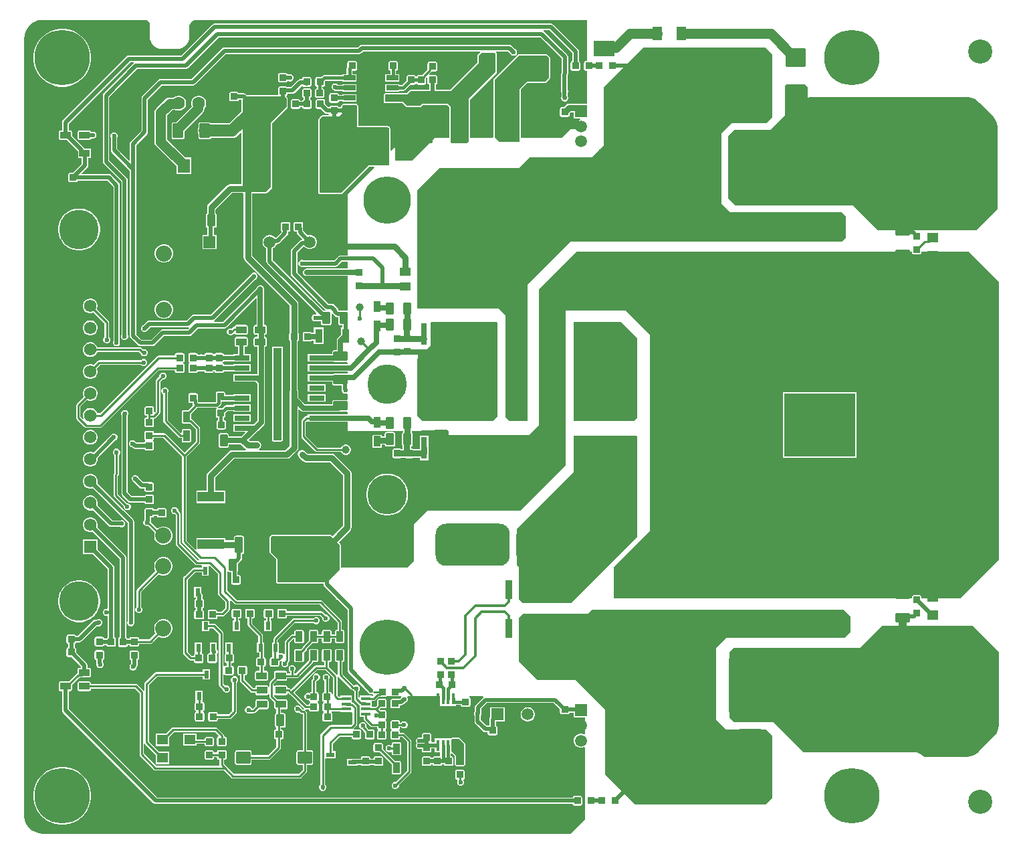
<source format=gtl>
G04*
G04 #@! TF.GenerationSoftware,Altium Limited,Altium Designer,21.3.2 (30)*
G04*
G04 Layer_Physical_Order=1*
G04 Layer_Color=255*
%FSTAX24Y24*%
%MOIN*%
G70*
G04*
G04 #@! TF.SameCoordinates,B67C6306-A56B-4E52-B5C8-3BB335875088*
G04*
G04*
G04 #@! TF.FilePolarity,Positive*
G04*
G01*
G75*
%ADD10C,0.0100*%
G04:AMPARAMS|DCode=18|XSize=47.2mil|YSize=70.9mil|CornerRadius=4.7mil|HoleSize=0mil|Usage=FLASHONLY|Rotation=270.000|XOffset=0mil|YOffset=0mil|HoleType=Round|Shape=RoundedRectangle|*
%AMROUNDEDRECTD18*
21,1,0.0472,0.0614,0,0,270.0*
21,1,0.0378,0.0709,0,0,270.0*
1,1,0.0094,-0.0307,-0.0189*
1,1,0.0094,-0.0307,0.0189*
1,1,0.0094,0.0307,0.0189*
1,1,0.0094,0.0307,-0.0189*
%
%ADD18ROUNDEDRECTD18*%
%ADD19R,0.0550X0.0500*%
G04:AMPARAMS|DCode=20|XSize=35.4mil|YSize=53.1mil|CornerRadius=1.8mil|HoleSize=0mil|Usage=FLASHONLY|Rotation=0.000|XOffset=0mil|YOffset=0mil|HoleType=Round|Shape=RoundedRectangle|*
%AMROUNDEDRECTD20*
21,1,0.0354,0.0496,0,0,0.0*
21,1,0.0319,0.0531,0,0,0.0*
1,1,0.0035,0.0159,-0.0248*
1,1,0.0035,-0.0159,-0.0248*
1,1,0.0035,-0.0159,0.0248*
1,1,0.0035,0.0159,0.0248*
%
%ADD20ROUNDEDRECTD20*%
G04:AMPARAMS|DCode=21|XSize=35.4mil|YSize=35.4mil|CornerRadius=3.5mil|HoleSize=0mil|Usage=FLASHONLY|Rotation=0.000|XOffset=0mil|YOffset=0mil|HoleType=Round|Shape=RoundedRectangle|*
%AMROUNDEDRECTD21*
21,1,0.0354,0.0283,0,0,0.0*
21,1,0.0283,0.0354,0,0,0.0*
1,1,0.0071,0.0142,-0.0142*
1,1,0.0071,-0.0142,-0.0142*
1,1,0.0071,-0.0142,0.0142*
1,1,0.0071,0.0142,0.0142*
%
%ADD21ROUNDEDRECTD21*%
%ADD22R,0.0236X0.0394*%
G04:AMPARAMS|DCode=23|XSize=39.4mil|YSize=61mil|CornerRadius=3.9mil|HoleSize=0mil|Usage=FLASHONLY|Rotation=180.000|XOffset=0mil|YOffset=0mil|HoleType=Round|Shape=RoundedRectangle|*
%AMROUNDEDRECTD23*
21,1,0.0394,0.0531,0,0,180.0*
21,1,0.0315,0.0610,0,0,180.0*
1,1,0.0079,-0.0157,0.0266*
1,1,0.0079,0.0157,0.0266*
1,1,0.0079,0.0157,-0.0266*
1,1,0.0079,-0.0157,-0.0266*
%
%ADD23ROUNDEDRECTD23*%
%ADD24R,0.3819X0.1457*%
%ADD25R,0.3425X0.1142*%
%ADD26R,0.3976X0.0551*%
%ADD27R,0.3150X0.0315*%
%ADD28R,0.0315X0.0787*%
%ADD29R,0.0315X0.1102*%
G04:AMPARAMS|DCode=30|XSize=35.4mil|YSize=35.4mil|CornerRadius=3.5mil|HoleSize=0mil|Usage=FLASHONLY|Rotation=90.000|XOffset=0mil|YOffset=0mil|HoleType=Round|Shape=RoundedRectangle|*
%AMROUNDEDRECTD30*
21,1,0.0354,0.0283,0,0,90.0*
21,1,0.0283,0.0354,0,0,90.0*
1,1,0.0071,0.0142,0.0142*
1,1,0.0071,0.0142,-0.0142*
1,1,0.0071,-0.0142,-0.0142*
1,1,0.0071,-0.0142,0.0142*
%
%ADD30ROUNDEDRECTD30*%
G04:AMPARAMS|DCode=31|XSize=39.4mil|YSize=55.1mil|CornerRadius=2mil|HoleSize=0mil|Usage=FLASHONLY|Rotation=270.000|XOffset=0mil|YOffset=0mil|HoleType=Round|Shape=RoundedRectangle|*
%AMROUNDEDRECTD31*
21,1,0.0394,0.0512,0,0,270.0*
21,1,0.0354,0.0551,0,0,270.0*
1,1,0.0039,-0.0256,-0.0177*
1,1,0.0039,-0.0256,0.0177*
1,1,0.0039,0.0256,0.0177*
1,1,0.0039,0.0256,-0.0177*
%
%ADD31ROUNDEDRECTD31*%
%ADD32C,0.0394*%
G04:AMPARAMS|DCode=33|XSize=35.4mil|YSize=53.1mil|CornerRadius=1.8mil|HoleSize=0mil|Usage=FLASHONLY|Rotation=270.000|XOffset=0mil|YOffset=0mil|HoleType=Round|Shape=RoundedRectangle|*
%AMROUNDEDRECTD33*
21,1,0.0354,0.0496,0,0,270.0*
21,1,0.0319,0.0531,0,0,270.0*
1,1,0.0035,-0.0248,-0.0159*
1,1,0.0035,-0.0248,0.0159*
1,1,0.0035,0.0248,0.0159*
1,1,0.0035,0.0248,-0.0159*
%
%ADD33ROUNDEDRECTD33*%
G04:AMPARAMS|DCode=34|XSize=39.4mil|YSize=78.7mil|CornerRadius=4.9mil|HoleSize=0mil|Usage=FLASHONLY|Rotation=0.000|XOffset=0mil|YOffset=0mil|HoleType=Round|Shape=RoundedRectangle|*
%AMROUNDEDRECTD34*
21,1,0.0394,0.0689,0,0,0.0*
21,1,0.0295,0.0787,0,0,0.0*
1,1,0.0098,0.0148,-0.0344*
1,1,0.0098,-0.0148,-0.0344*
1,1,0.0098,-0.0148,0.0344*
1,1,0.0098,0.0148,0.0344*
%
%ADD34ROUNDEDRECTD34*%
G04:AMPARAMS|DCode=35|XSize=216.5mil|YSize=224.4mil|CornerRadius=27.1mil|HoleSize=0mil|Usage=FLASHONLY|Rotation=0.000|XOffset=0mil|YOffset=0mil|HoleType=Round|Shape=RoundedRectangle|*
%AMROUNDEDRECTD35*
21,1,0.2165,0.1703,0,0,0.0*
21,1,0.1624,0.2244,0,0,0.0*
1,1,0.0541,0.0812,-0.0851*
1,1,0.0541,-0.0812,-0.0851*
1,1,0.0541,-0.0812,0.0851*
1,1,0.0541,0.0812,0.0851*
%
%ADD35ROUNDEDRECTD35*%
%ADD36R,0.1319X0.0492*%
G04:AMPARAMS|DCode=37|XSize=70.9mil|YSize=59.1mil|CornerRadius=3mil|HoleSize=0mil|Usage=FLASHONLY|Rotation=0.000|XOffset=0mil|YOffset=0mil|HoleType=Round|Shape=RoundedRectangle|*
%AMROUNDEDRECTD37*
21,1,0.0709,0.0531,0,0,0.0*
21,1,0.0650,0.0591,0,0,0.0*
1,1,0.0059,0.0325,-0.0266*
1,1,0.0059,-0.0325,-0.0266*
1,1,0.0059,-0.0325,0.0266*
1,1,0.0059,0.0325,0.0266*
%
%ADD37ROUNDEDRECTD37*%
%ADD38R,0.0394X0.0236*%
G04:AMPARAMS|DCode=39|XSize=51.2mil|YSize=70.9mil|CornerRadius=2.6mil|HoleSize=0mil|Usage=FLASHONLY|Rotation=180.000|XOffset=0mil|YOffset=0mil|HoleType=Round|Shape=RoundedRectangle|*
%AMROUNDEDRECTD39*
21,1,0.0512,0.0657,0,0,180.0*
21,1,0.0461,0.0709,0,0,180.0*
1,1,0.0051,-0.0230,0.0329*
1,1,0.0051,0.0230,0.0329*
1,1,0.0051,0.0230,-0.0329*
1,1,0.0051,-0.0230,-0.0329*
%
%ADD39ROUNDEDRECTD39*%
%ADD40R,0.1142X0.2126*%
%ADD41R,0.1102X0.0512*%
%ADD42R,0.1858X0.1890*%
%ADD43R,0.0500X0.0551*%
%ADD44R,0.0600X0.0256*%
%ADD45R,0.0945X0.1220*%
%ADD46R,0.0689X0.1181*%
G04:AMPARAMS|DCode=47|XSize=90.6mil|YSize=102.4mil|CornerRadius=4.5mil|HoleSize=0mil|Usage=FLASHONLY|Rotation=90.000|XOffset=0mil|YOffset=0mil|HoleType=Round|Shape=RoundedRectangle|*
%AMROUNDEDRECTD47*
21,1,0.0906,0.0933,0,0,90.0*
21,1,0.0815,0.1024,0,0,90.0*
1,1,0.0091,0.0467,0.0407*
1,1,0.0091,0.0467,-0.0407*
1,1,0.0091,-0.0467,-0.0407*
1,1,0.0091,-0.0467,0.0407*
%
%ADD47ROUNDEDRECTD47*%
%ADD48R,0.0472X0.0709*%
G04:AMPARAMS|DCode=49|XSize=39.4mil|YSize=61mil|CornerRadius=3.9mil|HoleSize=0mil|Usage=FLASHONLY|Rotation=90.000|XOffset=0mil|YOffset=0mil|HoleType=Round|Shape=RoundedRectangle|*
%AMROUNDEDRECTD49*
21,1,0.0394,0.0531,0,0,90.0*
21,1,0.0315,0.0610,0,0,90.0*
1,1,0.0079,0.0266,0.0157*
1,1,0.0079,0.0266,-0.0157*
1,1,0.0079,-0.0266,-0.0157*
1,1,0.0079,-0.0266,0.0157*
%
%ADD49ROUNDEDRECTD49*%
%ADD50R,0.3150X0.3937*%
%ADD51R,0.3543X0.3150*%
%ADD52R,0.0177X0.0581*%
G04:AMPARAMS|DCode=53|XSize=196.9mil|YSize=96.5mil|CornerRadius=4.8mil|HoleSize=0mil|Usage=FLASHONLY|Rotation=180.000|XOffset=0mil|YOffset=0mil|HoleType=Round|Shape=RoundedRectangle|*
%AMROUNDEDRECTD53*
21,1,0.1969,0.0868,0,0,180.0*
21,1,0.1872,0.0965,0,0,180.0*
1,1,0.0096,-0.0936,0.0434*
1,1,0.0096,0.0936,0.0434*
1,1,0.0096,0.0936,-0.0434*
1,1,0.0096,-0.0936,-0.0434*
%
%ADD53ROUNDEDRECTD53*%
G04:AMPARAMS|DCode=54|XSize=35.4mil|YSize=96.5mil|CornerRadius=1.8mil|HoleSize=0mil|Usage=FLASHONLY|Rotation=0.000|XOffset=0mil|YOffset=0mil|HoleType=Round|Shape=RoundedRectangle|*
%AMROUNDEDRECTD54*
21,1,0.0354,0.0929,0,0,0.0*
21,1,0.0319,0.0965,0,0,0.0*
1,1,0.0035,0.0159,-0.0465*
1,1,0.0035,-0.0159,-0.0465*
1,1,0.0035,-0.0159,0.0465*
1,1,0.0035,0.0159,0.0465*
%
%ADD54ROUNDEDRECTD54*%
%ADD55R,0.0768X0.0256*%
%ADD56R,0.0512X0.1102*%
%ADD57R,0.0360X0.0709*%
%ADD58R,0.0472X0.0177*%
%ADD122C,0.0500*%
%ADD123C,0.0600*%
%ADD124C,0.0200*%
%ADD125C,0.0400*%
%ADD126C,0.0250*%
%ADD127C,0.0300*%
%ADD128C,0.0150*%
%ADD129C,0.0120*%
%ADD130C,0.2756*%
%ADD131C,0.0800*%
G04:AMPARAMS|DCode=132|XSize=370mil|YSize=210mil|CornerRadius=52.5mil|HoleSize=0mil|Usage=FLASHONLY|Rotation=0.000|XOffset=0mil|YOffset=0mil|HoleType=Round|Shape=RoundedRectangle|*
%AMROUNDEDRECTD132*
21,1,0.3700,0.1050,0,0,0.0*
21,1,0.2650,0.2100,0,0,0.0*
1,1,0.1050,0.1325,-0.0525*
1,1,0.1050,-0.1325,-0.0525*
1,1,0.1050,-0.1325,0.0525*
1,1,0.1050,0.1325,0.0525*
%
%ADD132ROUNDEDRECTD132*%
%ADD133C,0.0591*%
%ADD134R,0.0591X0.0591*%
%ADD135C,0.0630*%
G04:AMPARAMS|DCode=136|XSize=370mil|YSize=210mil|CornerRadius=52.5mil|HoleSize=0mil|Usage=FLASHONLY|Rotation=270.000|XOffset=0mil|YOffset=0mil|HoleType=Round|Shape=RoundedRectangle|*
%AMROUNDEDRECTD136*
21,1,0.3700,0.1050,0,0,270.0*
21,1,0.2650,0.2100,0,0,270.0*
1,1,0.1050,-0.0525,-0.1325*
1,1,0.1050,-0.0525,0.1325*
1,1,0.1050,0.0525,0.1325*
1,1,0.1050,0.0525,-0.1325*
%
%ADD136ROUNDEDRECTD136*%
%ADD137R,0.0591X0.0591*%
%ADD138R,0.0630X0.0709*%
%ADD139R,0.0614X0.0614*%
%ADD140C,0.0614*%
%ADD141C,0.1969*%
%ADD142C,0.2362*%
%ADD143C,0.0551*%
G04:AMPARAMS|DCode=144|XSize=55.1mil|YSize=55.1mil|CornerRadius=13.8mil|HoleSize=0mil|Usage=FLASHONLY|Rotation=270.000|XOffset=0mil|YOffset=0mil|HoleType=Round|Shape=RoundedRectangle|*
%AMROUNDEDRECTD144*
21,1,0.0551,0.0276,0,0,270.0*
21,1,0.0276,0.0551,0,0,270.0*
1,1,0.0276,-0.0138,-0.0138*
1,1,0.0276,-0.0138,0.0138*
1,1,0.0276,0.0138,0.0138*
1,1,0.0276,0.0138,-0.0138*
%
%ADD144ROUNDEDRECTD144*%
%ADD145C,0.1200*%
%ADD146C,0.3937*%
%ADD147R,0.0400X0.4600*%
%ADD148C,0.0236*%
%ADD149C,0.0400*%
%ADD150C,0.0300*%
G36*
X041116Y058021D02*
X041197Y057967D01*
X041251Y057886D01*
X041269Y057795D01*
X041268Y05779D01*
Y0572D01*
X041267D01*
X041279Y05708D01*
X041314Y056965D01*
X04137Y056859D01*
X041447Y056767D01*
X041539Y05669D01*
X041645Y056634D01*
X04176Y056599D01*
X04188Y056587D01*
Y056588D01*
X04262D01*
Y056587D01*
X04274Y056599D01*
X042855Y056634D01*
X042961Y05669D01*
X043053Y056767D01*
X04313Y056859D01*
X043186Y056965D01*
X043221Y05708D01*
X043233Y0572D01*
X043232D01*
Y05767D01*
X043232Y057671D01*
X043244Y057765D01*
X043281Y057854D01*
X04334Y05793D01*
X043416Y057989D01*
X043505Y058026D01*
X043599Y058038D01*
X0436Y058038D01*
X06306D01*
X06306Y055989D01*
X063008D01*
X062971Y055982D01*
X062939Y055961D01*
X062918Y055929D01*
X062911Y055892D01*
Y055608D01*
X062918Y055571D01*
X062939Y055539D01*
X062971Y055518D01*
X063008Y055511D01*
X06306D01*
X06306Y053854D01*
X062648D01*
X062599Y053864D01*
X06215D01*
X062068Y053848D01*
X061999Y053801D01*
X061886Y053689D01*
X061808D01*
X061771Y053682D01*
X061739Y053661D01*
X061718Y053629D01*
X061711Y053592D01*
Y053308D01*
X061718Y053271D01*
X061739Y053239D01*
X061771Y053218D01*
X061808Y053211D01*
X062092D01*
X062129Y053218D01*
X062161Y053239D01*
X062182Y053271D01*
X062189Y053308D01*
Y053386D01*
X062239Y053436D01*
X062395D01*
Y053144D01*
X062699D01*
X062718Y053098D01*
X0618Y05218D01*
X059765Y05218D01*
Y054573D01*
X060077Y054885D01*
X06095D01*
X060996Y054904D01*
X061196Y055104D01*
X061215Y05515D01*
Y05615D01*
X061196Y056196D01*
X061096Y056296D01*
X06105Y056315D01*
X05965D01*
X059604Y056296D01*
X058404Y055096D01*
X058385Y05505D01*
X058385Y05223D01*
X058343Y05218D01*
X057215Y05218D01*
X057215Y054063D01*
X058556Y055404D01*
X058575Y05545D01*
X058575Y05634D01*
X058556Y056386D01*
X058515Y056427D01*
X058526Y056469D01*
X05853Y056477D01*
X059122D01*
X059234Y056365D01*
X059249Y056329D01*
X059299Y056279D01*
X059365Y056252D01*
X059435D01*
X059501Y056279D01*
X059551Y056329D01*
X059578Y056395D01*
Y056465D01*
X059551Y056531D01*
X059501Y056581D01*
X059465Y056596D01*
X059305Y056755D01*
X059252Y056791D01*
X05919Y056803D01*
X051839D01*
X051777Y056791D01*
X051724Y056755D01*
X051642Y056673D01*
X044985D01*
X044923Y056661D01*
X04487Y056625D01*
X043347Y055103D01*
X04181D01*
X041748Y055091D01*
X041695Y055055D01*
X040895Y054255D01*
X040859Y054202D01*
X040847Y05414D01*
Y052521D01*
X040315Y051989D01*
X040279Y051936D01*
X040267Y051873D01*
Y051066D01*
X040221Y051047D01*
X039643Y051624D01*
Y052188D01*
X039658Y052225D01*
Y052295D01*
X039631Y052361D01*
X039581Y052411D01*
X039515Y052438D01*
X039445D01*
X039379Y052411D01*
X039329Y052361D01*
X039302Y052295D01*
Y052225D01*
X039317Y052188D01*
Y051556D01*
X039329Y051494D01*
X039365Y051441D01*
X040267Y050539D01*
Y04231D01*
X040279Y042248D01*
X040315Y042195D01*
X040675Y041835D01*
X040728Y041799D01*
X04079Y041787D01*
X04139D01*
X041452Y041799D01*
X041505Y041835D01*
X041968Y042297D01*
X04322D01*
X043282Y042309D01*
X043335Y042345D01*
X043668Y042677D01*
X04498D01*
X045042Y042689D01*
X045095Y042725D01*
X04654Y044169D01*
X046586Y04415D01*
Y042849D01*
X046522D01*
X046491Y042843D01*
X046466Y042825D01*
X046449Y0428D01*
X046442Y042769D01*
Y042451D01*
X046449Y04242D01*
X046466Y042395D01*
X046491Y042377D01*
X046522Y042371D01*
X046631D01*
Y042249D01*
X046522D01*
X046491Y042243D01*
X046466Y042225D01*
X046449Y0422D01*
X046442Y042169D01*
Y041851D01*
X046449Y04182D01*
X046466Y041795D01*
X046491Y041777D01*
X046522Y041771D01*
X046631D01*
Y040408D01*
X04662Y040399D01*
X04586D01*
X045856Y040398D01*
X045416D01*
Y040022D01*
X045856D01*
X04586Y040021D01*
X046542D01*
X046631Y039932D01*
Y038088D01*
X046442Y037899D01*
X04586D01*
X045856Y037898D01*
X045416D01*
Y037522D01*
X045856D01*
X04586Y037521D01*
X045999D01*
X046018Y037475D01*
X045844Y037301D01*
X045828Y037298D01*
X045814Y037289D01*
X045209D01*
Y037366D01*
X045201Y037405D01*
X045179Y037437D01*
X045146Y037459D01*
X045107Y037467D01*
X044793D01*
X044754Y037459D01*
X044721Y037437D01*
X044699Y037405D01*
X044691Y037366D01*
Y036834D01*
X044699Y036795D01*
X044721Y036763D01*
X044754Y036741D01*
X044793Y036733D01*
X045107D01*
X045146Y036741D01*
X045179Y036763D01*
X045201Y036795D01*
X045209Y036834D01*
Y036911D01*
X045796D01*
X046008Y036699D01*
X04606Y036664D01*
X046045Y036614D01*
X04537D01*
X045288Y036598D01*
X045219Y036551D01*
X044159Y035491D01*
X044112Y035422D01*
X044096Y03534D01*
Y034587D01*
X043591D01*
Y033975D01*
X045029D01*
Y034587D01*
X044524D01*
Y035251D01*
X045459Y036186D01*
X04811D01*
X048192Y036202D01*
X048261Y036249D01*
X048602Y036589D01*
X048648Y036659D01*
X048665Y03674D01*
Y038643D01*
X048711Y038662D01*
X048797Y038577D01*
X048858Y038536D01*
X04893Y038521D01*
X050445D01*
X050463Y038518D01*
X051077D01*
X05108Y038518D01*
X05113Y038478D01*
Y038399D01*
X049664D01*
X049661Y038398D01*
X049136D01*
Y038322D01*
X04908D01*
X04908Y038322D01*
X049037Y038314D01*
X049001Y038289D01*
X048851Y038139D01*
X048826Y038103D01*
X048818Y03806D01*
X048818Y03806D01*
Y03729D01*
X048818Y03729D01*
X048826Y037247D01*
X048851Y037211D01*
X049511Y036551D01*
X049547Y036526D01*
X04959Y036518D01*
X04959Y036518D01*
X050808D01*
X050834Y036472D01*
X050882Y036424D01*
X050941Y036391D01*
X051006Y036373D01*
X051074D01*
X05109Y036378D01*
X051139Y036391D01*
X051198Y036424D01*
X051246Y036472D01*
X051279Y036531D01*
X051297Y036596D01*
Y036664D01*
X051279Y036729D01*
X051246Y036788D01*
X051198Y036836D01*
X051139Y036869D01*
X051074Y036887D01*
X051006D01*
X050941Y036869D01*
X050882Y036836D01*
X050834Y036788D01*
X050808Y036742D01*
X049636D01*
X049042Y037336D01*
Y038014D01*
X049086Y038058D01*
X049136Y038037D01*
Y038022D01*
X049661D01*
X049664Y038021D01*
X05113D01*
X05113Y03757D01*
X053895D01*
Y037503D01*
X053871Y037487D01*
X053849Y037455D01*
X053841Y037416D01*
Y036884D01*
X053849Y036845D01*
X053852Y036841D01*
Y036677D01*
X053802Y036666D01*
X053779Y036682D01*
X053742Y036689D01*
X053458D01*
X053421Y036682D01*
X053389Y036661D01*
X053368Y036629D01*
X053361Y036592D01*
Y036308D01*
X053368Y036271D01*
X053389Y036239D01*
X053421Y036218D01*
X053458Y036211D01*
X053742D01*
X053779Y036218D01*
X053805Y036236D01*
X053995D01*
X054021Y036218D01*
X054058Y036211D01*
X054342D01*
X054379Y036218D01*
X054405Y036236D01*
X054729D01*
Y036113D01*
X055164D01*
Y037335D01*
X054729D01*
Y036664D01*
X054405D01*
X054379Y036682D01*
X054342Y036689D01*
X05428D01*
Y036787D01*
X054296Y036791D01*
X054329Y036813D01*
X054351Y036845D01*
X054359Y036884D01*
Y037416D01*
X054351Y037455D01*
X054329Y037487D01*
X054323Y037491D01*
Y03757D01*
X054755D01*
X054785Y0376D01*
X056095Y03763D01*
X056175Y03755D01*
Y03735D01*
X06015Y03735D01*
X06065Y03785D01*
X06065Y04355D01*
X062Y04355D01*
X06065D01*
X06065Y0446D01*
X06065Y0446D01*
Y04463D01*
X06252Y0465D01*
X06255D01*
X07595Y0465D01*
Y0465D01*
X079261D01*
Y046458D01*
X079268Y046421D01*
X079289Y046389D01*
X079321Y046368D01*
X079358Y046361D01*
X079642D01*
X079679Y046368D01*
X079711Y046389D01*
X079732Y046421D01*
X079739Y046458D01*
Y0465D01*
X08209D01*
X0836Y04499D01*
Y03118D01*
X08165Y02923D01*
X079739Y02923D01*
Y029292D01*
X079732Y029329D01*
X079711Y029361D01*
X079679Y029382D01*
X079642Y029389D01*
X079358D01*
X079321Y029382D01*
X079289Y029361D01*
X079268Y029329D01*
X079261Y029292D01*
Y02923D01*
X064423Y02923D01*
X064388Y029266D01*
X064407Y030797D01*
X0662Y03259D01*
Y04234D01*
X06499Y04355D01*
X062D01*
X062Y03585D01*
X05975Y0336D01*
X0555Y0336D01*
X0555Y0336D01*
X0551D01*
X05444Y03294D01*
X05444Y0311D01*
X05411Y03077D01*
X050785D01*
Y0319D01*
X050766Y031946D01*
X050682Y03203D01*
X051251Y0326D01*
X051298Y032669D01*
X051314Y032751D01*
Y035454D01*
X051298Y035536D01*
X051251Y035606D01*
X050486Y036371D01*
X050416Y036418D01*
X050334Y036434D01*
X049139D01*
X049011Y036561D01*
X048942Y036608D01*
X04886Y036624D01*
X048778Y036608D01*
X048709Y036561D01*
X048662Y036492D01*
X048646Y03641D01*
X048662Y036328D01*
X048709Y036259D01*
X048899Y036069D01*
X048968Y036022D01*
X04905Y036006D01*
X050246D01*
X050886Y035366D01*
Y03284D01*
X050379Y032333D01*
D01*
D01*
X050346Y032366D01*
X0503Y032385D01*
X04734D01*
X047294Y032366D01*
X047287Y032349D01*
X047254Y032316D01*
X047235Y03227D01*
Y03154D01*
X047254Y031494D01*
X047565Y031183D01*
Y03004D01*
X047566Y030038D01*
X047565Y030035D01*
X047575Y030015D01*
X047584Y029994D01*
X047587Y029993D01*
X047588Y029991D01*
X047607Y029984D01*
X047631Y029968D01*
X047668Y029961D01*
X047952D01*
X047989Y029968D01*
X047999Y029975D01*
X049927D01*
Y02992D01*
X049939Y029858D01*
X049975Y029805D01*
X050524Y029255D01*
X050539Y029219D01*
X050589Y029169D01*
X050625Y029154D01*
X051127Y028652D01*
Y02565D01*
X051139Y025588D01*
X051175Y025535D01*
X052144Y024565D01*
X052159Y024529D01*
X052209Y024479D01*
X052275Y024452D01*
X052345D01*
X052362Y024459D01*
X052404Y02444D01*
X052415Y024389D01*
X052378Y024352D01*
X052328Y024362D01*
Y024382D01*
X051736D01*
Y024323D01*
X051686Y024296D01*
X051676Y024303D01*
Y0246D01*
X051715Y024639D01*
X051742Y024705D01*
Y024775D01*
X051715Y024841D01*
X051664Y024891D01*
X051599Y024918D01*
X051528D01*
X051463Y024891D01*
X05142Y024909D01*
X050862Y025466D01*
Y026058D01*
X050889D01*
X05092Y026064D01*
X050945Y026081D01*
X050963Y026107D01*
X050969Y026137D01*
Y026633D01*
X050963Y026663D01*
X050945Y026689D01*
X05092Y026706D01*
X050889Y026712D01*
X050571D01*
X05054Y026706D01*
X050515Y026689D01*
X050497Y026663D01*
X050491Y026633D01*
Y026137D01*
X050497Y026107D01*
X050515Y026081D01*
X05054Y026064D01*
X050571Y026058D01*
X050638D01*
Y025437D01*
X050594Y025421D01*
X050588Y025421D01*
X050182Y025826D01*
Y026058D01*
X050239D01*
X05027Y026064D01*
X050295Y026081D01*
X050313Y026107D01*
X050319Y026137D01*
Y026633D01*
X050313Y026663D01*
X050295Y026689D01*
X05027Y026706D01*
X050239Y026712D01*
X049921D01*
X04989Y026706D01*
X049865Y026689D01*
X049847Y026663D01*
X049841Y026633D01*
Y026137D01*
X049847Y026107D01*
X049865Y026081D01*
X04989Y026064D01*
X049921Y026058D01*
X049958D01*
Y025892D01*
X04956D01*
X04956Y025892D01*
X049517Y025884D01*
X049481Y025859D01*
X04831Y024689D01*
X048269Y024729D01*
X048233Y024754D01*
X04819Y024762D01*
X04819Y024762D01*
X04812D01*
Y024809D01*
X048114Y02484D01*
X048096Y024865D01*
X048071Y024883D01*
X04804Y024889D01*
X047544D01*
X047514Y024883D01*
X047488Y024865D01*
X047439Y024881D01*
Y02495D01*
X04763Y025141D01*
X04803D01*
X048061Y025147D01*
X048087Y025165D01*
X048104Y02519D01*
X04811Y025221D01*
Y025268D01*
X04832D01*
X04832Y025268D01*
X04832Y025268D01*
X04858D01*
X04858Y025268D01*
X048623Y025276D01*
X048659Y025301D01*
X049382Y026024D01*
X049382Y026024D01*
X049405Y026058D01*
X049589D01*
X04962Y026064D01*
X049645Y026081D01*
X049663Y026107D01*
X049669Y026137D01*
Y026633D01*
X049663Y026663D01*
X049645Y026689D01*
X04962Y026706D01*
X049589Y026712D01*
X049271D01*
X04924Y026706D01*
X049215Y026689D01*
X049197Y026663D01*
X049191Y026633D01*
Y026261D01*
X049191Y026258D01*
X049191Y026258D01*
Y026149D01*
X048534Y025492D01*
X048472D01*
Y02558D01*
X048511Y025619D01*
X048538Y025685D01*
Y025755D01*
X048511Y025821D01*
X048461Y025871D01*
X048395Y025898D01*
X048325D01*
X048259Y025871D01*
X048209Y025821D01*
X048182Y025755D01*
Y025685D01*
X048209Y025619D01*
X048248Y02558D01*
Y025492D01*
X04811D01*
Y025539D01*
X048104Y02557D01*
X048087Y025595D01*
X048061Y025613D01*
X04803Y025619D01*
X047534D01*
X047504Y025613D01*
X047478Y025595D01*
X047461Y02557D01*
X047455Y025539D01*
Y025284D01*
X047247Y025076D01*
X047223Y02504D01*
X047215Y024997D01*
X047215Y024997D01*
Y024854D01*
X047189Y024846D01*
X047165Y024846D01*
X047152Y024865D01*
X047126Y024883D01*
X047096Y024889D01*
X0466D01*
X046569Y024883D01*
X046543Y024865D01*
X046526Y02484D01*
X04652Y024809D01*
Y024762D01*
X046416D01*
X045991Y025187D01*
Y025401D01*
X046021D01*
X046058Y025408D01*
X04609Y025429D01*
X046111Y025461D01*
X046118Y025498D01*
Y025782D01*
X046111Y025819D01*
X04609Y025851D01*
X046058Y025872D01*
X046021Y025879D01*
X045738D01*
X0457Y025872D01*
X045669Y025851D01*
X045648Y025819D01*
X04564Y025782D01*
Y025498D01*
X045648Y025461D01*
X045669Y025429D01*
X0457Y025408D01*
X045738Y025401D01*
X045767D01*
Y025141D01*
X045767Y025141D01*
X045776Y025098D01*
X0458Y025061D01*
X046291Y024571D01*
X046291Y024571D01*
X046327Y024546D01*
X04637Y024538D01*
X04652D01*
Y024491D01*
X046526Y02446D01*
X046543Y024435D01*
X046569Y024417D01*
X0466Y024411D01*
X047096D01*
X047126Y024417D01*
X047152Y024435D01*
X047165Y024454D01*
X047189Y024454D01*
X047215Y024446D01*
Y024337D01*
X047215Y024337D01*
X047223Y024294D01*
X047247Y024258D01*
X047475Y02403D01*
Y023791D01*
X047481Y02376D01*
X047498Y023735D01*
X047524Y023717D01*
X047554Y023711D01*
X047578D01*
Y02351D01*
X047574Y023509D01*
X047541Y023487D01*
X047519Y023455D01*
X047511Y023416D01*
Y022884D01*
X047519Y022845D01*
X047541Y022813D01*
X047574Y022791D01*
X047578Y02279D01*
Y022689D01*
X047548D01*
X047511Y022682D01*
X047479Y022661D01*
X047458Y022629D01*
X047451Y022592D01*
Y022308D01*
X047458Y022271D01*
X047479Y022239D01*
X047511Y022218D01*
X047548Y022211D01*
X047578D01*
Y021846D01*
X047147Y021416D01*
X046341D01*
Y02157D01*
X046334Y021605D01*
X046314Y021634D01*
X046284Y021654D01*
X046249Y021661D01*
X0456D01*
X045565Y021654D01*
X045535Y021634D01*
X045515Y021605D01*
X045508Y02157D01*
Y021038D01*
X045515Y021003D01*
X045535Y020974D01*
X045565Y020954D01*
X0456Y020947D01*
X046249D01*
X046284Y020954D01*
X046314Y020974D01*
X046334Y021003D01*
X046341Y021038D01*
Y021192D01*
X047194D01*
X047194Y021192D01*
X047237Y0212D01*
X047273Y021225D01*
X047769Y021721D01*
X047794Y021757D01*
X047802Y0218D01*
X047802Y0218D01*
Y022211D01*
X047832D01*
X047869Y022218D01*
X047901Y022239D01*
X047922Y022271D01*
X047929Y022308D01*
Y022592D01*
X047922Y022629D01*
X047901Y022661D01*
X047869Y022682D01*
X047832Y022689D01*
X047802D01*
Y022783D01*
X047927D01*
X047966Y022791D01*
X047999Y022813D01*
X048021Y022845D01*
X048029Y022884D01*
Y023416D01*
X048021Y023455D01*
X047999Y023487D01*
X047966Y023509D01*
X047927Y023517D01*
X047802D01*
Y023711D01*
X04805D01*
X048081Y023717D01*
X048106Y023735D01*
X048124Y02376D01*
X04813Y023791D01*
Y024109D01*
X048124Y02414D01*
X048106Y024165D01*
X048081Y024183D01*
X04805Y024189D01*
X047634D01*
X047451Y024371D01*
X047456Y0244D01*
X047508Y024422D01*
X047514Y024417D01*
X047544Y024411D01*
X04804D01*
X048071Y024417D01*
X048096Y024435D01*
X048114Y02446D01*
X04812Y024491D01*
Y024491D01*
X04817Y024512D01*
X048231Y024451D01*
X048231Y024451D01*
X048267Y024426D01*
X048277Y024424D01*
X048581Y024121D01*
X048581Y024121D01*
X048591Y024114D01*
X048931Y023774D01*
X048931Y023774D01*
X048964Y023741D01*
X048964Y023741D01*
X048965Y02374D01*
X048945Y023693D01*
X048925Y023697D01*
X048925Y023697D01*
X048884D01*
X048823Y023759D01*
Y02376D01*
X048795Y023825D01*
X048745Y023875D01*
X04868Y023902D01*
X048609D01*
X048544Y023875D01*
X048493Y023825D01*
X048466Y02376D01*
Y023689D01*
X048493Y023623D01*
X048544Y023573D01*
X048609Y023546D01*
X04868D01*
X048707Y023557D01*
X048758Y023506D01*
X048758Y023506D01*
X048794Y023482D01*
X048837Y023473D01*
X048883Y023467D01*
Y021661D01*
X048671D01*
X048636Y021654D01*
X048606Y021634D01*
X048586Y021605D01*
X048579Y02157D01*
Y021038D01*
X048586Y021003D01*
X048606Y020974D01*
X048636Y020954D01*
X048671Y020947D01*
X048883D01*
Y020682D01*
X048694Y020492D01*
X045456D01*
X045099Y020849D01*
X045099Y020849D01*
X044962Y020986D01*
Y021202D01*
X044992D01*
X045029Y021209D01*
X045061Y02123D01*
X045082Y021262D01*
X045089Y021299D01*
Y021582D01*
X045082Y02162D01*
X045061Y021651D01*
X045029Y021672D01*
X044992Y02168D01*
X044708D01*
X044671Y021672D01*
X044639Y021651D01*
X044618Y02162D01*
X044611Y021582D01*
Y021548D01*
X044469D01*
Y021572D01*
X044462Y02161D01*
X044441Y021641D01*
X044409Y021662D01*
X044372Y02167D01*
X044088D01*
X044051Y021662D01*
X044019Y021641D01*
X043998Y02161D01*
X043991Y021572D01*
Y021289D01*
X043998Y021252D01*
X044019Y02122D01*
X044051Y021199D01*
X044088Y021192D01*
X044372D01*
X044409Y021199D01*
X044441Y02122D01*
X044462Y021252D01*
X044469Y021289D01*
Y021324D01*
X044611D01*
Y021299D01*
X044618Y021262D01*
X044639Y02123D01*
X044671Y021209D01*
X044708Y021202D01*
X044738D01*
Y02094D01*
X044738Y02094D01*
X044739Y020932D01*
X044701Y020882D01*
X041586D01*
X040972Y021496D01*
Y021973D01*
X041022Y021988D01*
X041031Y021976D01*
X041565Y021441D01*
Y02098D01*
X042235D01*
Y0216D01*
X041724D01*
X041222Y022101D01*
Y024924D01*
X041628Y025329D01*
X043912D01*
Y025184D01*
X044268D01*
Y025698D01*
X043912D01*
Y025553D01*
X041581D01*
X041581Y025553D01*
X041538Y025545D01*
X041502Y025521D01*
X041031Y025049D01*
X041006Y025013D01*
X040998Y02497D01*
X040998Y02497D01*
Y024642D01*
X040948Y024627D01*
X040939Y024639D01*
X040649Y024929D01*
X040613Y024954D01*
X04057Y024962D01*
X04057Y024962D01*
X038327D01*
Y025009D01*
X038321Y02504D01*
X038304Y025065D01*
X038278Y025083D01*
X038248Y025089D01*
X037752D01*
X037722Y025083D01*
X037696Y025065D01*
X037679Y02504D01*
X037673Y025009D01*
Y024691D01*
X037679Y02466D01*
X037696Y024635D01*
X037722Y024617D01*
X037752Y024611D01*
X038248D01*
X038278Y024617D01*
X038304Y024635D01*
X038321Y02466D01*
X038327Y024691D01*
Y024738D01*
X040524D01*
X040748Y024514D01*
Y02145D01*
X040748Y02145D01*
X040756Y021407D01*
X040781Y021371D01*
X041461Y020691D01*
X041461Y020691D01*
X041497Y020666D01*
X04154Y020658D01*
X044974D01*
X045331Y020301D01*
X045331Y020301D01*
X045367Y020276D01*
X04541Y020268D01*
X04874D01*
X04874Y020268D01*
X048783Y020276D01*
X048819Y020301D01*
X049075Y020556D01*
X049075Y020556D01*
X049099Y020593D01*
X049108Y020635D01*
X049108Y020635D01*
Y020947D01*
X04932D01*
X049355Y020954D01*
X049385Y020974D01*
X049405Y021003D01*
X049412Y021038D01*
Y02157D01*
X049405Y021605D01*
X049385Y021634D01*
X049355Y021654D01*
X04932Y021661D01*
X049108D01*
Y023515D01*
X049099Y023557D01*
X049075Y023594D01*
X049075Y023594D01*
X049004Y023665D01*
X049004Y023665D01*
X049023Y023712D01*
X049044Y023708D01*
X049044Y023708D01*
X049207D01*
Y023678D01*
X049214Y023641D01*
X049235Y023609D01*
X049267Y023588D01*
X049304Y023581D01*
X049588D01*
X049625Y023588D01*
X049656Y023609D01*
X049677Y023641D01*
X049685Y023678D01*
Y023962D01*
X049677Y023999D01*
X049656Y024031D01*
X049636Y024044D01*
X049635Y024046D01*
X049633Y024087D01*
X049636Y024099D01*
X049651Y024109D01*
X049672Y024141D01*
X04968Y024178D01*
Y024462D01*
X049672Y024499D01*
X049651Y024531D01*
X04962Y024552D01*
X049582Y024559D01*
X049553D01*
Y025065D01*
X049612Y025124D01*
X049613D01*
X049678Y025152D01*
X049728Y025202D01*
X049756Y025267D01*
Y025338D01*
X049728Y025403D01*
X049678Y025454D01*
X049613Y025481D01*
X049542D01*
X049477Y025454D01*
X049426Y025403D01*
X049399Y025338D01*
Y025267D01*
X049411Y02524D01*
X049361Y025191D01*
X049337Y025155D01*
X049329Y025112D01*
X049329Y025112D01*
Y024559D01*
X049299D01*
X049262Y024552D01*
X04923Y024531D01*
X049218Y024512D01*
X04919Y024523D01*
X04912D01*
X049054Y024496D01*
X049004Y024446D01*
X048977Y02438D01*
Y02431D01*
X049004Y024244D01*
X049054Y024194D01*
X04912Y024167D01*
X04919D01*
X049206Y024159D01*
X049209Y024141D01*
X04923Y024109D01*
X04925Y024096D01*
X049251Y024094D01*
X049253Y024053D01*
X04925Y024041D01*
X049235Y024031D01*
X049214Y023999D01*
X049207Y023962D01*
Y023932D01*
X04909D01*
X049089Y023933D01*
X049089Y023933D01*
X049089Y023933D01*
X048743Y024279D01*
X048732Y024286D01*
X048479Y02454D01*
X049606Y025668D01*
X050024D01*
X050398Y025294D01*
Y024473D01*
X050348Y024468D01*
X050342Y024499D01*
X050321Y024531D01*
X050289Y024552D01*
X050252Y024559D01*
X050197D01*
Y025182D01*
X05021Y025195D01*
X050237Y025261D01*
Y025332D01*
X05021Y025397D01*
X05016Y025447D01*
X050094Y025474D01*
X050023D01*
X049958Y025447D01*
X049908Y025397D01*
X049881Y025332D01*
Y025261D01*
X049908Y025195D01*
X049958Y025145D01*
X049972Y025139D01*
Y024559D01*
X049968D01*
X049931Y024552D01*
X049899Y024531D01*
X049878Y024499D01*
X049871Y024462D01*
Y024178D01*
X049878Y024141D01*
X049899Y024109D01*
X04992Y024096D01*
X04992Y024094D01*
X049922Y024053D01*
X04992Y024041D01*
X049905Y024031D01*
X049883Y023999D01*
X049876Y023962D01*
Y023678D01*
X049883Y023641D01*
X049905Y023609D01*
X049922Y023598D01*
X049924Y023591D01*
Y023549D01*
X049922Y023542D01*
X049905Y023531D01*
X049883Y023499D01*
X049876Y023462D01*
Y023178D01*
X049883Y023141D01*
X049905Y023109D01*
X049936Y023088D01*
X049973Y023081D01*
X050257D01*
X050294Y023088D01*
X050326Y023109D01*
X050347Y023141D01*
X050354Y023178D01*
Y023462D01*
X050347Y023499D01*
X050326Y023531D01*
X050324Y023586D01*
X050348Y02361D01*
X050752D01*
Y023573D01*
X051344D01*
X051372Y023535D01*
Y023011D01*
X051284Y022922D01*
X05029D01*
X05029Y022922D01*
X050247Y022914D01*
X050211Y022889D01*
X050211Y022889D01*
X049802Y022481D01*
X049778Y022445D01*
X04977Y022402D01*
X04977Y022402D01*
Y019972D01*
X049729Y019931D01*
X049702Y019865D01*
Y019795D01*
X049729Y019729D01*
X049779Y019679D01*
X049792Y019674D01*
X049801Y019661D01*
X049837Y019636D01*
X04988Y019628D01*
X049923Y019636D01*
X049959Y019661D01*
X049961Y019662D01*
X049961Y019662D01*
X049969Y019674D01*
X049981Y019679D01*
X050031Y019729D01*
X050058Y019795D01*
Y019865D01*
X050031Y019931D01*
X049994Y019968D01*
Y021223D01*
X050022Y021262D01*
X050044Y021262D01*
X050536D01*
Y021618D01*
X050391D01*
Y022002D01*
X050726Y022338D01*
X051331D01*
Y022308D01*
X051338Y022271D01*
X051359Y022239D01*
X051391Y022218D01*
X051428Y022211D01*
X051712D01*
X051749Y022218D01*
X051781Y022239D01*
X051802Y022271D01*
X051809Y022308D01*
Y022592D01*
X051802Y022629D01*
X051781Y022661D01*
X051749Y022682D01*
X051712Y022689D01*
X051437D01*
X051423Y02271D01*
X051416Y022738D01*
X051563Y022885D01*
X051563Y022885D01*
X051588Y022921D01*
X051596Y022964D01*
Y023796D01*
X051596Y023796D01*
X051588Y023839D01*
X051563Y023875D01*
X051563Y023875D01*
X05142Y024019D01*
X051384Y024043D01*
X051344Y024051D01*
Y024382D01*
X050752D01*
Y024346D01*
X050673D01*
X050622Y024396D01*
Y025323D01*
X050666Y025339D01*
X050672Y025339D01*
X051312Y024699D01*
X051312Y024699D01*
X051349Y024675D01*
X051392Y024666D01*
X051392Y024666D01*
X051401D01*
X051413Y024639D01*
X051451Y0246D01*
Y024222D01*
X051451Y024222D01*
X05146Y024179D01*
X051484Y024143D01*
X05169Y023937D01*
X05169Y023937D01*
X051726Y023913D01*
X051736Y023911D01*
Y023573D01*
Y023318D01*
X05192D01*
Y023228D01*
X05192Y023228D01*
X051929Y023185D01*
X051953Y023148D01*
X05207Y023032D01*
X05207Y023032D01*
X052083Y023022D01*
X052255Y022851D01*
X052255Y022851D01*
X052291Y022826D01*
X052334Y022818D01*
X052334Y022818D01*
X052596D01*
Y022788D01*
X052603Y022751D01*
X052625Y022719D01*
X052642Y022708D01*
X052644Y022701D01*
Y022659D01*
X052642Y022652D01*
X052625Y022641D01*
X052603Y022609D01*
X052596Y022572D01*
Y022288D01*
X052603Y022251D01*
X052625Y022219D01*
X052656Y022198D01*
X052693Y022191D01*
X052977D01*
X053014Y022198D01*
X053046Y022219D01*
X053067Y022251D01*
X053074Y022288D01*
Y022572D01*
X053067Y022609D01*
X053046Y022641D01*
X053028Y022652D01*
X053026Y022659D01*
Y022701D01*
X053028Y022708D01*
X053046Y022719D01*
X053067Y022751D01*
X053074Y022788D01*
Y023072D01*
X053067Y023109D01*
X053046Y023141D01*
X053028Y023152D01*
X053026Y023159D01*
Y023201D01*
X053028Y023208D01*
X053046Y023219D01*
X053067Y023251D01*
X053074Y023288D01*
Y023572D01*
X053067Y023609D01*
X053046Y023641D01*
X053014Y023662D01*
X052977Y023669D01*
X052755D01*
X052714Y02371D01*
X052755Y023751D01*
X052977D01*
X053015Y023758D01*
X053046Y023779D01*
X053067Y023811D01*
X053075Y023848D01*
Y024132D01*
X053067Y024169D01*
X053046Y024201D01*
X053015Y024222D01*
X052977Y024229D01*
X052694D01*
X052657Y024222D01*
X052625Y024201D01*
X052604Y024169D01*
X052597Y024132D01*
Y02391D01*
X052521Y023834D01*
X052328D01*
Y024122D01*
X052418D01*
X052418Y024122D01*
X052461Y02413D01*
X052498Y024155D01*
X052675Y024332D01*
X052676D01*
X052681Y024328D01*
X052718Y024321D01*
X053002D01*
X053039Y024328D01*
X053071Y024349D01*
X053078Y024361D01*
X053137Y024373D01*
X05316Y02435D01*
X053782D01*
X053802Y0243D01*
X053733Y02423D01*
X053582D01*
X053576Y024229D01*
X053363D01*
X053326Y024222D01*
X053295Y024201D01*
X053273Y024169D01*
X053266Y024132D01*
Y023848D01*
X053273Y023811D01*
X053295Y023779D01*
X053326Y023758D01*
X053363Y023751D01*
X053647D01*
X053684Y023758D01*
X053716Y023779D01*
X053737Y023811D01*
X053744Y023848D01*
Y023904D01*
X0538D01*
X053863Y023916D01*
X053915Y023952D01*
X053986Y024022D01*
X053995D01*
X054061Y024049D01*
X054111Y024099D01*
X054138Y024165D01*
Y024236D01*
X054111Y024301D01*
X054108Y024304D01*
X054127Y02435D01*
X055733D01*
Y023876D01*
X056542D01*
Y023932D01*
X056771D01*
Y023928D01*
X056778Y023891D01*
X056799Y023859D01*
X056831Y023838D01*
X056868Y023831D01*
X057152D01*
X057189Y023838D01*
X057221Y023859D01*
X057242Y023891D01*
X057249Y023928D01*
Y024212D01*
X057242Y024249D01*
X057221Y024281D01*
X057191Y0243D01*
X057191Y024304D01*
X05721Y02435D01*
X057876D01*
X057892Y0243D01*
X057885Y024295D01*
X057514Y023924D01*
X057478Y023872D01*
X057466Y023809D01*
Y023588D01*
X057459Y023581D01*
X057432Y023516D01*
Y023445D01*
X057447Y023409D01*
Y0231D01*
X057459Y023038D01*
X057495Y022985D01*
X057867Y022612D01*
X05792Y022576D01*
X057983Y022564D01*
X058111D01*
Y022508D01*
X058118Y022471D01*
X058139Y022439D01*
X058171Y022418D01*
X058208Y022411D01*
X058492D01*
X058529Y022418D01*
X058561Y022439D01*
X058582Y022471D01*
X058589Y022508D01*
Y022792D01*
X058582Y022829D01*
X058561Y022861D01*
X058529Y022882D01*
X058513Y022885D01*
Y023095D01*
X058955D01*
Y023805D01*
X058245D01*
Y023325D01*
X058235Y023315D01*
X058199Y023262D01*
X058187Y0232D01*
Y02289D01*
X05805D01*
X057773Y023168D01*
Y023409D01*
X057788Y023445D01*
Y023478D01*
X057792Y023499D01*
Y023742D01*
X058068Y024017D01*
X061402D01*
X061711Y023708D01*
Y023558D01*
X061718Y023521D01*
X061739Y023489D01*
X061771Y023468D01*
X061808Y023461D01*
X062092D01*
X062129Y023468D01*
X062161Y023489D01*
X062182Y023521D01*
X062185Y023537D01*
X062395D01*
Y023295D01*
X06297D01*
Y022487D01*
X06292Y022458D01*
X062887Y022477D01*
X062797Y022501D01*
X062703D01*
X062613Y022477D01*
X062532Y02243D01*
X062466Y022364D01*
X062419Y022283D01*
X062395Y022193D01*
Y022099D01*
X062419Y022009D01*
X062466Y021928D01*
X062532Y021862D01*
X062613Y021815D01*
X062703Y021791D01*
X062797D01*
X062887Y021815D01*
X06292Y021834D01*
X06297Y021805D01*
X06297Y01823D01*
X062252Y017512D01*
X035918D01*
X035913Y017511D01*
X035733Y017529D01*
X035556Y017583D01*
X035392Y01767D01*
X035253Y017784D01*
X035249Y017789D01*
X035246Y017791D01*
X035148Y017911D01*
X035073Y018052D01*
X035027Y018204D01*
X035011Y018358D01*
X035012Y018362D01*
Y057093D01*
X035011Y0571D01*
X03503Y057292D01*
X035087Y057482D01*
X035181Y057658D01*
X035303Y057807D01*
X035309Y057811D01*
X035311Y057813D01*
X035426Y057908D01*
X035561Y05798D01*
X035706Y058024D01*
X035855Y058038D01*
X035858Y058038D01*
X04102D01*
X041025Y058039D01*
X041116Y058021D01*
D02*
G37*
G36*
X06444Y05699D02*
Y05625D01*
X06441Y05622D01*
X06339D01*
Y05699D01*
X06444Y05699D01*
D02*
G37*
G36*
X057724Y056469D02*
X057735Y056427D01*
X057624Y056316D01*
X057605Y05627D01*
X057605Y055927D01*
X056243Y054565D01*
X055513D01*
Y054815D01*
X055529Y054818D01*
X055561Y054839D01*
X055582Y054871D01*
X055589Y054908D01*
Y055192D01*
X055582Y055229D01*
X055561Y055261D01*
X055529Y055282D01*
X055492Y055289D01*
X05521D01*
X055206Y055293D01*
X055186Y055336D01*
X055302Y055452D01*
X055302Y055452D01*
X055321Y05548D01*
X055492D01*
X055529Y055488D01*
X055561Y055509D01*
X055582Y05554D01*
X055589Y055578D01*
Y055861D01*
X055582Y055898D01*
X055561Y05593D01*
X055529Y055951D01*
X055492Y055958D01*
X055208D01*
X055171Y055951D01*
X055139Y05593D01*
X055118Y055898D01*
X055111Y055861D01*
Y055644D01*
X055111Y055642D01*
X055111Y055642D01*
Y055577D01*
X054848Y055315D01*
X054831Y055289D01*
X054658D01*
X054621Y055282D01*
X054589Y055261D01*
X054578Y055243D01*
X054571Y055241D01*
X054529D01*
X054522Y055243D01*
X054511Y055261D01*
X054479Y055282D01*
X054442Y055289D01*
X054158D01*
X054121Y055282D01*
X054089Y055261D01*
X054068Y055229D01*
X054061Y055192D01*
Y055006D01*
X053843Y054788D01*
X05371D01*
Y054838D01*
X05299D01*
Y054462D01*
X05371D01*
Y054512D01*
X0539D01*
X053953Y054523D01*
X053997Y054553D01*
X054256Y054811D01*
X054442D01*
X054479Y054818D01*
X054511Y054839D01*
X054522Y054857D01*
X054529Y054859D01*
X054571D01*
X054578Y054857D01*
X054589Y054839D01*
X054621Y054818D01*
X054658Y054811D01*
X054942D01*
X054979Y054818D01*
X055011Y054839D01*
X055032Y054871D01*
X055039Y054908D01*
Y055173D01*
X055051Y055185D01*
X055062Y055192D01*
X055111Y055165D01*
Y054908D01*
X055118Y054871D01*
X055139Y054839D01*
X055171Y054818D01*
X055187Y054815D01*
Y054565D01*
X05426D01*
X054214Y054546D01*
X054063Y054395D01*
X05301D01*
X052964Y054376D01*
X052934Y054346D01*
X052915Y0543D01*
Y05399D01*
X052934Y053944D01*
X052964Y053914D01*
X05301Y053895D01*
X053873D01*
X054005Y053763D01*
Y05376D01*
X054024Y053714D01*
X05407Y053695D01*
X05473D01*
X054776Y053714D01*
X054857Y053795D01*
X056093D01*
X056205Y053683D01*
X056205Y05218D01*
X05549Y05218D01*
X05433Y05102D01*
X05348Y05102D01*
Y051712D01*
X053311Y051543D01*
X053265Y051562D01*
Y05263D01*
X053246Y052676D01*
X05324Y052682D01*
Y052745D01*
X053177D01*
X053176Y052746D01*
X05313Y052765D01*
X051664D01*
Y053761D01*
X051645Y053807D01*
X051606Y053846D01*
X051605Y053846D01*
X051605Y053847D01*
X051583Y053856D01*
X05156Y053865D01*
X05156Y053865D01*
X051559Y053865D01*
X050909Y053855D01*
X050887Y053845D01*
X050869Y053838D01*
X050854D01*
Y053826D01*
X050804Y053776D01*
X050785Y05373D01*
Y053683D01*
X050685D01*
X050682Y053699D01*
X050661Y053731D01*
X050629Y053752D01*
X050592Y053759D01*
X050308D01*
X050271Y053752D01*
X050239Y053731D01*
X050218Y053699D01*
X050215Y053683D01*
X050167D01*
X050008Y053842D01*
Y053992D01*
X050001Y054029D01*
X04998Y054061D01*
X049948Y054082D01*
X049911Y054089D01*
X049628D01*
X04959Y054082D01*
X049559Y054061D01*
X049538Y054029D01*
X04953Y053992D01*
Y053708D01*
X049538Y053671D01*
X049559Y053639D01*
X04959Y053618D01*
X049628Y053611D01*
X049778D01*
X049984Y053405D01*
X050037Y053369D01*
X050099Y053357D01*
X050178D01*
X050191Y053335D01*
X050162Y053285D01*
X04986D01*
X049858Y053284D01*
X049855Y053285D01*
X049835Y053275D01*
X049814Y053266D01*
X049813Y053264D01*
X049811Y053263D01*
X049681Y053113D01*
X049674Y053091D01*
X049665Y05307D01*
Y05245D01*
Y05015D01*
Y04944D01*
X049684Y049394D01*
X04973Y049375D01*
X05082Y049375D01*
X050866Y049394D01*
X050899Y049427D01*
X05094D01*
Y049468D01*
X052197Y050725D01*
X052428Y050725D01*
X052447Y050679D01*
X05113Y049362D01*
Y046313D01*
X050764D01*
X050701Y046301D01*
X050648Y046265D01*
X050456Y046073D01*
X048922D01*
X048885Y046088D01*
X048815D01*
X048749Y046061D01*
X048699Y046011D01*
X048672Y045945D01*
Y045875D01*
X048699Y045809D01*
X048749Y045759D01*
X048815Y045732D01*
X048885D01*
X048922Y045747D01*
X050524D01*
X050586Y045759D01*
X050639Y045795D01*
X050831Y045987D01*
X05113D01*
Y045659D01*
X04908D01*
X049008Y045644D01*
X048947Y045603D01*
X048906Y045542D01*
X048891Y04547D01*
X048906Y045398D01*
X048947Y045337D01*
X049008Y045296D01*
X04908Y045281D01*
X05113D01*
Y043599D01*
X051084Y043557D01*
X050769D01*
X050754Y043554D01*
X050692D01*
X05067Y043576D01*
X050658Y043638D01*
X050622Y043691D01*
X050453Y04386D01*
X0504Y043896D01*
X050337Y043908D01*
X050172D01*
X048613Y045468D01*
Y046452D01*
X048922Y046761D01*
X048957D01*
X049022Y046696D01*
X049103Y046649D01*
X049193Y046625D01*
X049287D01*
X049377Y046649D01*
X049458Y046696D01*
X049524Y046762D01*
X049571Y046843D01*
X049595Y046933D01*
Y047027D01*
X049571Y047117D01*
X049524Y047198D01*
X049458Y047264D01*
X049377Y047311D01*
X049287Y047335D01*
X049193D01*
X049132Y047319D01*
X04891Y04754D01*
Y047663D01*
X048909Y047669D01*
Y047882D01*
X048902Y047919D01*
X04888Y047951D01*
X048849Y047972D01*
X048812Y047979D01*
X048528D01*
X048491Y047972D01*
X048459Y047951D01*
X048438Y047919D01*
X048431Y047882D01*
Y047598D01*
X048438Y047561D01*
X048459Y047529D01*
X048491Y047508D01*
X048528Y047501D01*
X048584D01*
Y047473D01*
X048596Y04741D01*
X048632Y047358D01*
X048853Y047137D01*
X048853Y047128D01*
X048835Y047083D01*
X048792Y047075D01*
X048739Y047039D01*
X048335Y046635D01*
X048299Y046582D01*
X048287Y04652D01*
Y0454D01*
X048299Y045338D01*
X048335Y045285D01*
X04999Y04363D01*
X050023Y043607D01*
X050008Y043557D01*
X049969D01*
X049963Y043558D01*
X049922D01*
X047403Y046078D01*
Y046664D01*
X047458Y046696D01*
X047524Y046762D01*
X047571Y046843D01*
X04758Y046878D01*
X047621D01*
X047683Y04689D01*
X047736Y046926D01*
X048116Y047306D01*
X048152Y047359D01*
X048164Y047421D01*
Y047501D01*
X048182D01*
X048219Y047508D01*
X048251Y047529D01*
X048272Y047561D01*
X048279Y047598D01*
Y047882D01*
X048272Y047919D01*
X048251Y047951D01*
X048219Y047972D01*
X048182Y047979D01*
X047898D01*
X047861Y047972D01*
X047829Y047951D01*
X047808Y047919D01*
X047801Y047882D01*
Y047598D01*
X047808Y047561D01*
X047829Y047529D01*
X047828Y047479D01*
X047553Y047204D01*
X047518D01*
X047458Y047264D01*
X047377Y047311D01*
X047287Y047335D01*
X047193D01*
X047103Y047311D01*
X047022Y047264D01*
X046956Y047198D01*
X046909Y047117D01*
X046885Y047027D01*
Y046933D01*
X046909Y046843D01*
X046956Y046762D01*
X047022Y046696D01*
X047077Y046664D01*
Y04601D01*
X047089Y045948D01*
X047125Y045895D01*
X049579Y04344D01*
X049567Y043381D01*
X049551Y043374D01*
X049548Y043376D01*
X049477D01*
X049412Y043348D01*
X049362Y043298D01*
X049334Y043233D01*
Y043162D01*
X049362Y043097D01*
X049412Y043047D01*
X049477Y043019D01*
X049548D01*
X049575Y043031D01*
X049801D01*
Y042924D01*
X049809Y042885D01*
X049831Y042853D01*
X049864Y042831D01*
X049903Y042823D01*
X050217D01*
X050256Y042831D01*
X050289Y042853D01*
X050311Y042885D01*
X050319Y042924D01*
Y043412D01*
X050369Y043427D01*
X050392Y043393D01*
X050509Y043276D01*
X050562Y04324D01*
X050624Y043228D01*
X050667D01*
Y042924D01*
X050675Y042885D01*
X050697Y042853D01*
X05073Y042831D01*
X050769Y042823D01*
X050867D01*
Y042724D01*
X05079D01*
Y042337D01*
X050636Y042183D01*
X050595Y042122D01*
X050581Y04205D01*
Y041608D01*
X050463D01*
X050421Y0416D01*
X050385Y041576D01*
X050362Y041541D01*
X050353Y041499D01*
Y041399D01*
X04958D01*
X049577Y041398D01*
X049136D01*
Y041022D01*
X049577D01*
X04958Y041021D01*
X050419D01*
X050421Y04102D01*
X050463Y041012D01*
X051077D01*
X05108Y041012D01*
X05113Y040972D01*
Y040899D01*
X04968D01*
X049677Y040898D01*
X049136D01*
Y040522D01*
X049677D01*
X04968Y040521D01*
X05113D01*
Y040429D01*
X0508D01*
X050792Y040427D01*
X050463D01*
X050421Y040419D01*
X05039Y040399D01*
X04958D01*
X049577Y040398D01*
X049136D01*
Y040022D01*
X049577D01*
X04958Y040021D01*
X050353D01*
Y03994D01*
X050362Y039898D01*
X050385Y039863D01*
X050421Y039839D01*
X050463Y039831D01*
X050832D01*
Y039615D01*
X050834Y039601D01*
Y039562D01*
X050862Y039497D01*
X050912Y039447D01*
X050977Y039419D01*
X051048D01*
X05108Y039433D01*
X05113Y039399D01*
Y039154D01*
X05108Y039114D01*
X051077Y039114D01*
X050463D01*
X050421Y039106D01*
X050385Y039082D01*
X050362Y039047D01*
X050353Y039005D01*
Y038899D01*
X049008D01*
X048665Y039242D01*
Y03953D01*
X048648Y039612D01*
X048639Y039626D01*
Y042039D01*
X048661Y042054D01*
X048682Y042085D01*
X04869Y042123D01*
Y042406D01*
X048682Y042443D01*
X048665Y04247D01*
Y04391D01*
X048648Y043991D01*
X048602Y044061D01*
X046364Y046299D01*
Y049395D01*
X04705D01*
X047096Y049414D01*
X047109Y049427D01*
X047121D01*
Y04944D01*
X047356Y049674D01*
X047375Y04972D01*
Y052903D01*
X048126Y053654D01*
X048145Y0537D01*
Y05412D01*
X048126Y054166D01*
X048075Y054217D01*
X048077Y054246D01*
X048082Y054271D01*
X048111Y054289D01*
X048132Y054321D01*
X048139Y054358D01*
Y054364D01*
X048377D01*
X04844Y054376D01*
X048493Y054412D01*
X048815Y054734D01*
X04887Y054739D01*
X048902Y054718D01*
X048939Y054711D01*
X049042D01*
X049054Y054709D01*
X049065Y054711D01*
X049222D01*
X04926Y054718D01*
X049291Y054739D01*
X049312Y054771D01*
X04932Y054808D01*
Y055092D01*
X049312Y055129D01*
X049291Y055161D01*
X04926Y055182D01*
X049222Y055189D01*
X048939D01*
X048902Y055182D01*
X04887Y055161D01*
X048849Y055129D01*
X048842Y055092D01*
Y055086D01*
X048773D01*
X04871Y055074D01*
X048657Y055038D01*
X04831Y05469D01*
X048124D01*
X048111Y054711D01*
X048079Y054732D01*
X048042Y054739D01*
X047938D01*
X047927Y054741D01*
X047916Y054739D01*
X047758D01*
X047721Y054732D01*
X047689Y054711D01*
X047668Y054679D01*
X047661Y054642D01*
Y054358D01*
X047664Y054345D01*
X04763Y054295D01*
X046106D01*
X046065Y054335D01*
X046012Y054371D01*
X04595Y054383D01*
X045695D01*
X045692Y054399D01*
X045671Y054431D01*
X045639Y054452D01*
X045602Y054459D01*
X045318D01*
X045281Y054452D01*
X045249Y054431D01*
X045228Y054399D01*
X045221Y054362D01*
Y054078D01*
X045228Y054041D01*
X045249Y054009D01*
X045281Y053988D01*
X045318Y053981D01*
X045602D01*
X045639Y053988D01*
X045671Y054009D01*
X045692Y054041D01*
X045695Y054057D01*
X045835D01*
X045835Y054056D01*
Y053489D01*
X045793Y053457D01*
X04522Y052883D01*
X04432D01*
X044302Y05291D01*
X044274Y052929D01*
X04424Y052936D01*
X04378D01*
X043746Y052929D01*
X043718Y05291D01*
X043699Y052882D01*
X043692Y052849D01*
Y052694D01*
X043659Y052614D01*
X043647Y05252D01*
X043659Y052426D01*
X043692Y052346D01*
Y052191D01*
X043699Y052158D01*
X043718Y05213D01*
X043746Y052111D01*
X04378Y052104D01*
X04424D01*
X044274Y052111D01*
X044302Y05213D01*
X04432Y052157D01*
X04537D01*
X045464Y052169D01*
X045552Y052206D01*
X045627Y052263D01*
X045789Y052425D01*
X045835Y052406D01*
Y049851D01*
X045267D01*
X045185Y049835D01*
X045116Y049788D01*
X044179Y048851D01*
X044132Y048782D01*
X044116Y0487D01*
Y048397D01*
X044101Y048387D01*
X044079Y048355D01*
X044071Y048316D01*
Y047784D01*
X044079Y047745D01*
X044101Y047713D01*
X044122Y047699D01*
Y047335D01*
X043885D01*
Y046625D01*
X044595D01*
Y047335D01*
X044448D01*
Y047683D01*
X044487D01*
X044526Y047691D01*
X044559Y047713D01*
X044581Y047745D01*
X044589Y047784D01*
Y048316D01*
X044581Y048355D01*
X044559Y048387D01*
X044544Y048397D01*
Y048611D01*
X045356Y049423D01*
X045889D01*
X045931Y049402D01*
X045936Y049402D01*
Y04621D01*
X045952Y046128D01*
X045999Y046059D01*
X048236Y043821D01*
Y04247D01*
X048219Y042443D01*
X048211Y042406D01*
Y042123D01*
X048219Y042085D01*
X04824Y042054D01*
X048262Y042039D01*
Y039626D01*
X048253Y039612D01*
X048236Y03953D01*
Y03919D01*
Y036829D01*
X048021Y036614D01*
X046715D01*
X0467Y036664D01*
X046751Y036699D01*
X046798Y036768D01*
X046814Y03685D01*
X046798Y036932D01*
X046751Y037001D01*
X046682Y037048D01*
X0466Y037064D01*
X046248D01*
X046195Y037118D01*
X046653Y037577D01*
X046653Y037577D01*
X046953Y037877D01*
X046994Y037938D01*
X047008Y03801D01*
Y04001D01*
Y041771D01*
X047018D01*
X047048Y041777D01*
X047074Y041795D01*
X047091Y04182D01*
X047097Y041851D01*
Y042169D01*
X047091Y0422D01*
X047074Y042225D01*
X047048Y042243D01*
X047018Y042249D01*
X047008D01*
Y042371D01*
X047018D01*
X047048Y042377D01*
X047074Y042395D01*
X047091Y04242D01*
X047097Y042451D01*
Y042769D01*
X047091Y0428D01*
X047074Y042825D01*
X047048Y042843D01*
X047018Y042849D01*
X046964D01*
Y044635D01*
X046958Y044662D01*
Y044675D01*
X046953Y044688D01*
X046949Y044707D01*
X046938Y044723D01*
X046931Y044741D01*
X046918Y044754D01*
X046908Y044768D01*
X046894Y044778D01*
X046881Y044791D01*
X046863Y044798D01*
X046847Y044809D01*
X046828Y044813D01*
X046815Y044818D01*
X046802D01*
X046775Y044824D01*
X046748Y044818D01*
X046745D01*
X046742Y044817D01*
X046703Y044809D01*
X046642Y044768D01*
X046601Y044707D01*
X046597Y044687D01*
X044912Y043003D01*
X044487D01*
X044479Y043013D01*
X044488Y04308D01*
X044495Y043084D01*
X046517Y045106D01*
X046553Y045121D01*
X046603Y045171D01*
X04663Y045236D01*
Y045307D01*
X046603Y045373D01*
X046553Y045423D01*
X046487Y04545D01*
X046416D01*
X046351Y045423D01*
X046301Y045373D01*
X046286Y045337D01*
X044312Y043363D01*
X043465D01*
X043402Y043351D01*
X043349Y043315D01*
X043097Y043063D01*
X04124D01*
X041178Y043051D01*
X041125Y043015D01*
X040945Y042836D01*
X040909Y042821D01*
X040859Y042771D01*
X040832Y042705D01*
Y042635D01*
X040859Y042569D01*
X040909Y042519D01*
X040975Y042492D01*
X041045D01*
X041111Y042519D01*
X041161Y042569D01*
X041176Y042605D01*
X041308Y042737D01*
X043165D01*
X043203Y042744D01*
X043228Y042698D01*
X043152Y042623D01*
X0419D01*
X041838Y042611D01*
X041785Y042575D01*
X041322Y042113D01*
X040858D01*
X040593Y042378D01*
Y050606D01*
Y051806D01*
X041125Y052338D01*
X041161Y052391D01*
X041173Y052453D01*
Y054072D01*
X041878Y054777D01*
X043415D01*
X043477Y054789D01*
X04353Y054825D01*
X045053Y056347D01*
X051709D01*
X051772Y056359D01*
X051825Y056395D01*
X051907Y056477D01*
X05772D01*
X057724Y056469D01*
D02*
G37*
G36*
X05846Y05639D02*
X05851Y05634D01*
X05851Y05545D01*
X05715Y05409D01*
X05715Y05199D01*
X05707Y05191D01*
X05632Y05191D01*
X05627Y05196D01*
X05627Y05371D01*
X05612Y05386D01*
X05483D01*
X05473Y05376D01*
X05407D01*
Y05379D01*
X0539Y05396D01*
X05301D01*
X05298Y05399D01*
Y0543D01*
X05301Y05433D01*
X05409D01*
X05426Y0545D01*
X05627Y0545D01*
X05767Y0559D01*
X05767Y05627D01*
X05779Y05639D01*
X05846Y05639D01*
D02*
G37*
G36*
X06115Y05615D02*
Y05515D01*
X06095Y05495D01*
X06005D01*
X0597Y0546D01*
Y05195D01*
X0587Y05195D01*
X05845Y0522D01*
X05845Y05505D01*
X05965Y05625D01*
X06105D01*
X06115Y05615D01*
D02*
G37*
G36*
X051599Y053761D02*
Y0527D01*
X05313D01*
X0532Y05263D01*
Y05078D01*
X05319Y05079D01*
X05217Y05079D01*
X05082Y04944D01*
X04973Y04944D01*
Y05015D01*
Y05245D01*
Y05252D01*
Y05301D01*
Y05307D01*
X04986Y05322D01*
X0507D01*
X05085Y05337D01*
Y05373D01*
X05091Y05379D01*
X05156Y0538D01*
X051599Y053761D01*
D02*
G37*
G36*
X0723Y0563D02*
Y0532D01*
X072Y0529D01*
X07025Y0529D01*
X06975Y0524D01*
Y0489D01*
X0702Y04845D01*
X07575D01*
X07595Y04825D01*
Y0472D01*
X07575Y047D01*
X06225D01*
X0601Y04485D01*
Y03805D01*
X0592Y03805D01*
X059Y03825D01*
X059Y0433D01*
X05865Y04365D01*
X0546D01*
Y047D01*
Y04845D01*
Y04955D01*
X0557Y05065D01*
X05965Y05065D01*
X0602Y0512D01*
X06331D01*
X0639Y05179D01*
X0639Y0547D01*
X06585Y05665D01*
X07195D01*
X0723Y0563D01*
D02*
G37*
G36*
X04808Y05412D02*
Y0537D01*
X04731Y05293D01*
Y04972D01*
X04705Y04946D01*
X04617D01*
X04596Y04946D01*
X0459Y04949D01*
Y05407D01*
X04589Y05408D01*
X04604Y05423D01*
X04797D01*
X04808Y05412D01*
D02*
G37*
G36*
X07405Y05471D02*
Y054177D01*
X074166Y0542D01*
X074264Y0542D01*
X074264Y0542D01*
X081936Y0542D01*
X082034Y0542D01*
X082227Y054162D01*
X082409Y054086D01*
X082573Y053977D01*
X082643Y053907D01*
X082643Y053907D01*
X083227Y053323D01*
X083297Y053253D01*
X083406Y053089D01*
X083482Y052907D01*
X08352Y052714D01*
X08352Y052616D01*
X08352Y052616D01*
X08352Y05126D01*
Y04861D01*
X08247Y04756D01*
X07755D01*
X07631Y0488D01*
X07045Y0488D01*
X0701Y04915D01*
Y05225D01*
X0704Y05255D01*
X0722D01*
X07293Y05328D01*
Y05475D01*
X07295Y05477D01*
X07397D01*
X07398Y05478D01*
X07405Y05471D01*
D02*
G37*
G36*
X06555Y0422D02*
Y0382D01*
X0654Y03805D01*
X0624D01*
Y043D01*
X06475D01*
X06555Y0422D01*
D02*
G37*
G36*
X0586Y04295D02*
X0586Y0383D01*
X05835Y03805D01*
X05485D01*
X0546Y0383D01*
Y03965D01*
X0546Y0409D01*
X0546Y04115D01*
X05525Y0418D01*
Y04295D01*
X0553Y043D01*
X05855D01*
X0586Y04295D01*
D02*
G37*
G36*
X05072Y0319D02*
Y03065D01*
X05011Y03004D01*
X04777D01*
X04776Y03005D01*
X04763Y03004D01*
Y03121D01*
X0473Y03154D01*
Y03227D01*
X04734Y03231D01*
Y03232D01*
X0503D01*
X05072Y0319D01*
D02*
G37*
G36*
X06555Y0323D02*
X06405Y0308D01*
X061117Y0308D01*
X06405Y0308D01*
X06225Y029D01*
X05985D01*
X05965Y0292D01*
Y0308D01*
X05965D01*
X05955Y0309D01*
X05955Y0327D01*
X06415Y0373D01*
X06555Y0373D01*
X06555Y0323D01*
D02*
G37*
G36*
X0836Y02655D02*
Y02459D01*
X08359Y022996D01*
X08359Y022996D01*
X08359Y022902D01*
X083553Y022717D01*
X083481Y022543D01*
X083377Y022387D01*
X08331Y02232D01*
X082603Y021613D01*
X082603Y021613D01*
X082533Y021543D01*
X082369Y021434D01*
X082187Y021358D01*
X081994Y02132D01*
X081896Y02132D01*
X079958D01*
X079892Y021333D01*
X07983Y021359D01*
X079774Y021396D01*
X07975Y02142D01*
X07975D01*
X079718Y021449D01*
X079645Y021498D01*
X079565Y021531D01*
X07948Y021548D01*
X079436Y02155D01*
X07659Y02155D01*
X07385Y02155D01*
X07235Y02305D01*
X0704D01*
X07015Y0233D01*
Y02655D01*
X07035Y02675D01*
X07665D01*
X0771Y0272D01*
X07775Y02785D01*
X0823D01*
X0836Y02655D01*
D02*
G37*
G36*
X0762Y0283D02*
Y02755D01*
X0759Y02725D01*
X07D01*
X0695Y02675D01*
Y0232D01*
X07Y0227D01*
X072D01*
X0723Y0224D01*
Y0193D01*
X07195Y01895D01*
X06545D01*
X06395Y02045D01*
Y0237D01*
X0625Y02515D01*
X0606D01*
X05965Y0261D01*
X05965Y02825D01*
X05985Y02845D01*
X0631D01*
X0633Y02865D01*
X07585D01*
X0762Y0283D01*
D02*
G37*
%LPC*%
G36*
X06126Y057853D02*
X044495D01*
X044433Y057841D01*
X04438Y057805D01*
X042837Y056263D01*
X04022D01*
X040158Y056251D01*
X040105Y056215D01*
X03694Y05305D01*
X036904Y052998D01*
X036892Y052935D01*
Y052539D01*
X03681D01*
X036779Y052533D01*
X036753Y052515D01*
X036736Y05249D01*
X03673Y052459D01*
Y052141D01*
X036736Y05211D01*
X036753Y052085D01*
X036779Y052067D01*
X03681Y052061D01*
X03712D01*
X037684Y051498D01*
Y051477D01*
X037685Y051469D01*
Y051241D01*
X037691Y05121D01*
X037708Y051185D01*
X037734Y051167D01*
X037764Y051161D01*
X037867D01*
Y050858D01*
X037448Y050439D01*
X037298D01*
X03726Y050432D01*
X037229Y050411D01*
X037208Y050379D01*
X0372Y050342D01*
Y050058D01*
X037208Y050021D01*
X037229Y049989D01*
X03726Y049968D01*
X037298Y049961D01*
X037581D01*
X037618Y049968D01*
X03765Y049989D01*
X037671Y050021D01*
X037674Y050037D01*
X039152D01*
X039447Y049742D01*
Y042061D01*
X039422Y042D01*
Y04193D01*
X039449Y041864D01*
X039499Y041814D01*
X039565Y041787D01*
X039635D01*
X039701Y041814D01*
X039751Y041864D01*
X039778Y04193D01*
Y042D01*
X039773Y042012D01*
Y04981D01*
X039761Y049872D01*
X039725Y049925D01*
X039335Y050315D01*
X039282Y050351D01*
X03922Y050363D01*
X037898D01*
X037879Y050409D01*
X038145Y050675D01*
X038181Y050728D01*
X038193Y050791D01*
Y051161D01*
X03826D01*
X038291Y051167D01*
X038317Y051185D01*
X038334Y05121D01*
X03834Y051241D01*
Y051559D01*
X038334Y05159D01*
X038317Y051615D01*
X038291Y051633D01*
X03826Y051639D01*
X03799D01*
X037962Y051681D01*
X037385Y052258D01*
Y052459D01*
X037379Y05249D01*
X037362Y052515D01*
X037336Y052533D01*
X037306Y052539D01*
X037218D01*
Y052868D01*
X040288Y055937D01*
X040462D01*
X040477Y055887D01*
X040445Y055865D01*
X038965Y054385D01*
X038929Y054332D01*
X038917Y05427D01*
Y05098D01*
X038929Y050918D01*
X038965Y050865D01*
X039847Y049982D01*
Y042352D01*
X039832Y042315D01*
Y042245D01*
X039859Y042179D01*
X039909Y042129D01*
X039975Y042102D01*
X040045D01*
X040111Y042129D01*
X040161Y042179D01*
X040188Y042245D01*
Y042315D01*
X040173Y042352D01*
Y05005D01*
X040161Y050112D01*
X040125Y050165D01*
X039243Y051048D01*
Y054202D01*
X040628Y055587D01*
X04305D01*
X043112Y055599D01*
X043165Y055635D01*
X044708Y057177D01*
X060741D01*
X061787Y056131D01*
Y055394D01*
X061777Y055344D01*
Y054562D01*
X061762Y054525D01*
Y054455D01*
X061782Y054406D01*
Y05421D01*
X061772Y054185D01*
Y054115D01*
X061799Y054049D01*
X061849Y053999D01*
X061915Y053972D01*
X061985D01*
X062051Y053999D01*
X062101Y054049D01*
X062128Y054115D01*
Y054185D01*
X062108Y054234D01*
Y05443D01*
X062118Y054455D01*
Y054525D01*
X062103Y054562D01*
Y055304D01*
X062113Y055354D01*
Y056199D01*
X062101Y056261D01*
X062065Y056314D01*
X060924Y057455D01*
X060892Y057477D01*
X060907Y057527D01*
X061192D01*
X062337Y056382D01*
Y055989D01*
X062302Y055982D01*
X06227Y055961D01*
X062249Y055929D01*
X062242Y055892D01*
Y055608D01*
X062249Y055571D01*
X06227Y055539D01*
X062302Y055518D01*
X062339Y055511D01*
X062622D01*
X06266Y055518D01*
X062691Y055539D01*
X062712Y055571D01*
X06272Y055608D01*
Y055892D01*
X062712Y055929D01*
X062691Y055961D01*
X062663Y055979D01*
Y05645D01*
X062651Y056512D01*
X062615Y056565D01*
X061375Y057805D01*
X061322Y057841D01*
X06126Y057853D01*
D02*
G37*
G36*
X037013Y057588D02*
X036787D01*
X036563Y057553D01*
X036348Y057483D01*
X036146Y05738D01*
X035963Y057247D01*
X035803Y057087D01*
X03567Y056904D01*
X035567Y056702D01*
X035497Y056487D01*
X035462Y056263D01*
Y056037D01*
X035497Y055813D01*
X035567Y055598D01*
X03567Y055396D01*
X035803Y055213D01*
X035963Y055053D01*
X036146Y05492D01*
X036348Y054817D01*
X036563Y054747D01*
X036787Y054712D01*
X037013D01*
X037237Y054747D01*
X037452Y054817D01*
X037654Y05492D01*
X037837Y055053D01*
X037997Y055213D01*
X03813Y055396D01*
X038233Y055598D01*
X038303Y055813D01*
X038338Y056037D01*
Y056263D01*
X038303Y056487D01*
X038233Y056702D01*
X03813Y056904D01*
X037997Y057087D01*
X037837Y057247D01*
X037654Y05738D01*
X037452Y057483D01*
X037237Y057553D01*
X037013Y057588D01*
D02*
G37*
G36*
X03825Y052539D02*
X037754D01*
X037724Y052533D01*
X037698Y052515D01*
X037681Y05249D01*
X037675Y052459D01*
Y052141D01*
X037681Y05211D01*
X037698Y052085D01*
X037724Y052067D01*
X037754Y052061D01*
X03825D01*
X038281Y052067D01*
X038307Y052085D01*
X038324Y05211D01*
X038377Y05213D01*
X038397Y052122D01*
X038467D01*
X038533Y052149D01*
X038583Y052199D01*
X03861Y052265D01*
Y052335D01*
X038583Y052401D01*
X038533Y052451D01*
X038467Y052478D01*
X038397D01*
X038377Y05247D01*
X038324Y05249D01*
X038307Y052515D01*
X038281Y052533D01*
X03825Y052539D01*
D02*
G37*
G36*
X037823Y048647D02*
X037659D01*
X037496Y048622D01*
X03734Y048571D01*
X037194Y048496D01*
X037061Y0484D01*
X036944Y048283D01*
X036848Y04815D01*
X036773Y048004D01*
X036722Y047848D01*
X036697Y047685D01*
Y047521D01*
X036722Y047359D01*
X036773Y047202D01*
X036848Y047056D01*
X036944Y046923D01*
X037061Y046807D01*
X037194Y04671D01*
X03734Y046635D01*
X037496Y046585D01*
X037659Y046559D01*
X037823D01*
X037985Y046585D01*
X038142Y046635D01*
X038288Y04671D01*
X038421Y046807D01*
X038537Y046923D01*
X038634Y047056D01*
X038709Y047202D01*
X038759Y047359D01*
X038785Y047521D01*
Y047685D01*
X038759Y047848D01*
X038709Y048004D01*
X038634Y04815D01*
X038537Y048283D01*
X038421Y0484D01*
X038288Y048496D01*
X038142Y048571D01*
X037985Y048622D01*
X037823Y048647D01*
D02*
G37*
G36*
X046073Y042849D02*
X045577D01*
X045547Y042843D01*
X045521Y042825D01*
X045504Y0428D01*
X045488Y042759D01*
X045445Y042751D01*
X045409Y042726D01*
X045349Y042667D01*
X045322Y042678D01*
X045252D01*
X045186Y042651D01*
X045136Y042601D01*
X045109Y042535D01*
Y042465D01*
X045136Y042399D01*
X045186Y042349D01*
X045252Y042322D01*
X045322D01*
X045388Y042349D01*
X045438Y042399D01*
X045451Y04243D01*
X045503Y042425D01*
X045504Y04242D01*
X045521Y042395D01*
X045547Y042377D01*
X045577Y042371D01*
X046073D01*
X046103Y042377D01*
X046129Y042395D01*
X046146Y04242D01*
X046152Y042451D01*
Y042769D01*
X046146Y0428D01*
X046129Y042825D01*
X046103Y042843D01*
X046073Y042849D01*
D02*
G37*
G36*
X038348Y043073D02*
X038252D01*
X038158Y043048D01*
X038075Y042999D01*
X038006Y042931D01*
X037958Y042847D01*
X037933Y042754D01*
Y042657D01*
X037958Y042564D01*
X038006Y04248D01*
X038075Y042412D01*
X038158Y042363D01*
X038252Y042338D01*
X038348D01*
X038442Y042363D01*
X038525Y042412D01*
X038594Y04248D01*
X038642Y042564D01*
X038667Y042657D01*
Y042754D01*
X038642Y042847D01*
X038594Y042931D01*
X038525Y042999D01*
X038442Y043048D01*
X038348Y043073D01*
D02*
G37*
G36*
Y044163D02*
X038252D01*
X038158Y044138D01*
X038075Y04409D01*
X038006Y044021D01*
X037958Y043938D01*
X037933Y043844D01*
Y043748D01*
X037958Y043654D01*
X038006Y043571D01*
X038075Y043502D01*
X038158Y043454D01*
X038252Y043429D01*
X038348D01*
X038442Y043454D01*
X038468Y043469D01*
X039008Y04293D01*
Y04225D01*
X038969Y042211D01*
X038942Y042145D01*
Y042075D01*
X038969Y042009D01*
X039019Y041959D01*
X039085Y041932D01*
X039155D01*
X039221Y041959D01*
X039271Y042009D01*
X039298Y042075D01*
Y042145D01*
X039271Y042211D01*
X039232Y04225D01*
Y042976D01*
X039232Y042976D01*
X039224Y043019D01*
X039199Y043055D01*
X038627Y043628D01*
X038642Y043654D01*
X038667Y043748D01*
Y043844D01*
X038642Y043938D01*
X038594Y044021D01*
X038525Y04409D01*
X038442Y044138D01*
X038348Y044163D01*
D02*
G37*
G36*
X046073Y042249D02*
X045577D01*
X045547Y042243D01*
X045521Y042225D01*
X045504Y0422D01*
X045498Y042169D01*
Y041851D01*
X045504Y04182D01*
X045521Y041795D01*
X045547Y041777D01*
X045577Y041771D01*
X045662D01*
Y041398D01*
X045416D01*
Y041373D01*
X044955D01*
X044951Y041389D01*
X04493Y041421D01*
X044899Y041442D01*
X044861Y041449D01*
X044578D01*
X044541Y041442D01*
X044509Y041421D01*
X044498Y041403D01*
X044491Y041401D01*
X044449D01*
X044442Y041403D01*
X04443Y041421D01*
X044399Y041442D01*
X044362Y041449D01*
X044078D01*
X044041Y041442D01*
X044009Y041421D01*
X043988Y041389D01*
X043985Y041373D01*
X043891D01*
X043855Y041388D01*
X043784D01*
X043748Y041373D01*
X043655D01*
X043651Y041389D01*
X04363Y041421D01*
X043599Y041442D01*
X043562Y041449D01*
X043278D01*
X043241Y041442D01*
X043209Y041421D01*
X043188Y041389D01*
X043181Y041352D01*
Y041068D01*
X043188Y041031D01*
X043209Y040999D01*
X043227Y040988D01*
X043229Y040981D01*
Y040939D01*
X043227Y040932D01*
X043209Y040921D01*
X043188Y040889D01*
X043181Y040852D01*
Y040568D01*
X043188Y040531D01*
X043209Y040499D01*
X043241Y040478D01*
X043278Y040471D01*
X043562D01*
X043599Y040478D01*
X04363Y040499D01*
X043651Y040531D01*
X043655Y040547D01*
X043748D01*
X043784Y040532D01*
X043855D01*
X043891Y040547D01*
X043985D01*
X043988Y040531D01*
X044009Y040499D01*
X044041Y040478D01*
X044078Y040471D01*
X044362D01*
X044399Y040478D01*
X04443Y040499D01*
X044442Y040517D01*
X044449Y040519D01*
X044491D01*
X044498Y040517D01*
X044509Y040499D01*
X044541Y040478D01*
X044578Y040471D01*
X044861D01*
X044899Y040478D01*
X04493Y040499D01*
X044951Y040531D01*
X044955Y040547D01*
X045416D01*
Y040522D01*
X046303D01*
Y040898D01*
X045416D01*
Y040873D01*
X044955D01*
X044951Y040889D01*
X04493Y040921D01*
X044913Y040932D01*
X044911Y040939D01*
Y040981D01*
X044913Y040988D01*
X04493Y040999D01*
X044951Y041031D01*
X044955Y041047D01*
X045416D01*
Y041022D01*
X046303D01*
Y041398D01*
X045988D01*
Y041771D01*
X046073D01*
X046103Y041777D01*
X046129Y041795D01*
X046146Y04182D01*
X046152Y041851D01*
Y042169D01*
X046146Y0422D01*
X046129Y042225D01*
X046103Y042243D01*
X046073Y042249D01*
D02*
G37*
G36*
X042892Y041449D02*
X042609D01*
X042572Y041442D01*
X04254Y041421D01*
X042519Y041389D01*
X042511Y041352D01*
Y041322D01*
X041695D01*
X041695Y041322D01*
X041652Y041314D01*
X041616Y041289D01*
X041616Y041289D01*
X038782Y038455D01*
X03865D01*
X038642Y038485D01*
X038594Y038569D01*
X038525Y038637D01*
X038442Y038685D01*
X038348Y03871D01*
X038252D01*
X038158Y038685D01*
X038075Y038637D01*
X038006Y038569D01*
X037958Y038485D01*
X037933Y038392D01*
Y038295D01*
X037958Y038202D01*
X037963Y038192D01*
X037923Y038161D01*
X037812Y038273D01*
Y038787D01*
X038132Y039107D01*
X038158Y039092D01*
X038252Y039067D01*
X038348D01*
X038442Y039092D01*
X038525Y03914D01*
X038594Y039208D01*
X038642Y039292D01*
X038667Y039386D01*
Y039482D01*
X038642Y039576D01*
X038594Y039659D01*
X038525Y039728D01*
X038442Y039776D01*
X038348Y039801D01*
X038252D01*
X038158Y039776D01*
X038075Y039728D01*
X038006Y039659D01*
X037958Y039576D01*
X037933Y039482D01*
Y039386D01*
X037958Y039292D01*
X037973Y039266D01*
X037621Y038913D01*
X037596Y038877D01*
X037588Y038834D01*
X037588Y038834D01*
Y038226D01*
X037588Y038226D01*
X037596Y038183D01*
X037621Y038147D01*
X038011Y037757D01*
X038011Y037757D01*
X038047Y037733D01*
X03809Y037724D01*
X03809Y037724D01*
X038786D01*
X038786Y037724D01*
X038829Y037733D01*
X038866Y037757D01*
X041706Y040598D01*
X042511D01*
Y040568D01*
X042519Y040531D01*
X04254Y040499D01*
X042572Y040478D01*
X042609Y040471D01*
X042892D01*
X042929Y040478D01*
X042961Y040499D01*
X042982Y040531D01*
X04299Y040568D01*
Y040852D01*
X042982Y040889D01*
X042961Y040921D01*
X042944Y040932D01*
X042941Y040939D01*
Y040981D01*
X042944Y040988D01*
X042961Y040999D01*
X042982Y041031D01*
X04299Y041068D01*
Y041352D01*
X042982Y041389D01*
X042961Y041421D01*
X042929Y041442D01*
X042892Y041449D01*
D02*
G37*
G36*
X038348Y041982D02*
X038252D01*
X038158Y041957D01*
X038075Y041909D01*
X038006Y04184D01*
X037958Y041757D01*
X037933Y041663D01*
Y041567D01*
X037958Y041473D01*
X038006Y04139D01*
X038075Y041321D01*
X038158Y041273D01*
X038252Y041248D01*
X038348D01*
X038442Y041273D01*
X038525Y041321D01*
X038594Y04139D01*
X038642Y041473D01*
X03865Y041503D01*
X040724D01*
X040802Y041425D01*
Y041425D01*
X040829Y041359D01*
X040879Y041309D01*
X040945Y041282D01*
X041015D01*
X041081Y041309D01*
X041131Y041359D01*
X041158Y041425D01*
Y041495D01*
X041131Y041561D01*
X041081Y041611D01*
X041015Y041638D01*
X040945D01*
X040918Y041627D01*
X04085Y041694D01*
X040814Y041719D01*
X040771Y041727D01*
X040771Y041727D01*
X03865D01*
X038642Y041757D01*
X038594Y04184D01*
X038525Y041909D01*
X038442Y041957D01*
X038348Y041982D01*
D02*
G37*
G36*
X040995Y041148D02*
X040925D01*
X040859Y041121D01*
X04082Y041082D01*
X038746D01*
X038746Y041082D01*
X038703Y041074D01*
X038666Y041049D01*
X038666Y041049D01*
X038468Y040851D01*
X038442Y040866D01*
X038348Y040891D01*
X038252D01*
X038158Y040866D01*
X038075Y040818D01*
X038006Y04075D01*
X037958Y040666D01*
X037933Y040573D01*
Y040476D01*
X037958Y040383D01*
X038006Y040299D01*
X038075Y040231D01*
X038158Y040182D01*
X038252Y040157D01*
X038348D01*
X038442Y040182D01*
X038525Y040231D01*
X038594Y040299D01*
X038642Y040383D01*
X038667Y040476D01*
Y040573D01*
X038642Y040666D01*
X038627Y040693D01*
X038792Y040858D01*
X04082D01*
X040859Y040819D01*
X040925Y040792D01*
X040995D01*
X041061Y040819D01*
X041111Y040869D01*
X041138Y040935D01*
Y041005D01*
X041111Y041071D01*
X041061Y041121D01*
X040995Y041148D01*
D02*
G37*
G36*
X044932Y039529D02*
X044648D01*
X044611Y039522D01*
X044579Y039501D01*
X044558Y039469D01*
X044551Y039432D01*
Y039192D01*
X04455Y039188D01*
Y039015D01*
X044543Y039008D01*
X043667D01*
X04366Y039015D01*
Y039108D01*
X04366Y039108D01*
X043659Y039112D01*
Y039352D01*
X043651Y039389D01*
X04363Y039421D01*
X043599Y039442D01*
X043562Y039449D01*
X043278D01*
X043241Y039442D01*
X043209Y039421D01*
X043188Y039389D01*
X043181Y039352D01*
Y039068D01*
X043188Y039031D01*
X043209Y038999D01*
X043241Y038978D01*
X043278Y038971D01*
X043384D01*
Y038958D01*
X043395Y038905D01*
X04341Y038883D01*
Y038839D01*
X04317Y0386D01*
X042931D01*
X0429Y038594D01*
X042875Y038577D01*
X042857Y038551D01*
X042851Y03852D01*
Y038024D01*
X042857Y037994D01*
X042875Y037968D01*
X0429Y037951D01*
X042931Y037945D01*
X043214D01*
X043217Y037945D01*
X043217Y037945D01*
X043259D01*
X043548Y037656D01*
Y037056D01*
X04299Y036499D01*
X042069Y03742D01*
X042032Y037444D01*
X041989Y037453D01*
X041989Y037453D01*
X041479D01*
Y037482D01*
X041472Y03752D01*
X041451Y037551D01*
X041419Y037572D01*
X041382Y03758D01*
X041098D01*
X041061Y037572D01*
X041029Y037551D01*
X041008Y03752D01*
X041001Y037482D01*
Y037199D01*
X041008Y037162D01*
X041029Y03713D01*
X041043Y037121D01*
X041046Y037103D01*
X041042Y037066D01*
X041019Y03705D01*
X040998Y037019D01*
X040995Y037003D01*
X040595D01*
X040552Y037045D01*
X040535Y037057D01*
X040511Y037081D01*
X040445Y037108D01*
X040375D01*
X040309Y037081D01*
X040259Y037031D01*
X040232Y036965D01*
Y036895D01*
X040259Y036829D01*
X040309Y036779D01*
X040375Y036752D01*
X040384D01*
X040412Y036725D01*
X040465Y036689D01*
X040527Y036677D01*
X040995D01*
X040998Y036661D01*
X041019Y036629D01*
X041051Y036608D01*
X041088Y036601D01*
X041372D01*
X041409Y036608D01*
X041441Y036629D01*
X041462Y036661D01*
X041469Y036698D01*
Y036982D01*
X041462Y037019D01*
X041441Y03705D01*
X041427Y03706D01*
X041424Y037078D01*
X041428Y037115D01*
X041451Y03713D01*
X041472Y037162D01*
X041479Y037199D01*
Y037229D01*
X041943D01*
X042868Y036304D01*
Y032061D01*
X042868Y032061D01*
X042876Y032018D01*
X042901Y031981D01*
X043701Y031181D01*
X043701Y031181D01*
X043715Y031172D01*
X043699Y031122D01*
X043647D01*
X042782Y031986D01*
Y033438D01*
X042782Y033438D01*
X042774Y033481D01*
X042749Y033517D01*
X042749Y033517D01*
X042688Y033578D01*
Y033633D01*
X042661Y033699D01*
X042611Y033749D01*
X042545Y033776D01*
X042475D01*
X042409Y033749D01*
X042359Y033699D01*
X042332Y033633D01*
Y033562D01*
X042359Y033497D01*
X042409Y033447D01*
X042475Y03342D01*
X04253D01*
X042558Y033391D01*
Y03194D01*
X042558Y03194D01*
X042566Y031897D01*
X042591Y031861D01*
X043521Y03093D01*
X043521Y03093D01*
X043557Y030906D01*
X0436Y030897D01*
X0436Y030897D01*
X043812D01*
X04385Y03087D01*
X04385Y030847D01*
Y030752D01*
X04347D01*
X043427Y030744D01*
X043391Y030719D01*
X043391Y030719D01*
X043019Y030348D01*
X042997Y030344D01*
X042961Y030319D01*
X042936Y030283D01*
X042928Y03024D01*
Y02652D01*
X042928Y02652D01*
X042936Y026477D01*
X042961Y026441D01*
X043228Y026173D01*
X043228Y026173D01*
X043264Y026149D01*
X043307Y026141D01*
X043307Y026141D01*
X043467D01*
Y026111D01*
X043474Y026074D01*
X043495Y026042D01*
X043527Y026021D01*
X043564Y026014D01*
X043848D01*
X043885Y026021D01*
X043917Y026042D01*
X043938Y026074D01*
X043945Y026111D01*
Y026394D01*
X043938Y026432D01*
X043917Y026463D01*
X043895Y026478D01*
X04386Y026513D01*
Y027027D01*
X043504D01*
Y026513D01*
X043504Y026513D01*
X043504D01*
X043497Y026464D01*
X043495Y026463D01*
X043474Y026432D01*
X043467Y026394D01*
Y026365D01*
X043354D01*
X043152Y026566D01*
Y030164D01*
X043516Y030528D01*
X04385D01*
Y030356D01*
X044206D01*
Y030824D01*
X044256Y030845D01*
X044648Y030454D01*
Y029476D01*
X044648Y029476D01*
X044656Y029434D01*
X044681Y029397D01*
X045028Y02905D01*
Y028756D01*
X044834Y028562D01*
X044626D01*
Y028563D01*
X044619Y0286D01*
X044598Y028632D01*
X044566Y028653D01*
X044529Y02866D01*
X044246D01*
X044208Y028653D01*
X044177Y028632D01*
X044156Y0286D01*
X044148Y028563D01*
Y02828D01*
X044156Y028242D01*
X044177Y028211D01*
X044208Y02819D01*
X044246Y028182D01*
X044529D01*
X044566Y02819D01*
X044598Y028211D01*
X044619Y028242D01*
X044626Y02828D01*
Y028338D01*
X04488D01*
X04488Y028338D01*
X044923Y028346D01*
X044959Y028371D01*
X045219Y028631D01*
X045219Y028631D01*
X045244Y028667D01*
X045252Y02871D01*
X045252Y02871D01*
Y029096D01*
X045252Y029096D01*
X045249Y029112D01*
X045295Y029136D01*
X045481Y028951D01*
X045481Y028951D01*
X045517Y028926D01*
X04556Y028918D01*
X049734D01*
X050618Y028034D01*
Y027657D01*
X050571D01*
X05054Y027651D01*
X050515Y027634D01*
X050497Y027608D01*
X050491Y027578D01*
Y027442D01*
X050319D01*
Y027578D01*
X050313Y027608D01*
X050295Y027634D01*
X05027Y027651D01*
X050239Y027657D01*
X049921D01*
X04989Y027651D01*
X049865Y027634D01*
X049847Y027608D01*
X049841Y027578D01*
Y027442D01*
X049669D01*
Y027578D01*
X049663Y027608D01*
X049645Y027634D01*
X04962Y027651D01*
X049589Y027657D01*
X049271D01*
X04924Y027651D01*
X049215Y027634D01*
X049197Y027608D01*
X049191Y027578D01*
Y027206D01*
X049191Y027203D01*
X049191Y027203D01*
Y027145D01*
X048924Y026879D01*
X0489Y026842D01*
X048893Y026808D01*
X04879Y026705D01*
X048551D01*
X04852Y026699D01*
X048495Y026682D01*
X048477Y026656D01*
X048471Y026626D01*
Y02613D01*
X048477Y026099D01*
X048495Y026074D01*
X04852Y026056D01*
X048551Y02605D01*
X048869D01*
X0489Y026056D01*
X048925Y026074D01*
X048943Y026099D01*
X048949Y02613D01*
Y026546D01*
X049083Y02668D01*
X049083Y02668D01*
X049107Y026717D01*
X049114Y026751D01*
X049365Y027003D01*
X049589D01*
X04962Y027009D01*
X049645Y027026D01*
X049663Y027052D01*
X049669Y027082D01*
Y027218D01*
X049841D01*
Y027082D01*
X049847Y027052D01*
X049865Y027026D01*
X04989Y027009D01*
X049921Y027003D01*
X050239D01*
X05027Y027009D01*
X050295Y027026D01*
X050313Y027052D01*
X050319Y027082D01*
Y027218D01*
X050491D01*
Y027082D01*
X050497Y027052D01*
X050515Y027026D01*
X05054Y027009D01*
X050571Y027003D01*
X050889D01*
X05092Y027009D01*
X050945Y027026D01*
X050963Y027052D01*
X050969Y027082D01*
Y027578D01*
X050963Y027608D01*
X050945Y027634D01*
X05092Y027651D01*
X050889Y027657D01*
X050842D01*
Y02808D01*
X050842Y02808D01*
X050834Y028123D01*
X050809Y028159D01*
X050809Y028159D01*
X049859Y029109D01*
X049823Y029134D01*
X04978Y029142D01*
X04978Y029142D01*
X045606D01*
X045122Y029626D01*
Y030561D01*
X045172Y030576D01*
X045181Y030563D01*
X045214Y030541D01*
X045253Y030533D01*
X04532D01*
Y030227D01*
X045321Y030221D01*
Y030008D01*
X045328Y029971D01*
X045349Y029939D01*
X045381Y029918D01*
X045418Y029911D01*
X045702D01*
X045739Y029918D01*
X045771Y029939D01*
X045792Y029971D01*
X045799Y030008D01*
Y030292D01*
X045792Y030329D01*
X045771Y030361D01*
X045739Y030382D01*
X045702Y030389D01*
X045646D01*
Y030573D01*
X045661Y030595D01*
X045669Y030634D01*
Y030963D01*
X045709Y03099D01*
X045826Y031107D01*
X045861Y03116D01*
X045874Y031222D01*
Y031441D01*
X045901Y031446D01*
X045937Y03147D01*
X045961Y031506D01*
X045969Y031549D01*
Y032238D01*
X045961Y03228D01*
X045937Y032317D01*
X045901Y032341D01*
X045858Y032349D01*
X045563D01*
X04552Y032341D01*
X045484Y032317D01*
X04546Y03228D01*
X045451Y032238D01*
Y03212D01*
X045029D01*
Y032225D01*
X043591D01*
Y031679D01*
X043541Y031659D01*
X043092Y032107D01*
Y036284D01*
X043739Y036931D01*
X043739Y036931D01*
X043764Y036967D01*
X043772Y03701D01*
X043772Y03701D01*
Y037702D01*
X043772Y037702D01*
X043764Y037745D01*
X043739Y037782D01*
X043385Y038136D01*
X043349Y03816D01*
X043329Y038164D01*
Y038441D01*
X043601Y038714D01*
X043601Y038714D01*
X043614Y038732D01*
X044582D01*
X044597Y038682D01*
X044579Y038671D01*
X044558Y038639D01*
X044551Y038602D01*
Y038318D01*
X044558Y038281D01*
X044579Y038249D01*
X044611Y038228D01*
X044648Y038221D01*
X044672D01*
Y038116D01*
X04465Y038112D01*
X044619Y038091D01*
X044598Y038059D01*
X04459Y038022D01*
Y037738D01*
X044598Y037701D01*
X044619Y037669D01*
X04465Y037648D01*
X044688Y037641D01*
X044971D01*
X045008Y037648D01*
X04504Y037669D01*
X045061Y037701D01*
X045068Y037738D01*
Y038022D01*
X045061Y038059D01*
X04504Y038091D01*
X045008Y038112D01*
X044971Y038119D01*
X044947D01*
Y038224D01*
X044969Y038228D01*
X045Y038249D01*
X045022Y038281D01*
X045029Y038318D01*
Y038475D01*
X045127Y038572D01*
X045416D01*
Y038522D01*
X046303D01*
Y038898D01*
X045416D01*
Y038848D01*
X04507D01*
X04507Y038848D01*
X045017Y038837D01*
X044972Y038807D01*
X044972Y038807D01*
X044864Y038699D01*
X04467D01*
X044669Y038703D01*
X044662Y038749D01*
X044697Y038773D01*
X044785Y038861D01*
X044815Y038905D01*
X044825Y038958D01*
Y039011D01*
X04487Y039047D01*
X045416D01*
Y039022D01*
X046303D01*
Y039398D01*
X045416D01*
Y039373D01*
X045029D01*
Y039432D01*
X045022Y039469D01*
X045Y039501D01*
X044969Y039522D01*
X044932Y039529D01*
D02*
G37*
G36*
X041955Y040478D02*
X041885D01*
X041819Y040451D01*
X041769Y040401D01*
X041742Y040335D01*
Y040286D01*
X041591Y040134D01*
X041566Y040098D01*
X041558Y040055D01*
X041558Y040055D01*
Y038537D01*
X041523Y038507D01*
X041479Y038526D01*
Y038702D01*
X041472Y038739D01*
X041451Y038771D01*
X041419Y038792D01*
X041382Y038799D01*
X041098D01*
X041061Y038792D01*
X041029Y038771D01*
X041008Y038739D01*
X041001Y038702D01*
Y038418D01*
X041008Y038381D01*
X041029Y038349D01*
X041061Y038328D01*
X041098Y038321D01*
X041128D01*
Y038249D01*
X041098D01*
X041061Y038242D01*
X041029Y038221D01*
X041008Y038189D01*
X041001Y038152D01*
Y037868D01*
X041008Y037831D01*
X041029Y037799D01*
X041061Y037778D01*
X041098Y037771D01*
X041382D01*
X041419Y037778D01*
X041451Y037799D01*
X041472Y037831D01*
X041479Y037868D01*
Y038152D01*
X041474Y038175D01*
X041508Y038181D01*
X041544Y038206D01*
X041749Y038411D01*
X041749Y038411D01*
X041774Y038447D01*
X041782Y03849D01*
X041782Y03849D01*
Y040009D01*
X041895Y040122D01*
X041955D01*
X042021Y040149D01*
X042071Y040199D01*
X042098Y040265D01*
Y040335D01*
X042071Y040401D01*
X042021Y040451D01*
X041955Y040478D01*
D02*
G37*
G36*
X046303Y038398D02*
X045416D01*
Y038022D01*
X046303D01*
Y038398D01*
D02*
G37*
G36*
X053391Y037517D02*
X053076D01*
X053038Y037509D01*
X053005Y037487D01*
X052983Y037455D01*
X052975Y037416D01*
Y037314D01*
X052835D01*
X052833Y037328D01*
X052815Y037354D01*
X05279Y037371D01*
X052759Y037377D01*
X052441D01*
X05241Y037371D01*
X052385Y037354D01*
X052367Y037328D01*
X052361Y037298D01*
Y036802D01*
X052367Y036772D01*
X052385Y036746D01*
X05241Y036729D01*
X052441Y036723D01*
X052759D01*
X05279Y036729D01*
X052815Y036746D01*
X052833Y036772D01*
X052839Y036802D01*
Y036886D01*
X052975D01*
Y036884D01*
X052983Y036845D01*
X053005Y036813D01*
X053038Y036791D01*
X053076Y036783D01*
X053391D01*
X05343Y036791D01*
X053463Y036813D01*
X053485Y036845D01*
X053493Y036884D01*
Y037416D01*
X053485Y037455D01*
X053463Y037487D01*
X05343Y037509D01*
X053391Y037517D01*
D02*
G37*
G36*
X042055Y039735D02*
X041985D01*
X041919Y039708D01*
X041869Y039658D01*
X041842Y039593D01*
Y039522D01*
X041869Y039456D01*
X041919Y039406D01*
X041938Y039398D01*
Y03806D01*
X041938Y03806D01*
X041946Y038017D01*
X041971Y037981D01*
X042703Y037248D01*
X04274Y037224D01*
X042782Y037215D01*
X042782Y037215D01*
X042851D01*
Y03708D01*
X042857Y037049D01*
X042875Y037023D01*
X0429Y037006D01*
X042931Y037D01*
X043249D01*
X04328Y037006D01*
X043305Y037023D01*
X043323Y037049D01*
X043329Y03708D01*
Y037576D01*
X043323Y037606D01*
X043305Y037632D01*
X04328Y037649D01*
X043249Y037655D01*
X042931D01*
X0429Y037649D01*
X042875Y037632D01*
X042857Y037606D01*
X042851Y037576D01*
Y037488D01*
X042801Y037467D01*
X042162Y038106D01*
Y039447D01*
X042171Y039456D01*
X042198Y039522D01*
Y039593D01*
X042171Y039658D01*
X042121Y039708D01*
X042055Y039735D01*
D02*
G37*
G36*
X038348Y03762D02*
X038252D01*
X038158Y037595D01*
X038075Y037547D01*
X038006Y037478D01*
X037958Y037394D01*
X037933Y037301D01*
Y037204D01*
X037958Y037111D01*
X038006Y037027D01*
X038075Y036959D01*
X038158Y036911D01*
X038252Y036886D01*
X038348D01*
X038442Y036911D01*
X038525Y036959D01*
X038594Y037027D01*
X038642Y037111D01*
X038667Y037204D01*
Y037301D01*
X038642Y037394D01*
X038594Y037478D01*
X038525Y037547D01*
X038442Y037595D01*
X038348Y03762D01*
D02*
G37*
G36*
X039505Y03743D02*
X039435D01*
X039369Y037403D01*
X039319Y037353D01*
X039304Y037317D01*
X038473Y036486D01*
X038442Y036504D01*
X038348Y036529D01*
X038252D01*
X038158Y036504D01*
X038075Y036456D01*
X038006Y036388D01*
X037958Y036304D01*
X037933Y036211D01*
Y036114D01*
X037958Y036021D01*
X038006Y035937D01*
X038075Y035868D01*
X038158Y03582D01*
X038252Y035795D01*
X038348D01*
X038442Y03582D01*
X038525Y035868D01*
X038594Y035937D01*
X038642Y036021D01*
X038667Y036114D01*
Y036211D01*
X038665Y036217D01*
X039535Y037086D01*
X039571Y037101D01*
X039621Y037151D01*
X039648Y037217D01*
Y037288D01*
X039621Y037353D01*
X039571Y037403D01*
X039505Y03743D01*
D02*
G37*
G36*
X076482Y039485D02*
X072818D01*
Y036215D01*
X076482D01*
Y039485D01*
D02*
G37*
G36*
X040575Y035366D02*
X040505D01*
X040439Y035339D01*
X040389Y035289D01*
X040362Y035224D01*
Y035153D01*
X040389Y035087D01*
X040439Y035037D01*
X040475Y035022D01*
X040756Y034742D01*
X040809Y034706D01*
X040871Y034694D01*
X040991D01*
Y034638D01*
X040998Y034601D01*
X041019Y034569D01*
X041051Y034548D01*
X041088Y034541D01*
X041372D01*
X041409Y034548D01*
X041441Y034569D01*
X041462Y034601D01*
X041469Y034638D01*
Y034922D01*
X041462Y034959D01*
X041441Y034991D01*
X041409Y035012D01*
X041372Y035019D01*
X041159D01*
X041153Y03502D01*
X040939D01*
X040706Y035253D01*
X040691Y035289D01*
X040641Y035339D01*
X040575Y035366D01*
D02*
G37*
G36*
X04005Y038614D02*
X039979D01*
X039913Y038587D01*
X039863Y038537D01*
X039836Y038471D01*
Y0384D01*
X039847Y038374D01*
Y034456D01*
X039859Y034393D01*
X039895Y03434D01*
X040191Y034044D01*
X040244Y034009D01*
X040306Y033996D01*
X041005D01*
X041008Y03398D01*
X041029Y033949D01*
X041061Y033928D01*
X041098Y03392D01*
X041382D01*
X041419Y033928D01*
X041451Y033949D01*
X041472Y03398D01*
X041479Y034018D01*
Y034301D01*
X041472Y034338D01*
X041451Y03437D01*
X041419Y034391D01*
X041382Y034398D01*
X041098D01*
X041061Y034391D01*
X041029Y03437D01*
X041008Y034338D01*
X041005Y034322D01*
X040374D01*
X040173Y034523D01*
Y038354D01*
X040192Y0384D01*
Y038471D01*
X040165Y038537D01*
X040115Y038587D01*
X04005Y038614D01*
D02*
G37*
G36*
X041992Y033729D02*
X041708D01*
X041671Y033722D01*
X041639Y033701D01*
X041618Y033669D01*
X041615Y033653D01*
X041475D01*
X041472Y033669D01*
X041451Y033701D01*
X041419Y033722D01*
X041382Y033729D01*
X041098D01*
X041061Y033722D01*
X041029Y033701D01*
X041008Y033669D01*
X041001Y033632D01*
Y033419D01*
X041Y033413D01*
Y033145D01*
X040994Y033137D01*
X04097Y033113D01*
X040943Y033047D01*
Y032977D01*
X04097Y032911D01*
X041021Y032861D01*
X041086Y032834D01*
X041157D01*
X041184Y032845D01*
X041509Y03252D01*
X04148Y032411D01*
Y032289D01*
X041511Y032172D01*
X041572Y032068D01*
X041657Y031982D01*
X041762Y031921D01*
X041879Y03189D01*
X042D01*
X042117Y031921D01*
X042222Y031982D01*
X042308Y032068D01*
X042368Y032172D01*
X0424Y032289D01*
Y032411D01*
X042368Y032528D01*
X042308Y032632D01*
X042222Y032718D01*
X042117Y032779D01*
X042Y03281D01*
X041879D01*
X041762Y032779D01*
X041657Y032718D01*
X041643Y032703D01*
X041316Y03303D01*
X041326Y03308D01*
Y033251D01*
X041382D01*
X041419Y033258D01*
X041451Y033279D01*
X041472Y033311D01*
X041475Y033327D01*
X041615D01*
X041618Y033311D01*
X041639Y03328D01*
X041671Y033258D01*
X041708Y033251D01*
X041992D01*
X042029Y033258D01*
X042061Y03328D01*
X042082Y033311D01*
X042089Y033348D01*
Y033632D01*
X042082Y033669D01*
X042061Y033701D01*
X042029Y033722D01*
X041992Y033729D01*
D02*
G37*
G36*
X039645Y036687D02*
X039575D01*
X039509Y036659D01*
X039459Y036609D01*
X039432Y036544D01*
Y036473D01*
X039459Y036408D01*
X039498Y036369D01*
Y035484D01*
X03948Y035466D01*
X039456Y03543D01*
X039447Y035387D01*
X039447Y035387D01*
Y034371D01*
X039447Y034371D01*
X039456Y034328D01*
X03948Y034291D01*
X039966Y033806D01*
Y033758D01*
X039993Y033693D01*
X040043Y033643D01*
X040108Y033616D01*
X040179D01*
X040245Y033643D01*
X040295Y033693D01*
X040322Y033758D01*
Y033829D01*
X040295Y033895D01*
X040245Y033945D01*
X040179Y033972D01*
X040117D01*
X039671Y034417D01*
Y035341D01*
X039689Y035359D01*
X039689Y035359D01*
X039714Y035395D01*
X039722Y035438D01*
X039722Y035438D01*
Y036369D01*
X039761Y036408D01*
X039788Y036473D01*
Y036544D01*
X039761Y036609D01*
X039711Y036659D01*
X039645Y036687D01*
D02*
G37*
G36*
X053182Y035444D02*
X053018D01*
X052855Y035419D01*
X052699Y035368D01*
X052553Y035293D01*
X05242Y035197D01*
X052303Y03508D01*
X052207Y034947D01*
X052132Y034801D01*
X052081Y034645D01*
X052056Y034482D01*
Y034318D01*
X052081Y034155D01*
X052132Y033999D01*
X052207Y033853D01*
X052303Y03372D01*
X05242Y033603D01*
X052553Y033507D01*
X052699Y033432D01*
X052855Y033381D01*
X053018Y033356D01*
X053182D01*
X053345Y033381D01*
X053501Y033432D01*
X053647Y033507D01*
X05378Y033603D01*
X053897Y03372D01*
X053993Y033853D01*
X054068Y033999D01*
X054119Y034155D01*
X054144Y034318D01*
Y034482D01*
X054119Y034645D01*
X054068Y034801D01*
X053993Y034947D01*
X053897Y03508D01*
X05378Y035197D01*
X053647Y035293D01*
X053501Y035368D01*
X053345Y035419D01*
X053182Y035444D01*
D02*
G37*
G36*
X038348Y034348D02*
X038252D01*
X038158Y034323D01*
X038075Y034275D01*
X038006Y034207D01*
X037958Y034123D01*
X037933Y034029D01*
Y033933D01*
X037958Y033839D01*
X038006Y033756D01*
X038075Y033687D01*
X038158Y033639D01*
X038252Y033614D01*
X038348D01*
X038418Y033633D01*
X039218Y032833D01*
X039271Y032797D01*
X039333Y032785D01*
X039786D01*
X039823Y03277D01*
X039893D01*
X039959Y032797D01*
X040009Y032847D01*
X040036Y032913D01*
Y032983D01*
X040009Y033049D01*
X039959Y033099D01*
X039893Y033126D01*
X039823D01*
X039786Y033111D01*
X039401D01*
X038648Y033863D01*
X038667Y033933D01*
Y034029D01*
X038642Y034123D01*
X038594Y034207D01*
X038525Y034275D01*
X038442Y034323D01*
X038348Y034348D01*
D02*
G37*
G36*
X042001Y03129D02*
X041879D01*
X041762Y031259D01*
X041658Y031198D01*
X041572Y031112D01*
X041511Y031008D01*
X04148Y030891D01*
Y030769D01*
X041511Y030652D01*
X041545Y030594D01*
X040641Y029689D01*
X040616Y029653D01*
X040608Y02961D01*
X040608Y02961D01*
Y02881D01*
X040569Y028771D01*
X040542Y028705D01*
Y028635D01*
X040569Y028569D01*
X040619Y028519D01*
X040685Y028492D01*
X040755D01*
X040821Y028519D01*
X040871Y028569D01*
X040898Y028635D01*
Y028705D01*
X040871Y028771D01*
X040832Y02881D01*
Y029564D01*
X041704Y030435D01*
X041762Y030401D01*
X041879Y03037D01*
X042001D01*
X042118Y030401D01*
X042222Y030462D01*
X042308Y030548D01*
X042369Y030652D01*
X0424Y030769D01*
Y030891D01*
X042369Y031008D01*
X042308Y031112D01*
X042222Y031198D01*
X042118Y031259D01*
X042001Y03129D01*
D02*
G37*
G36*
X049593Y028296D02*
X049522D01*
X049457Y028269D01*
X049418Y02823D01*
X048448D01*
X048448Y02823D01*
X048405Y028221D01*
X048368Y028197D01*
X048368Y028197D01*
X047449Y027278D01*
X047425Y027241D01*
X047416Y027198D01*
X047416Y027198D01*
Y027036D01*
X04735D01*
Y026522D01*
X047378D01*
Y026299D01*
X047338D01*
X047301Y026292D01*
X047269Y026271D01*
X047248Y026239D01*
X047241Y026202D01*
Y025918D01*
X047248Y025881D01*
X047269Y025849D01*
X047301Y025828D01*
X047338Y025821D01*
X047622D01*
X047659Y025828D01*
X047691Y025849D01*
X047712Y025881D01*
X047719Y025918D01*
Y026079D01*
X047742Y026084D01*
X047779Y026108D01*
X04781Y026139D01*
X047835Y026139D01*
X047855Y026088D01*
X047847Y026081D01*
X04782Y026015D01*
Y025944D01*
X047847Y025879D01*
X047898Y025829D01*
X047963Y025802D01*
X048034D01*
X048099Y025829D01*
X048149Y025879D01*
X048177Y025944D01*
Y026015D01*
X048165Y026042D01*
X048184Y026061D01*
X048184Y026061D01*
X048208Y026097D01*
X048217Y02614D01*
X048217Y02614D01*
Y027018D01*
X048409Y02721D01*
X048471D01*
Y027074D01*
X048477Y027044D01*
X048495Y027018D01*
X04852Y027001D01*
X048551Y026995D01*
X048869D01*
X0489Y027001D01*
X048925Y027018D01*
X048943Y027044D01*
X048949Y027074D01*
Y02757D01*
X048943Y027601D01*
X048925Y027627D01*
X0489Y027644D01*
X048869Y02765D01*
X048551D01*
X04852Y027644D01*
X048495Y027627D01*
X048477Y027601D01*
X048471Y02757D01*
Y027435D01*
X048362D01*
X04832Y027426D01*
X048283Y027402D01*
X048283Y027402D01*
X048025Y027144D01*
X048001Y027107D01*
X047992Y027064D01*
X047992Y027064D01*
Y026463D01*
X047942Y026444D01*
X047905Y026481D01*
X04784Y026508D01*
X047783D01*
X047736Y026509D01*
X047736Y026509D01*
X047736D01*
X047707Y026536D01*
X047707Y026555D01*
Y026555D01*
X047707Y02656D01*
Y027036D01*
X047641D01*
Y027152D01*
X048494Y028005D01*
X049418D01*
X049457Y027967D01*
X049522Y027939D01*
X049593D01*
X049658Y027967D01*
X049709Y028017D01*
X049736Y028082D01*
Y028153D01*
X049709Y028218D01*
X049658Y028269D01*
X049593Y028296D01*
D02*
G37*
G36*
X043832Y029787D02*
X043476D01*
Y029273D01*
X043555D01*
Y029204D01*
X043549Y029203D01*
X043518Y029182D01*
X043497Y02915D01*
X043489Y029113D01*
Y02883D01*
X043497Y028792D01*
X043518Y028761D01*
X043549Y02874D01*
X043555Y028739D01*
Y028656D01*
X043539Y028653D01*
X043508Y028632D01*
X043487Y0286D01*
X043479Y028563D01*
Y02828D01*
X043487Y028242D01*
X043508Y028211D01*
X043539Y02819D01*
X043576Y028182D01*
X04386D01*
X043897Y02819D01*
X043929Y028211D01*
X04395Y028242D01*
X043957Y02828D01*
Y028563D01*
X04395Y0286D01*
X043929Y028632D01*
X043897Y028653D01*
X043881Y028656D01*
Y028735D01*
X043907Y02874D01*
X043939Y028761D01*
X04396Y028792D01*
X043967Y02883D01*
Y029113D01*
X04396Y02915D01*
X043939Y029182D01*
X043907Y029203D01*
X043881Y029208D01*
Y029387D01*
X043881Y029387D01*
X043869Y02945D01*
X043834Y029503D01*
X043832Y029504D01*
Y029787D01*
D02*
G37*
G36*
X047996Y028709D02*
X047713D01*
X047675Y028702D01*
X047644Y028681D01*
X047623Y028649D01*
X047615Y028612D01*
Y028328D01*
X047623Y028291D01*
X047644Y028259D01*
X047675Y028238D01*
X047713Y028231D01*
X047996D01*
X048033Y028238D01*
X048065Y028259D01*
X048086Y028291D01*
X048093Y028328D01*
Y028358D01*
X049764D01*
X049862Y028259D01*
Y028205D01*
X049889Y028139D01*
X049939Y028089D01*
X050005Y028062D01*
X050075D01*
X050141Y028089D01*
X050191Y028139D01*
X050218Y028205D01*
Y028275D01*
X050191Y028341D01*
X050141Y028391D01*
X050075Y028418D01*
X05002D01*
X049889Y028549D01*
X049853Y028574D01*
X04981Y028582D01*
X04981Y028582D01*
X048093D01*
Y028612D01*
X048086Y028649D01*
X048065Y028681D01*
X048033Y028702D01*
X047996Y028709D01*
D02*
G37*
G36*
X037823Y030128D02*
X037659D01*
X037496Y030102D01*
X03734Y030051D01*
X037194Y029977D01*
X037061Y02988D01*
X036944Y029764D01*
X036848Y029631D01*
X036773Y029484D01*
X036722Y029328D01*
X036697Y029166D01*
Y029001D01*
X036722Y028839D01*
X036773Y028683D01*
X036848Y028536D01*
X036944Y028403D01*
X037061Y028287D01*
X037194Y02819D01*
X03734Y028116D01*
X037496Y028065D01*
X037659Y028039D01*
X037823D01*
X037985Y028065D01*
X038142Y028116D01*
X038288Y02819D01*
X038421Y028287D01*
X038537Y028403D01*
X038634Y028536D01*
X038709Y028683D01*
X038759Y028839D01*
X038785Y029001D01*
Y029166D01*
X038759Y029328D01*
X038709Y029484D01*
X038634Y029631D01*
X038537Y029764D01*
X038421Y02988D01*
X038288Y029977D01*
X038142Y030051D01*
X037985Y030102D01*
X037823Y030128D01*
D02*
G37*
G36*
X038348Y035439D02*
X038252D01*
X038158Y035414D01*
X038075Y035365D01*
X038006Y035297D01*
X037958Y035213D01*
X037933Y03512D01*
Y035023D01*
X037958Y03493D01*
X038006Y034846D01*
X038075Y034778D01*
X038158Y03473D01*
X038252Y034705D01*
X038348D01*
X038418Y034723D01*
X040157Y032984D01*
Y028092D01*
X040142Y028055D01*
Y027985D01*
X040169Y027919D01*
X040219Y027869D01*
X040285Y027842D01*
X040355D01*
X040421Y027869D01*
X040471Y027919D01*
X040498Y027985D01*
Y028055D01*
X040483Y028092D01*
Y033052D01*
X040471Y033114D01*
X040435Y033167D01*
X038648Y034954D01*
X038667Y035023D01*
Y03512D01*
X038642Y035213D01*
X038594Y035297D01*
X038525Y035365D01*
X038442Y035414D01*
X038348Y035439D01*
D02*
G37*
G36*
X047327Y028709D02*
X047043D01*
X047006Y028702D01*
X046975Y028681D01*
X046953Y028649D01*
X046946Y028612D01*
Y028328D01*
X046953Y028291D01*
X046975Y028259D01*
X047006Y028238D01*
X047043Y028231D01*
X047058D01*
Y028118D01*
X046976D01*
Y027604D01*
X047333D01*
Y028118D01*
X047282D01*
Y028231D01*
X047327D01*
X047364Y028238D01*
X047396Y028259D01*
X047417Y028291D01*
X047424Y028328D01*
Y028612D01*
X047417Y028649D01*
X047396Y028681D01*
X047364Y028702D01*
X047327Y028709D01*
D02*
G37*
G36*
X045727D02*
X045443D01*
X045406Y028702D01*
X045375Y028681D01*
X045353Y028649D01*
X045346Y028612D01*
Y028328D01*
X045353Y028291D01*
X045375Y028259D01*
X045406Y028238D01*
X045443Y028231D01*
X045473D01*
Y028118D01*
X045407D01*
Y027604D01*
X045763D01*
Y028118D01*
X045697D01*
Y028231D01*
X045727D01*
X045764Y028238D01*
X045796Y028259D01*
X045817Y028291D01*
X045824Y028328D01*
Y028612D01*
X045817Y028649D01*
X045796Y028681D01*
X045764Y028702D01*
X045727Y028709D01*
D02*
G37*
G36*
X038755Y028198D02*
X038685D01*
X038619Y028171D01*
X038612Y028164D01*
X038551D01*
X038488Y028152D01*
X038436Y028116D01*
X037682Y027363D01*
X037585D01*
X037582Y027379D01*
X037561Y027411D01*
X037529Y027432D01*
X037492Y027439D01*
X037208D01*
X037171Y027432D01*
X037139Y027411D01*
X037118Y027379D01*
X037111Y027342D01*
Y027058D01*
X037118Y027021D01*
X037139Y026989D01*
X037171Y026968D01*
X037187Y026965D01*
Y026785D01*
X037171Y026782D01*
X037139Y026761D01*
X037118Y026729D01*
X037111Y026692D01*
Y026408D01*
X037118Y026371D01*
X037139Y026339D01*
X037171Y026318D01*
X037208Y026311D01*
X037358D01*
X037829Y02584D01*
Y025779D01*
X037744D01*
X037714Y025773D01*
X037688Y025755D01*
X037671Y02573D01*
X037665Y025699D01*
Y025517D01*
X037664Y025516D01*
X037627Y025492D01*
X037627Y025492D01*
X037224Y025089D01*
X036807D01*
X036777Y025083D01*
X036751Y025065D01*
X036734Y02504D01*
X036728Y025009D01*
Y024691D01*
X036734Y02466D01*
X036751Y024635D01*
X036777Y024617D01*
X036807Y024611D01*
X036892D01*
Y023655D01*
X036904Y023592D01*
X03694Y02354D01*
X041445Y019035D01*
X041498Y018999D01*
X04156Y018987D01*
X062346D01*
X062349Y018971D01*
X06237Y018939D01*
X062402Y018918D01*
X062439Y018911D01*
X062722D01*
X06276Y018918D01*
X062791Y018939D01*
X062812Y018971D01*
X06282Y019008D01*
Y019292D01*
X062812Y019329D01*
X062791Y019361D01*
X06276Y019382D01*
X062722Y019389D01*
X062439D01*
X062402Y019382D01*
X06237Y019361D01*
X062349Y019329D01*
X062346Y019313D01*
X041628D01*
X037218Y023722D01*
Y024611D01*
X037303D01*
X037333Y024617D01*
X037359Y024635D01*
X037376Y02466D01*
X037382Y024691D01*
Y02493D01*
X037753Y025301D01*
X037865D01*
X037865Y025301D01*
X037868Y025301D01*
X03824D01*
X038271Y025307D01*
X038296Y025325D01*
X038314Y02535D01*
X03832Y025381D01*
Y025699D01*
X038314Y02573D01*
X038296Y025755D01*
X038271Y025773D01*
X03824Y025779D01*
X038156D01*
Y025908D01*
X038143Y02597D01*
X038108Y026023D01*
X037589Y026542D01*
Y026692D01*
X037582Y026729D01*
X037561Y026761D01*
X037529Y026782D01*
X037513Y026785D01*
Y026965D01*
X037529Y026968D01*
X037561Y026989D01*
X037582Y027021D01*
X037585Y027037D01*
X03775D01*
X037812Y027049D01*
X037865Y027085D01*
X038618Y027838D01*
X038701D01*
X038722Y027842D01*
X038755D01*
X038821Y027869D01*
X038871Y027919D01*
X038898Y027985D01*
Y028055D01*
X038871Y028121D01*
X038821Y028171D01*
X038755Y028198D01*
D02*
G37*
G36*
X038348Y033258D02*
X038252D01*
X038158Y033233D01*
X038075Y033184D01*
X038006Y033116D01*
X037958Y033032D01*
X037933Y032939D01*
Y032842D01*
X037958Y032749D01*
X038006Y032665D01*
X038075Y032597D01*
X038158Y032548D01*
X038252Y032523D01*
X038348D01*
X038418Y032542D01*
X039757Y031203D01*
Y027285D01*
X039741Y027282D01*
X039709Y027261D01*
X039688Y027229D01*
X039681Y027192D01*
Y026908D01*
X039688Y026871D01*
X039709Y026839D01*
X039741Y026818D01*
X039778Y026811D01*
X040062D01*
X040099Y026818D01*
X040131Y026839D01*
X040152Y026871D01*
X040157Y026897D01*
X040257D01*
X040258Y026891D01*
X040279Y026859D01*
X040311Y026838D01*
X040348Y026831D01*
X040632D01*
X040669Y026838D01*
X040701Y026859D01*
X040722Y026891D01*
X040729Y026928D01*
Y026958D01*
X04128D01*
X04128Y026958D01*
X041323Y026966D01*
X041359Y026991D01*
X041704Y027335D01*
X041762Y027301D01*
X041879Y02727D01*
X042001D01*
X042118Y027301D01*
X042222Y027362D01*
X042308Y027448D01*
X042369Y027552D01*
X0424Y027669D01*
Y027791D01*
X042369Y027908D01*
X042308Y028012D01*
X042222Y028098D01*
X042118Y028159D01*
X042001Y02819D01*
X041879D01*
X041762Y028159D01*
X041658Y028098D01*
X041572Y028012D01*
X041511Y027908D01*
X04148Y027791D01*
Y027669D01*
X041511Y027552D01*
X041545Y027494D01*
X041234Y027182D01*
X040729D01*
Y027212D01*
X040722Y027249D01*
X040701Y027281D01*
X040669Y027302D01*
X040632Y027309D01*
X040348D01*
X040311Y027302D01*
X040279Y027281D01*
X040258Y027249D01*
X040253Y027223D01*
X040153D01*
X040152Y027229D01*
X040131Y027261D01*
X040099Y027282D01*
X040083Y027285D01*
Y031271D01*
X040071Y031333D01*
X040035Y031386D01*
X038648Y032773D01*
X038667Y032842D01*
Y032939D01*
X038642Y033032D01*
X038594Y033116D01*
X038525Y033184D01*
X038442Y033233D01*
X038348Y033258D01*
D02*
G37*
G36*
X038667Y032167D02*
X037933D01*
Y031433D01*
X038436D01*
X039177Y030692D01*
Y028749D01*
X039145Y028708D01*
X039075D01*
X039009Y028681D01*
X038959Y028631D01*
X038932Y028565D01*
Y028495D01*
X038959Y028429D01*
X039009Y028379D01*
X039075Y028352D01*
X039145D01*
X039177Y028331D01*
Y027295D01*
X039161Y027292D01*
X039129Y027271D01*
X039108Y027239D01*
X039107Y027233D01*
X038987D01*
X038982Y027258D01*
X038961Y02729D01*
X038929Y027311D01*
X038892Y027318D01*
X038608D01*
X038571Y027311D01*
X038539Y02729D01*
X038518Y027258D01*
X038511Y027221D01*
Y026938D01*
X038518Y0269D01*
X038539Y026869D01*
X038571Y026848D01*
X038608Y02684D01*
X038892D01*
X038929Y026848D01*
X038961Y026869D01*
X038982Y0269D01*
X038983Y026907D01*
X039103D01*
X039108Y026881D01*
X039129Y026849D01*
X039161Y026828D01*
X039198Y026821D01*
X039482D01*
X039519Y026828D01*
X039551Y026849D01*
X039572Y026881D01*
X039579Y026918D01*
Y027202D01*
X039572Y027239D01*
X039551Y027271D01*
X039519Y027292D01*
X039503Y027295D01*
Y0286D01*
Y02868D01*
Y03076D01*
X039491Y030822D01*
X039455Y030875D01*
X038667Y031664D01*
Y032167D01*
D02*
G37*
G36*
X044608Y027027D02*
X044252D01*
Y026513D01*
X044212Y026488D01*
X044196Y026484D01*
X044165Y026463D01*
X044144Y026432D01*
X044136Y026394D01*
Y026111D01*
X044144Y026074D01*
X044165Y026042D01*
X044196Y026021D01*
X044234Y026014D01*
X044517D01*
X044554Y026021D01*
X044586Y026042D01*
X044607Y026074D01*
X044614Y026111D01*
Y026394D01*
X044607Y026432D01*
X0446Y026442D01*
X044621Y026462D01*
X044648Y026528D01*
Y026599D01*
X044621Y026664D01*
X044608Y026677D01*
Y027027D01*
D02*
G37*
G36*
X038892Y026649D02*
X038608D01*
X038571Y026642D01*
X038539Y026621D01*
X038518Y026589D01*
X038511Y026552D01*
Y026268D01*
X038518Y026231D01*
X038539Y026199D01*
X038571Y026178D01*
X038587Y026175D01*
Y025997D01*
X038599Y025935D01*
X038612Y025916D01*
Y025895D01*
X038639Y025829D01*
X038689Y025779D01*
X038755Y025752D01*
X038825D01*
X038891Y025779D01*
X038941Y025829D01*
X038968Y025895D01*
Y025965D01*
X038941Y026031D01*
X038917Y026055D01*
X038913Y026061D01*
Y026175D01*
X038929Y026178D01*
X038961Y026199D01*
X038982Y026231D01*
X038989Y026268D01*
Y026552D01*
X038982Y026589D01*
X038961Y026621D01*
X038929Y026642D01*
X038892Y026649D01*
D02*
G37*
G36*
X040632Y02664D02*
X040348D01*
X040311Y026632D01*
X040279Y026611D01*
X040258Y02658D01*
X040251Y026542D01*
Y026259D01*
X040258Y026222D01*
X040279Y02619D01*
X040311Y026169D01*
X040327Y026166D01*
Y025975D01*
X040315Y025962D01*
X040303Y025945D01*
X040279Y025921D01*
X040252Y025855D01*
Y025785D01*
X040279Y025719D01*
X040329Y025669D01*
X040395Y025642D01*
X040465D01*
X040531Y025669D01*
X040581Y025719D01*
X040608Y025785D01*
Y025796D01*
X040641Y025845D01*
X040653Y025907D01*
Y026166D01*
X040669Y026169D01*
X040701Y02619D01*
X040722Y026222D01*
X040729Y026259D01*
Y026542D01*
X040722Y02658D01*
X040701Y026611D01*
X040669Y026632D01*
X040632Y02664D01*
D02*
G37*
G36*
X044234Y02811D02*
X043878D01*
Y027596D01*
X044234D01*
Y027741D01*
X044421D01*
X044708Y027454D01*
Y024935D01*
X044708Y024935D01*
X044716Y024892D01*
X044741Y024856D01*
X044912Y024684D01*
Y024675D01*
X044939Y024609D01*
X044989Y024559D01*
X045055Y024532D01*
X045125D01*
X045191Y024559D01*
X045241Y024609D01*
X045268Y024675D01*
Y024745D01*
X045241Y024811D01*
X045191Y024861D01*
X045125Y024888D01*
X045055D01*
X045034Y02488D01*
X044932Y024981D01*
Y025418D01*
X044942Y025426D01*
X044999Y025429D01*
X045031Y025408D01*
X045068Y025401D01*
X045352D01*
X045389Y025408D01*
X045421Y025429D01*
X045442Y025461D01*
X045449Y025498D01*
Y025782D01*
X045442Y025819D01*
X045421Y025851D01*
X045389Y025872D01*
X045352Y025879D01*
X045335D01*
Y02601D01*
X045365D01*
X045402Y026018D01*
X045434Y026039D01*
X045455Y02607D01*
X045462Y026108D01*
Y026391D01*
X045455Y026428D01*
X045434Y02646D01*
X045406Y026479D01*
X045389Y026522D01*
X045389Y026522D01*
Y027036D01*
X045033D01*
Y026522D01*
X045033Y026522D01*
X045031Y026472D01*
X045013Y02646D01*
X044991Y026428D01*
X044984Y026391D01*
Y026108D01*
X044991Y02607D01*
X045013Y026039D01*
X045044Y026018D01*
X045081Y02601D01*
X045111D01*
Y025879D01*
X045068D01*
X045031Y025872D01*
X044999Y025851D01*
X044942Y025854D01*
X044932Y025862D01*
Y0275D01*
X044932Y0275D01*
X044924Y027543D01*
X044899Y027579D01*
X044899Y027579D01*
X044547Y027932D01*
X04451Y027956D01*
X044467Y027965D01*
X044467Y027965D01*
X044234D01*
Y02811D01*
D02*
G37*
G36*
X046396Y028709D02*
X046113D01*
X046075Y028702D01*
X046044Y028681D01*
X046023Y028649D01*
X046015Y028612D01*
Y028328D01*
X046023Y028291D01*
X046044Y028259D01*
X046075Y028238D01*
X046113Y028231D01*
X046142D01*
Y027926D01*
X046142Y027926D01*
X046151Y027883D01*
X046175Y027846D01*
X046668Y027353D01*
Y027036D01*
X046602D01*
Y026522D01*
X046723D01*
Y026299D01*
X046669D01*
X046632Y026292D01*
X0466Y026271D01*
X046579Y026239D01*
X046572Y026202D01*
Y025918D01*
X046579Y025881D01*
X0466Y025849D01*
X046632Y025828D01*
X046669Y025821D01*
X046723D01*
Y025619D01*
X04659D01*
X046559Y025613D01*
X046533Y025595D01*
X046516Y02557D01*
X04651Y025539D01*
Y025221D01*
X046516Y02519D01*
X046533Y025165D01*
X046559Y025147D01*
X04659Y025141D01*
X047086D01*
X047116Y025147D01*
X047142Y025165D01*
X047159Y02519D01*
X047165Y025221D01*
Y025539D01*
X047159Y02557D01*
X047142Y025595D01*
X047116Y025613D01*
X047086Y025619D01*
X046947D01*
Y025821D01*
X046952D01*
X04699Y025828D01*
X047021Y025849D01*
X047042Y025881D01*
X04705Y025918D01*
Y026202D01*
X047042Y026239D01*
X047021Y026271D01*
X04699Y026292D01*
X046952Y026299D01*
X046947D01*
Y026522D01*
X046958D01*
Y027036D01*
X046893D01*
Y0274D01*
X046893Y0274D01*
X046884Y027443D01*
X04686Y027479D01*
X04686Y027479D01*
X046367Y027972D01*
Y028231D01*
X046396D01*
X046433Y028238D01*
X046465Y028259D01*
X046486Y028291D01*
X046493Y028328D01*
Y028612D01*
X046486Y028649D01*
X046465Y028681D01*
X046433Y028702D01*
X046396Y028709D01*
D02*
G37*
G36*
X047106Y024189D02*
X04661D01*
X046579Y024183D01*
X046554Y024165D01*
X046536Y02414D01*
X04653Y024109D01*
Y02387D01*
X046404Y023744D01*
X046349Y023751D01*
X046341Y023772D01*
X046291Y023822D01*
X046225Y023849D01*
X046155D01*
X046089Y023822D01*
X046039Y023772D01*
X046012Y023706D01*
Y023636D01*
X046039Y02357D01*
X046089Y02352D01*
X046155Y023493D01*
X046225D01*
X04627Y023511D01*
X046297Y023506D01*
X046297Y023506D01*
X046437D01*
X046437Y023506D01*
X04648Y023515D01*
X046516Y023539D01*
X046689Y023711D01*
X047106D01*
X047136Y023717D01*
X047162Y023735D01*
X047179Y02376D01*
X047185Y023791D01*
Y024109D01*
X047179Y02414D01*
X047162Y024165D01*
X047136Y024183D01*
X047106Y024189D01*
D02*
G37*
G36*
X045523Y02535D02*
X045452D01*
X045386Y025323D01*
X045336Y025273D01*
X045309Y025207D01*
Y025137D01*
X045336Y025071D01*
X045375Y025032D01*
Y024864D01*
X045375Y024864D01*
X045378Y02485D01*
Y023636D01*
X045194Y023452D01*
X044653D01*
Y023482D01*
X044646Y023519D01*
X044625Y023551D01*
X044593Y023572D01*
X044556Y023579D01*
X044273D01*
X044235Y023572D01*
X044204Y023551D01*
X044183Y023519D01*
X044175Y023482D01*
Y023198D01*
X044183Y023161D01*
X044204Y023129D01*
X044235Y023108D01*
X044273Y023101D01*
X044556D01*
X044593Y023108D01*
X044625Y023129D01*
X044646Y023161D01*
X044653Y023198D01*
Y023228D01*
X04524D01*
X04524Y023228D01*
X045283Y023236D01*
X045319Y023261D01*
X045569Y023511D01*
X045569Y023511D01*
X045594Y023547D01*
X045602Y02359D01*
Y024862D01*
X045602Y024862D01*
X045599Y024876D01*
Y025032D01*
X045638Y025071D01*
X045665Y025137D01*
Y025207D01*
X045638Y025273D01*
X045588Y025323D01*
X045523Y02535D01*
D02*
G37*
G36*
X043894Y024616D02*
X043538D01*
Y024102D01*
X043538Y024102D01*
X043538D01*
X043537Y024052D01*
X043535Y024051D01*
X043513Y024019D01*
X043506Y023982D01*
Y023698D01*
X043513Y023661D01*
X043535Y023629D01*
X043552Y023618D01*
X043554Y023611D01*
Y023569D01*
X043552Y023562D01*
X043535Y023551D01*
X043513Y023519D01*
X043506Y023482D01*
Y023198D01*
X043513Y023161D01*
X043535Y023129D01*
X043566Y023108D01*
X043603Y023101D01*
X043887D01*
X043924Y023108D01*
X043956Y023129D01*
X043977Y023161D01*
X043984Y023198D01*
Y023482D01*
X043977Y023519D01*
X043956Y023551D01*
X043938Y023562D01*
X043936Y023569D01*
Y023611D01*
X043938Y023618D01*
X043956Y023629D01*
X043977Y023661D01*
X043984Y023698D01*
Y023982D01*
X043977Y024019D01*
X043956Y024051D01*
X04393Y024068D01*
X043894Y024102D01*
Y024616D01*
D02*
G37*
G36*
X060151Y023805D02*
X060057D01*
X059967Y023781D01*
X059886Y023734D01*
X05982Y023668D01*
X059773Y023587D01*
X059749Y023497D01*
Y023403D01*
X059773Y023313D01*
X05982Y023232D01*
X059886Y023166D01*
X059967Y023119D01*
X060057Y023095D01*
X060151D01*
X060241Y023119D01*
X060322Y023166D01*
X060388Y023232D01*
X060435Y023313D01*
X060459Y023403D01*
Y023497D01*
X060435Y023587D01*
X060388Y023668D01*
X060322Y023734D01*
X060241Y023781D01*
X060151Y023805D01*
D02*
G37*
G36*
X04455Y022802D02*
X04455Y022802D01*
X042425D01*
X042425Y022802D01*
X042382Y022794D01*
X042346Y022769D01*
X042346Y022769D01*
X042076Y0225D01*
X041565D01*
Y02188D01*
X042235D01*
Y022341D01*
X042471Y022578D01*
X044504D01*
X044686Y022396D01*
X044671Y022342D01*
X04467Y022341D01*
X044639Y022321D01*
X044618Y022289D01*
X044611Y022252D01*
Y021968D01*
X044618Y021931D01*
X044639Y021899D01*
X044671Y021878D01*
X044708Y021871D01*
X044992D01*
X045029Y021878D01*
X045061Y021899D01*
X045082Y021931D01*
X045089Y021968D01*
Y022252D01*
X045082Y022289D01*
X045061Y022321D01*
X045029Y022342D01*
X044992Y022349D01*
X04499D01*
X044962Y02239D01*
X044954Y022433D01*
X044929Y022469D01*
X044629Y022769D01*
X044593Y022794D01*
X04455Y022802D01*
D02*
G37*
G36*
X053646Y023169D02*
X053363D01*
X053325Y023162D01*
X053294Y023141D01*
X053273Y023109D01*
X053265Y023072D01*
Y022788D01*
X053273Y022751D01*
X053294Y022719D01*
X053311Y022708D01*
X053313Y022701D01*
Y022659D01*
X053311Y022652D01*
X053294Y022641D01*
X053273Y022609D01*
X053265Y022572D01*
Y022288D01*
X053273Y022251D01*
X053294Y022219D01*
X053325Y022198D01*
X053363Y022191D01*
X053646D01*
X053683Y022198D01*
X053715Y022219D01*
X053736Y022251D01*
X053743Y022288D01*
Y022318D01*
X053854D01*
X054088Y022084D01*
Y020646D01*
X05353Y020088D01*
X053475D01*
X053409Y020061D01*
X053359Y020011D01*
X053332Y019945D01*
Y019875D01*
X053359Y019809D01*
X053409Y019759D01*
X053475Y019732D01*
X053545D01*
X053611Y019759D01*
X053661Y019809D01*
X053688Y019875D01*
Y019929D01*
X054279Y020521D01*
X054279Y020521D01*
X054304Y020557D01*
X054312Y0206D01*
Y02213D01*
X054312Y02213D01*
X054304Y022173D01*
X054279Y022209D01*
X053979Y022509D01*
X053943Y022534D01*
X0539Y022542D01*
X0539Y022542D01*
X053743D01*
Y022572D01*
X053736Y022609D01*
X053715Y022641D01*
X053697Y022652D01*
X053695Y022659D01*
Y022701D01*
X053697Y022708D01*
X053715Y022719D01*
X053736Y022751D01*
X053743Y022788D01*
Y022818D01*
X0538D01*
X053839Y022779D01*
X053904Y022752D01*
X053975D01*
X054041Y022779D01*
X054091Y022829D01*
X054118Y022895D01*
Y022965D01*
X054091Y023031D01*
X054041Y023081D01*
X053975Y023108D01*
X053904D01*
X053839Y023081D01*
X0538Y023042D01*
X053743D01*
Y023072D01*
X053736Y023109D01*
X053715Y023141D01*
X053683Y023162D01*
X053646Y023169D01*
D02*
G37*
G36*
X055202Y022529D02*
X054918D01*
X054881Y022522D01*
X054849Y022501D01*
X054828Y022469D01*
X054821Y022432D01*
Y022309D01*
X054771Y022288D01*
X054745Y022298D01*
X054675D01*
X054609Y022271D01*
X054559Y022221D01*
X054532Y022155D01*
Y022085D01*
X054559Y022019D01*
X054571Y022008D01*
X054559Y021996D01*
X054532Y02193D01*
Y02186D01*
X054559Y021794D01*
X054609Y021744D01*
X054675Y021717D01*
X054745D01*
X054765Y021725D01*
X054821D01*
Y021648D01*
X054828Y02161D01*
X054849Y021579D01*
X054881Y021558D01*
X054918Y02155D01*
X055202D01*
X055239Y021558D01*
X055271Y021579D01*
X055292Y02161D01*
X055299Y021648D01*
Y02175D01*
X055478D01*
Y021563D01*
X055744D01*
Y021359D01*
X055468D01*
X055431Y021352D01*
X055399Y021331D01*
X055378Y021299D01*
X055375Y021283D01*
X055295D01*
X055292Y021299D01*
X055271Y021331D01*
X055239Y021352D01*
X055202Y021359D01*
X054918D01*
X054881Y021352D01*
X054849Y021331D01*
X054828Y021299D01*
X054821Y021262D01*
Y020978D01*
X054828Y020941D01*
X054849Y020909D01*
X054881Y020888D01*
X054918Y020881D01*
X055202D01*
X055239Y020888D01*
X055271Y020909D01*
X055292Y020941D01*
X055295Y020957D01*
X055375D01*
X055378Y020941D01*
X055399Y020909D01*
X055431Y020888D01*
X055468Y020881D01*
X055752D01*
X055789Y020888D01*
X055821Y020909D01*
X055842Y020941D01*
X055845Y020957D01*
X055925D01*
X055928Y020941D01*
X055949Y020909D01*
X055981Y020888D01*
X056018Y020881D01*
X056302D01*
X056339Y020888D01*
X056371Y020909D01*
X056392Y020941D01*
X056399Y020978D01*
Y021262D01*
X056392Y021299D01*
X056371Y021331D01*
X056339Y021352D01*
X056302Y021359D01*
X056276D01*
Y021497D01*
X056322Y021516D01*
X056475Y021363D01*
Y02095D01*
X056494Y020904D01*
X056514Y020884D01*
X05656Y020865D01*
X05688D01*
X056926Y020884D01*
X056976Y020934D01*
X056995Y02098D01*
Y02198D01*
X056976Y022026D01*
X056726Y022276D01*
X05668Y022295D01*
X05635D01*
X056304Y022276D01*
X056292Y022264D01*
X055478D01*
Y022076D01*
X055329D01*
X055318Y022086D01*
X055295Y022126D01*
X055299Y022148D01*
Y022432D01*
X055292Y022469D01*
X055271Y022501D01*
X055239Y022522D01*
X055202Y022529D01*
D02*
G37*
G36*
X051917Y023061D02*
X051847D01*
X051781Y023034D01*
X051731Y022984D01*
X051704Y022918D01*
Y022847D01*
X051731Y022782D01*
X051781Y022732D01*
X051847Y022705D01*
X051847D01*
X051941Y022611D01*
X051943Y0226D01*
X051967Y022563D01*
X052Y02253D01*
Y022308D01*
X052008Y022271D01*
X052029Y022239D01*
X05206Y022218D01*
X052098Y022211D01*
X052381D01*
X052418Y022218D01*
X05245Y022239D01*
X052471Y022271D01*
X052478Y022308D01*
Y022592D01*
X052471Y022629D01*
X05245Y022661D01*
X052418Y022682D01*
X052381Y022689D01*
X052159D01*
X052153Y022695D01*
X05215Y022707D01*
X052126Y022743D01*
X052126Y022743D01*
X052049Y02282D01*
X05206Y022847D01*
Y022918D01*
X052033Y022984D01*
X051983Y023034D01*
X051917Y023061D01*
D02*
G37*
G36*
X053719Y02207D02*
X053401D01*
X05337Y022064D01*
X053345Y022046D01*
X053327Y022021D01*
X053321Y02199D01*
Y021937D01*
X053271Y021908D01*
X053229Y021926D01*
X053158D01*
X053092Y021899D01*
X053042Y021849D01*
X053015Y021783D01*
Y021713D01*
X053042Y021647D01*
X053092Y021597D01*
X053158Y02157D01*
X053229D01*
X053271Y021588D01*
X053321Y021559D01*
Y021494D01*
X053327Y021464D01*
X053345Y021438D01*
X05337Y021421D01*
X053401Y021415D01*
X053719D01*
X05375Y021421D01*
X053775Y021438D01*
X053793Y021464D01*
X053799Y021494D01*
Y02199D01*
X053793Y022021D01*
X053775Y022046D01*
X05375Y022064D01*
X053719Y02207D01*
D02*
G37*
G36*
X043585Y02251D02*
X042915D01*
Y02189D01*
X043585D01*
Y021988D01*
X043991D01*
Y021958D01*
X043998Y021921D01*
X044019Y021889D01*
X044051Y021868D01*
X044088Y021861D01*
X044372D01*
X044409Y021868D01*
X044441Y021889D01*
X044462Y021921D01*
X044469Y021958D01*
Y022242D01*
X044462Y022279D01*
X044441Y022311D01*
X044409Y022332D01*
X044372Y022339D01*
X044088D01*
X044051Y022332D01*
X044019Y022311D01*
X043998Y022279D01*
X043991Y022242D01*
Y022212D01*
X043585D01*
Y02251D01*
D02*
G37*
G36*
X052792Y02136D02*
X052508D01*
X052471Y021352D01*
X052439Y021331D01*
X052418Y0213D01*
X052411Y021262D01*
Y021247D01*
X052259D01*
Y021262D01*
X052252Y0213D01*
X052231Y021331D01*
X052199Y021352D01*
X052162Y02136D01*
X051878D01*
X051841Y021352D01*
X051809Y021331D01*
X051788Y0213D01*
X051781Y021262D01*
Y021247D01*
X051379D01*
X051364Y021244D01*
X051104D01*
Y020888D01*
X051618D01*
Y020921D01*
X051802D01*
X051809Y02091D01*
X051841Y020889D01*
X051878Y020882D01*
X052162D01*
X052199Y020889D01*
X052231Y02091D01*
X052238Y020921D01*
X052432D01*
X052439Y02091D01*
X052471Y020889D01*
X052508Y020882D01*
X052792D01*
X052829Y020889D01*
X052861Y02091D01*
X052882Y020942D01*
X052889Y020979D01*
Y021262D01*
X052882Y0213D01*
X052861Y021331D01*
X052829Y021352D01*
X052792Y02136D01*
D02*
G37*
G36*
Y022029D02*
X052508D01*
X052471Y022022D01*
X052439Y022001D01*
X052418Y021969D01*
X052411Y021932D01*
Y021648D01*
X052418Y021611D01*
X052439Y021579D01*
X052471Y021558D01*
X052508Y021551D01*
X052737D01*
X053321Y020966D01*
Y02055D01*
X053327Y020519D01*
X053345Y020494D01*
X05337Y020476D01*
X053401Y02047D01*
X053719D01*
X05375Y020476D01*
X053775Y020494D01*
X053793Y020519D01*
X053799Y02055D01*
Y021046D01*
X053793Y021076D01*
X053775Y021102D01*
X05375Y021119D01*
X053719Y021125D01*
X05348D01*
X052889Y021716D01*
Y021932D01*
X052882Y021969D01*
X052861Y022001D01*
X052829Y022022D01*
X052792Y022029D01*
D02*
G37*
G36*
X056862Y02069D02*
X056578D01*
X056541Y020682D01*
X056509Y020661D01*
X056488Y02063D01*
X056481Y020592D01*
Y020309D01*
X056488Y020272D01*
X056509Y02024D01*
X056541Y020219D01*
X056578Y020212D01*
X056579D01*
X056591Y020195D01*
X056605Y020162D01*
X056582Y020105D01*
Y020035D01*
X056609Y019969D01*
X056659Y019919D01*
X056725Y019892D01*
X056795D01*
X056861Y019919D01*
X056911Y019969D01*
X056938Y020035D01*
Y020105D01*
X056911Y020171D01*
X056908Y020174D01*
X05692Y020233D01*
X056931Y02024D01*
X056952Y020272D01*
X056959Y020309D01*
Y020592D01*
X056952Y02063D01*
X056931Y020661D01*
X056899Y020682D01*
X056862Y02069D01*
D02*
G37*
G36*
X037013Y020838D02*
X036787D01*
X036563Y020803D01*
X036348Y020733D01*
X036146Y02063D01*
X035963Y020497D01*
X035803Y020337D01*
X03567Y020154D01*
X035567Y019952D01*
X035497Y019737D01*
X035462Y019513D01*
Y019287D01*
X035497Y019063D01*
X035567Y018848D01*
X03567Y018646D01*
X035803Y018463D01*
X035963Y018303D01*
X036146Y01817D01*
X036348Y018067D01*
X036563Y017997D01*
X036787Y017962D01*
X037013D01*
X037237Y017997D01*
X037452Y018067D01*
X037654Y01817D01*
X037837Y018303D01*
X037997Y018463D01*
X03813Y018646D01*
X038233Y018848D01*
X038303Y019063D01*
X038338Y019287D01*
Y019513D01*
X038303Y019737D01*
X038233Y019952D01*
X03813Y020154D01*
X037997Y020337D01*
X037837Y020497D01*
X037654Y02063D01*
X037452Y020733D01*
X037237Y020803D01*
X037013Y020838D01*
D02*
G37*
%LPD*%
G36*
X05693Y02198D02*
Y02098D01*
X05688Y02093D01*
X05656D01*
X05654Y02095D01*
Y02139D01*
X05631Y02162D01*
Y02219D01*
X05635Y02223D01*
X05668D01*
X05693Y02198D01*
D02*
G37*
%LPC*%
G36*
X048042Y055408D02*
X047758D01*
X047721Y055401D01*
X047689Y05538D01*
X047668Y055348D01*
X047661Y055311D01*
Y055028D01*
X047668Y05499D01*
X047689Y054959D01*
X047721Y054938D01*
X047758Y05493D01*
X048042D01*
X048079Y054938D01*
X048111Y054959D01*
X048129Y054987D01*
X048178D01*
X048215Y054972D01*
X048285D01*
X048351Y054999D01*
X048401Y055049D01*
X048428Y055115D01*
Y055185D01*
X048401Y055251D01*
X048351Y055301D01*
X048285Y055328D01*
X048215D01*
X048186Y055316D01*
X048134Y055334D01*
X048132Y055348D01*
X048111Y05538D01*
X048079Y055401D01*
X048042Y055408D01*
D02*
G37*
G36*
X053542Y055989D02*
X053258D01*
X053221Y055982D01*
X053189Y055961D01*
X053168Y055929D01*
X053161Y055892D01*
Y055608D01*
X053168Y055571D01*
X053189Y055539D01*
X053221Y055518D01*
X053258Y055511D01*
X053262D01*
Y055338D01*
X05299D01*
Y054962D01*
X05371D01*
Y055338D01*
X053538D01*
Y055511D01*
X053542D01*
X053579Y055518D01*
X053611Y055539D01*
X053632Y055571D01*
X053639Y055608D01*
Y055892D01*
X053632Y055929D01*
X053611Y055961D01*
X053579Y055982D01*
X053542Y055989D01*
D02*
G37*
G36*
X051492D02*
X051208D01*
X051171Y055982D01*
X051139Y055961D01*
X051118Y055929D01*
X051111Y055892D01*
Y055703D01*
X051087Y055667D01*
X051077Y055615D01*
Y055338D01*
X050854D01*
Y055288D01*
X04995D01*
X049897Y055277D01*
X049853Y055247D01*
X049794Y055189D01*
X049608D01*
X049571Y055182D01*
X049539Y055161D01*
X049518Y055129D01*
X049511Y055092D01*
Y054808D01*
X049518Y054771D01*
X049539Y054739D01*
X049571Y054718D01*
X049602Y054712D01*
Y054639D01*
X049588D01*
X049551Y054632D01*
X049519Y054611D01*
X049498Y054579D01*
X049491Y054542D01*
Y054258D01*
X049498Y054221D01*
X049519Y054189D01*
X049551Y054168D01*
X049588Y054161D01*
X049872D01*
X049909Y054168D01*
X04994Y054189D01*
X049962Y054221D01*
X049969Y054258D01*
Y054542D01*
X049962Y054579D01*
X04994Y054611D01*
X049909Y054632D01*
X049878Y054638D01*
Y054711D01*
X049892D01*
X049929Y054718D01*
X049961Y054739D01*
X049982Y054771D01*
X049989Y054808D01*
Y054994D01*
X050007Y055012D01*
X050854D01*
Y054962D01*
X051575D01*
Y055338D01*
X051352D01*
Y055511D01*
X051492D01*
X051529Y055518D01*
X051561Y055539D01*
X051582Y055571D01*
X051589Y055608D01*
Y055892D01*
X051582Y055929D01*
X051561Y055961D01*
X051529Y055982D01*
X051492Y055989D01*
D02*
G37*
G36*
X050535Y054878D02*
X050465D01*
X050399Y054851D01*
X050349Y054801D01*
X050322Y054735D01*
Y054665D01*
X050349Y054599D01*
X050399Y054549D01*
X050462Y054523D01*
X050497Y054499D01*
X05056Y054487D01*
X050854D01*
Y054462D01*
X051575D01*
Y054838D01*
X050854D01*
Y054813D01*
X050639D01*
X050601Y054851D01*
X050535Y054878D01*
D02*
G37*
G36*
X049242Y054639D02*
X048958D01*
X048921Y054632D01*
X048889Y054611D01*
X048868Y054579D01*
X048861Y054542D01*
Y054258D01*
X048868Y054221D01*
X048889Y054189D01*
X048921Y054168D01*
X048937Y054165D01*
Y054085D01*
X048921Y054082D01*
X048889Y054061D01*
X048868Y054029D01*
X048865Y054013D01*
X048765D01*
X048762Y054029D01*
X04874Y054061D01*
X048709Y054082D01*
X048672Y054089D01*
X048388D01*
X048351Y054082D01*
X048319Y054061D01*
X048298Y054029D01*
X048291Y053992D01*
Y053708D01*
X048298Y053671D01*
X048319Y053639D01*
X048351Y053618D01*
X048388Y053611D01*
X048672D01*
X048709Y053618D01*
X04874Y053639D01*
X048762Y053671D01*
X048765Y053687D01*
X048865D01*
X048868Y053671D01*
X048889Y053639D01*
X048921Y053618D01*
X048958Y053611D01*
X049242D01*
X049279Y053618D01*
X049311Y053639D01*
X049332Y053671D01*
X049339Y053708D01*
Y053992D01*
X049332Y054029D01*
X049311Y054061D01*
X049279Y054082D01*
X049263Y054085D01*
Y054165D01*
X049279Y054168D01*
X049311Y054189D01*
X049332Y054221D01*
X049339Y054258D01*
Y054542D01*
X049332Y054579D01*
X049311Y054611D01*
X049279Y054632D01*
X049242Y054639D01*
D02*
G37*
G36*
X050592Y054389D02*
X050308D01*
X050271Y054382D01*
X050239Y054361D01*
X050218Y054329D01*
X050211Y054292D01*
Y054008D01*
X050218Y053971D01*
X050239Y053939D01*
X050271Y053918D01*
X050308Y053911D01*
X050592D01*
X050629Y053918D01*
X050661Y053939D01*
X050682Y053971D01*
X050685Y053987D01*
X050854D01*
Y053962D01*
X051575D01*
Y054338D01*
X050854D01*
Y054313D01*
X050685D01*
X050682Y054329D01*
X050661Y054361D01*
X050629Y054382D01*
X050592Y054389D01*
D02*
G37*
G36*
X042749Y054265D02*
X042651D01*
X042555Y054239D01*
X04247Y05419D01*
X042458Y054178D01*
X042255D01*
X042174Y054167D01*
X042099Y054136D01*
X042034Y054086D01*
X042034Y054086D01*
X041589Y053641D01*
X041539Y053576D01*
X041508Y053501D01*
X041497Y05342D01*
X041497Y05342D01*
Y051969D01*
X041497Y051969D01*
X041508Y051888D01*
X041539Y051813D01*
X041589Y051748D01*
X042585Y050752D01*
Y050366D01*
X043335D01*
Y051194D01*
X043027D01*
X042123Y052099D01*
Y05329D01*
X042385Y053552D01*
X042535D01*
X042555Y053541D01*
X042651Y053515D01*
X042749D01*
X042845Y053541D01*
X04293Y05359D01*
X043Y05366D01*
X043049Y053745D01*
X043075Y053841D01*
Y053939D01*
X043049Y054035D01*
X043Y05412D01*
X04293Y05419D01*
X042845Y054239D01*
X042749Y054265D01*
D02*
G37*
G36*
X043749D02*
X043651D01*
X043555Y054239D01*
X04347Y05419D01*
X0434Y05412D01*
X043351Y054035D01*
X043325Y053939D01*
Y053841D01*
X043351Y053745D01*
X043353Y053742D01*
X042547Y052936D01*
X042441D01*
X042408Y052929D01*
X042379Y05291D01*
X04236Y052882D01*
X042354Y052849D01*
Y052191D01*
X04236Y052158D01*
X042379Y05213D01*
X042408Y052111D01*
X042441Y052104D01*
X042902D01*
X042935Y052111D01*
X042963Y05213D01*
X042982Y052158D01*
X042989Y052191D01*
Y052494D01*
X043896Y053401D01*
X043896Y053401D01*
X043946Y053466D01*
X043964Y05351D01*
X043977Y053541D01*
X043982Y053582D01*
X043988Y053622D01*
X043988Y053622D01*
Y053648D01*
X044Y05366D01*
X044049Y053745D01*
X044075Y053841D01*
Y053939D01*
X044049Y054035D01*
X044Y05412D01*
X04393Y05419D01*
X043845Y054239D01*
X043749Y054265D01*
D02*
G37*
G36*
X042031Y04687D02*
X041909D01*
X041792Y046839D01*
X041688Y046778D01*
X041602Y046692D01*
X041541Y046588D01*
X04151Y046471D01*
Y046349D01*
X041541Y046232D01*
X041602Y046128D01*
X041688Y046042D01*
X041792Y045981D01*
X041909Y04595D01*
X042031D01*
X042148Y045981D01*
X042252Y046042D01*
X042338Y046128D01*
X042399Y046232D01*
X04243Y046349D01*
Y046471D01*
X042399Y046588D01*
X042338Y046692D01*
X042252Y046778D01*
X042148Y046839D01*
X042031Y04687D01*
D02*
G37*
G36*
Y04407D02*
X041909D01*
X041792Y044039D01*
X041688Y043978D01*
X041602Y043892D01*
X041541Y043788D01*
X04151Y043671D01*
Y043549D01*
X041541Y043432D01*
X041602Y043328D01*
X041688Y043242D01*
X041792Y043181D01*
X041909Y04315D01*
X042031D01*
X042148Y043181D01*
X042252Y043242D01*
X042338Y043328D01*
X042399Y043432D01*
X04243Y043549D01*
Y043671D01*
X042399Y043788D01*
X042338Y043892D01*
X042252Y043978D01*
X042148Y044039D01*
X042031Y04407D01*
D02*
G37*
G36*
X04992Y042724D02*
X04944D01*
Y042453D01*
X049345D01*
X04933Y042475D01*
X049299Y042496D01*
X049261Y042503D01*
X048978D01*
X048941Y042496D01*
X048909Y042475D01*
X048888Y042443D01*
X048881Y042406D01*
Y042123D01*
X048888Y042085D01*
X048909Y042054D01*
X048941Y042033D01*
X048978Y042025D01*
X049261D01*
X049299Y042033D01*
X04933Y042054D01*
X049345Y042076D01*
X04944D01*
Y041896D01*
X04992D01*
Y042724D01*
D02*
G37*
G36*
X050024Y039898D02*
X049136D01*
Y039522D01*
X050024D01*
Y039898D01*
D02*
G37*
G36*
Y039398D02*
X049136D01*
Y039022D01*
X050024D01*
Y039398D01*
D02*
G37*
G36*
X04782Y041775D02*
X04742D01*
X047408Y04177D01*
X04736D01*
Y041722D01*
X047355Y04171D01*
Y03711D01*
X04736Y037098D01*
Y03705D01*
X047408D01*
X04742Y037045D01*
X04782D01*
X047832Y03705D01*
X04788D01*
Y037098D01*
X047885Y03711D01*
Y04171D01*
X04788Y041722D01*
Y04177D01*
X047832D01*
X04782Y041775D01*
D02*
G37*
%LPD*%
D10*
X051048Y023978D02*
X051086Y023939D01*
X051341D02*
X051484Y023796D01*
Y022964D02*
Y023796D01*
X049882Y01983D02*
Y022402D01*
Y019742D02*
Y01983D01*
X051086Y023939D02*
X051341D01*
X051769Y024017D02*
X051994D01*
X051564Y024222D02*
Y02474D01*
X051994Y024017D02*
X052032Y023978D01*
X051564Y024222D02*
X051769Y024017D01*
X0801Y04699D02*
X0803Y04719D01*
X0795Y0466D02*
X07989Y04699D01*
X0801D01*
X04749Y026088D02*
Y02674D01*
X047528Y026779D01*
X047492Y026112D02*
X047567Y026187D01*
X046835Y025382D02*
Y026724D01*
X04678Y026779D02*
X046835Y026724D01*
X047804Y026292D02*
Y02633D01*
X047699Y026187D02*
X047804Y026292D01*
X047998Y02598D02*
Y026034D01*
X048104Y02614D02*
Y027064D01*
X047567Y026187D02*
X047699D01*
X047998Y026034D02*
X048104Y02614D01*
X04399Y03067D02*
X044028Y030632D01*
X039164Y02853D02*
X039314Y02868D01*
X03934D01*
X03911Y02853D02*
X039164D01*
X045341Y0425D02*
X045488Y042647D01*
X045287Y0425D02*
X045341D01*
X045488Y042647D02*
X045607D01*
X04422Y041879D02*
Y04229D01*
X044239Y04186D02*
X0447D01*
X04422Y041879D02*
X044239Y04186D01*
X0447D02*
X04472Y04184D01*
X048104Y027064D02*
X048362Y027322D01*
X044425Y026518D02*
X044432Y026511D01*
X044375Y026253D02*
X044432Y026309D01*
Y026511D01*
X044425Y026518D02*
X04447Y026563D01*
X04325Y0213D02*
X04366D01*
X045959Y026779D02*
X04611Y02693D01*
X04959Y03663D02*
X05104D01*
X04893Y03729D02*
X04959Y03663D01*
X05175Y03551D02*
X05235Y03611D01*
X05169Y03551D02*
X05175D01*
X04836Y02538D02*
X04858D01*
X04769Y02315D02*
Y023838D01*
X04866Y0242D02*
X048664D01*
X04832Y02454D02*
X04866Y0242D01*
X048664D02*
X04901Y023854D01*
X048644Y023724D02*
X048699D01*
X04901Y023854D02*
Y023854D01*
X048699Y023724D02*
X048837Y023585D01*
X048925D01*
X04901Y023854D02*
X049044Y02382D01*
X049167Y024332D02*
X049428D01*
X049155Y024345D02*
X049167Y024332D01*
X049428D02*
X049441Y02432D01*
X049044Y02382D02*
X049446D01*
X04123Y03541D02*
Y03586D01*
X04185Y03524D01*
X039559Y035387D02*
X03961Y035438D01*
Y036508D01*
X039559Y034371D02*
Y035387D01*
X04267Y03194D02*
X0436Y03101D01*
X04267Y03194D02*
Y033438D01*
X04251Y033598D02*
X04267Y033438D01*
X04298Y032061D02*
X043781Y03126D01*
X04298Y032061D02*
Y03635D01*
X04299Y03634D02*
X04366Y03701D01*
X038404Y043692D02*
Y043796D01*
X039559Y034371D02*
X04014Y03379D01*
X040144Y033794D01*
X03912Y04211D02*
Y042976D01*
X038404Y043692D02*
X03912Y042976D01*
X0383Y043796D02*
X038404D01*
X043666Y03973D02*
X043846Y03955D01*
X0439D01*
X0429Y03973D02*
X043666D01*
X04275Y03958D02*
X0429Y03973D01*
X04275Y03921D02*
Y03958D01*
X0439Y03955D02*
X04416Y03929D01*
X04419Y040011D02*
X04422Y040041D01*
X04416Y03929D02*
X04419Y03932D01*
Y040011D01*
X04422Y040041D02*
X044239Y04006D01*
X0447D02*
X04472Y04008D01*
X044239Y04006D02*
X0447D01*
X04472Y04008D02*
X04509Y03971D01*
X04586D01*
X04124Y03919D02*
Y03947D01*
X04309Y038184D02*
X043217Y038057D01*
X043306D01*
X04366Y03701D02*
Y037702D01*
X043306Y038057D02*
X04366Y037702D01*
X04309Y038184D02*
Y038361D01*
X04205Y03806D02*
Y039527D01*
Y03806D02*
X042782Y037328D01*
X04309D01*
X04893Y03729D02*
Y03806D01*
X04908Y03821D02*
X04958D01*
X04893Y03806D02*
X04908Y03821D01*
X05173Y04316D02*
Y04374D01*
X0518Y04202D02*
X052155Y041665D01*
Y041585D02*
Y041665D01*
X041121Y033012D02*
X041176D01*
X041838Y03235D02*
X04194D01*
X041176Y033012D02*
X041838Y03235D01*
X04072Y02867D02*
Y02961D01*
X04194Y03083D01*
X04049Y02707D02*
X04128D01*
X04194Y02773D01*
X04988Y01974D02*
Y01983D01*
Y01974D02*
X049882Y019742D01*
X038746Y04097D02*
X04096D01*
X0383Y038343D02*
X038828D01*
X041695Y04121D02*
X04275D01*
X038828Y038343D02*
X041695Y04121D01*
X0383Y041615D02*
X040771D01*
X040926Y04146D01*
X04098D01*
X03809Y037836D02*
X038786D01*
X04166Y04071D02*
X04275D01*
X038786Y037836D02*
X04166Y04071D01*
X0383Y040524D02*
X038746Y04097D01*
X04485Y02094D02*
X04502Y02077D01*
X04154D02*
X04502D01*
X04541Y02038D01*
X04086Y02145D02*
X04154Y02077D01*
X04086Y02145D02*
Y02456D01*
X04057Y02485D02*
X04086Y02456D01*
X038Y02485D02*
X04057D01*
X037144D02*
X037707Y025413D01*
X037865D02*
X037992Y02554D01*
X037055Y02485D02*
X037144D01*
X037707Y025413D02*
X037865D01*
X04124Y037341D02*
X041989D01*
X04299Y03634D01*
X04202Y039557D02*
X04205Y039527D01*
X0436Y03101D02*
X04425D01*
X043781Y03126D02*
X0445D01*
X04123Y03586D02*
Y03621D01*
X04185Y03412D02*
Y03524D01*
X044397Y028971D02*
X044737D01*
X044414Y02384D02*
X044796D01*
X04111Y02497D02*
X041581Y025441D01*
X04409D01*
X04111Y022055D02*
Y02497D01*
X041875Y02129D02*
X0419D01*
X04111Y022055D02*
X041875Y02129D01*
X04874Y02038D02*
X048995Y020635D01*
Y021304D01*
X04541Y02038D02*
X04874D01*
X04485Y02094D02*
Y021441D01*
X04167Y03849D02*
Y040055D01*
X041915Y0403D02*
X04192D01*
X04167Y040055D02*
X041915Y0403D01*
X041465Y038285D02*
X04167Y03849D01*
X04124Y038285D02*
Y03856D01*
Y03801D02*
Y038285D01*
X041465D01*
X0377Y038226D02*
Y038834D01*
X0383Y039434D01*
X0377Y038226D02*
X03809Y037836D01*
X053922Y02343D02*
X05394D01*
X053504D02*
X053922D01*
X04335Y0221D02*
X04423D01*
X04325Y0222D02*
X04335Y0221D01*
X044416Y02845D02*
X04488D01*
X044387Y028421D02*
X044416Y02845D01*
X04488D02*
X04514Y02871D01*
Y029096D01*
X04476Y029476D02*
X04514Y029096D01*
X0445Y03126D02*
X04501Y03075D01*
X04871Y026466D02*
X049003Y02676D01*
Y0268D01*
X04476Y029476D02*
Y0305D01*
X04871Y026378D02*
Y026466D01*
X04425Y03101D02*
X04476Y0305D01*
X04501Y02958D02*
X04556Y02903D01*
X04501Y02958D02*
Y03075D01*
X049003Y0268D02*
X049303Y027099D01*
X04482Y024935D02*
X045045Y02471D01*
X04509D01*
X04482Y024935D02*
Y0275D01*
X04524Y02334D02*
X04549Y02359D01*
X045487Y024864D02*
X04549Y024862D01*
Y02359D02*
Y024862D01*
X04832Y02538D02*
X04836D01*
X047782D02*
X04832D01*
X04836Y02542D01*
Y02572D01*
X045487Y024864D02*
Y025172D01*
X044467Y027853D02*
X04482Y0275D01*
X04556Y02903D02*
X04978D01*
X05073Y02808D01*
Y02733D02*
Y02808D01*
X036681Y02655D02*
X0367Y02657D01*
Y02718D02*
X03672Y0272D01*
X0367Y02657D02*
Y02718D01*
X03648Y02554D02*
X037048D01*
X045879Y025141D02*
X04637Y02465D01*
X046848D01*
X045879Y025141D02*
Y02564D01*
X051048Y023233D02*
Y023466D01*
X052568Y023722D02*
X052836Y02399D01*
X052543Y023722D02*
X052568D01*
X052812Y023406D02*
Y023454D01*
X052032Y023722D02*
X052543D01*
X052812Y023454D01*
X05029Y02281D02*
X05133D01*
X049882Y022402D02*
X05029Y02281D01*
X05133D02*
X051484Y022964D01*
X05068Y02245D02*
X05157D01*
X050279Y022049D02*
X05068Y02245D01*
X052568Y023383D02*
X052592Y023406D01*
X052812D01*
X051882Y022829D02*
X052047Y022664D01*
Y022643D02*
Y022664D01*
X051882Y022829D02*
Y022883D01*
X052047Y022643D02*
X052239Y02245D01*
X052334Y02293D02*
X052835D01*
X052153Y023111D02*
X052334Y02293D01*
X052149Y023111D02*
X052153D01*
X052032Y023228D02*
X052149Y023111D01*
X052032Y023228D02*
Y023466D01*
X048925Y023585D02*
X048995Y023515D01*
Y021304D02*
Y023515D01*
X049441Y025112D02*
X049577Y025248D01*
X049441Y02432D02*
Y025112D01*
X049577Y025248D02*
Y025303D01*
X050084Y024346D02*
X050113Y024317D01*
Y023323D02*
Y02382D01*
X050084Y024346D02*
Y025271D01*
X050113Y02382D02*
Y024317D01*
X050059Y025296D02*
X050084Y025271D01*
X05051Y02435D02*
Y02534D01*
X05007Y02578D02*
Y02578D01*
Y02578D02*
X05051Y02534D01*
X04956Y02578D02*
X05007D01*
Y026375D01*
X04831Y02453D02*
X04956Y02578D01*
X04819Y02465D02*
X04831Y02453D01*
X04981Y02847D02*
X05004Y02824D01*
X047528Y027198D02*
X048448Y028118D01*
X049558D01*
X047854Y02847D02*
X04981D01*
X049303Y026258D02*
X04943Y026385D01*
X04858Y02538D02*
X049303Y026103D01*
Y026258D01*
X05007Y026375D02*
X05008Y026385D01*
X05075Y02542D02*
Y026365D01*
X05073Y026385D02*
X05075Y026365D01*
Y02542D02*
X051392Y024778D01*
X051525D02*
X051564Y02474D01*
X051392Y024778D02*
X051525D01*
X04304Y02652D02*
X043307Y026253D01*
X04307Y03024D02*
X04347Y03064D01*
X04304Y02652D02*
Y03024D01*
X04347Y03064D02*
X04396D01*
X043307Y026253D02*
X043706D01*
X04396Y0307D02*
X04399Y03067D01*
X04396Y03064D02*
Y0307D01*
X044028Y030613D02*
Y030632D01*
X05397Y02478D02*
X05431Y02444D01*
X053978Y023724D02*
X05431Y024055D01*
X05394Y02343D02*
X053978Y023468D01*
X05431Y024055D02*
Y02444D01*
X053978Y023468D02*
Y023724D01*
X04309Y038361D02*
X043522Y038793D01*
Y038958D01*
X052629Y024444D02*
X052744D01*
X05286Y02456D01*
X052418Y024234D02*
X052629Y024444D01*
X052434Y02456D02*
X05286D01*
X052032Y024234D02*
X052418D01*
X047528Y026779D02*
Y027198D01*
X046297Y023618D02*
X046437D01*
X046769Y02395D02*
X046858D01*
X04619Y023671D02*
X046244D01*
X046297Y023618D01*
X046437D02*
X046769Y02395D01*
X05051Y02435D02*
X050626Y024234D01*
X047792Y02465D02*
X04819D01*
X04769Y02245D02*
Y02315D01*
Y0218D02*
Y02245D01*
X047194Y021304D02*
X04769Y0218D01*
X045925Y021304D02*
X047194D01*
X047694Y02538D02*
X047782D01*
X047327Y024337D02*
Y024997D01*
X047567Y025253D02*
X047694Y02538D01*
X047567Y025237D02*
Y025253D01*
X047327Y024997D02*
X047567Y025237D01*
X047714Y02395D02*
X047802D01*
X047327Y024337D02*
X047714Y02395D01*
X04769Y023838D02*
X047802Y02395D01*
X046835Y025382D02*
X046838Y02538D01*
X044056Y027853D02*
X044467D01*
X044439Y024334D02*
X044464Y024359D01*
X044439Y023865D02*
Y024334D01*
X044414Y02384D02*
X044439Y023865D01*
X043745Y02384D02*
Y024196D01*
Y02334D02*
Y02384D01*
X043671Y02427D02*
X043745Y024196D01*
X043671Y02427D02*
Y024349D01*
X044414Y02334D02*
X04524D01*
X048362Y027322D02*
X04871D01*
X0542Y0206D02*
Y02213D01*
X0539Y02243D02*
X0542Y02213D01*
X05351Y01991D02*
X0542Y0206D01*
X053193Y021748D02*
X053554D01*
X05356Y021742D01*
X053504Y02243D02*
X0539D01*
X052783Y021663D02*
X05356Y020886D01*
X052777Y021663D02*
X052783D01*
X05265Y02179D02*
X052777Y021663D01*
X05356Y020798D02*
Y020886D01*
X045926Y026745D02*
X045959Y026779D01*
X045926Y026283D02*
Y026745D01*
X045892Y026249D02*
X045926Y026283D01*
X045223Y026249D02*
Y026767D01*
X04717Y028455D02*
X047185Y02847D01*
X047154Y027861D02*
X04717Y027877D01*
Y028455D01*
X046254Y027926D02*
Y02847D01*
Y027926D02*
X04678Y0274D01*
Y026779D02*
Y0274D01*
X045223Y025732D02*
Y026249D01*
X045211Y026779D02*
X045223Y026767D01*
Y025732D02*
X045235Y02572D01*
X043694Y026265D02*
Y026758D01*
Y026265D02*
X043706Y026253D01*
X043682Y02677D02*
X043694Y026758D01*
X044845Y021436D02*
X04485Y021441D01*
X04423Y021431D02*
X044235Y021436D01*
X044845D01*
X04485Y02211D02*
Y02239D01*
X04455Y02269D02*
X04485Y02239D01*
X042425Y02269D02*
X04455D01*
X041925Y02219D02*
X042425Y02269D01*
X0419Y02219D02*
X041925D01*
X049303Y027099D02*
Y027203D01*
X04943Y02733D01*
X050626Y024234D02*
X051048D01*
X049446Y022914D02*
Y02332D01*
X04943Y02733D02*
X05008D01*
X045585Y027861D02*
Y02847D01*
X05672Y020451D02*
X05674Y020431D01*
Y02009D02*
Y020431D01*
Y02009D02*
X05676Y02007D01*
X056603Y021237D02*
X05672Y02112D01*
X056603Y021237D02*
Y021447D01*
X050279Y02144D02*
Y022049D01*
X05394Y02293D02*
X05397D01*
X053504D02*
X05394D01*
X052835Y02243D02*
Y02293D01*
X05008Y02733D02*
X05073D01*
X050115Y02382D02*
X050213Y023722D01*
X051048D01*
X050113Y023323D02*
X050115Y02332D01*
X054927Y055235D02*
X055223Y055531D01*
Y055642D01*
X054927Y055177D02*
Y055235D01*
X0548Y05505D02*
X054927Y055177D01*
X055223Y055642D02*
X0553Y055719D01*
D18*
X0788Y029441D02*
D03*
Y028259D02*
D03*
X05077Y04131D02*
D03*
Y040129D02*
D03*
Y037635D02*
D03*
Y038816D02*
D03*
X0788Y046359D02*
D03*
Y047541D02*
D03*
D19*
X0803Y0293D02*
D03*
Y0284D02*
D03*
X04325Y0222D02*
D03*
Y0213D02*
D03*
X0419Y02219D02*
D03*
Y02129D02*
D03*
X0803Y04719D02*
D03*
Y04629D02*
D03*
D20*
X05073Y026385D02*
D03*
Y02733D02*
D03*
X05008Y026385D02*
D03*
Y02733D02*
D03*
X04871Y026378D02*
D03*
Y027322D02*
D03*
X04943Y026385D02*
D03*
Y02733D02*
D03*
X0526Y04375D02*
D03*
Y042805D02*
D03*
Y03705D02*
D03*
Y037995D02*
D03*
X04309Y038272D02*
D03*
Y037328D02*
D03*
X05356Y020798D02*
D03*
Y021742D02*
D03*
D21*
X045585Y02847D02*
D03*
X046254D02*
D03*
X045892Y026249D02*
D03*
X045223D02*
D03*
X043706Y026253D02*
D03*
X044375D02*
D03*
X043728Y028971D02*
D03*
X044397D02*
D03*
X043718Y028421D02*
D03*
X044387D02*
D03*
X04619Y03015D02*
D03*
X04556D02*
D03*
X04718Y0302D02*
D03*
X04781D02*
D03*
X04845Y042264D02*
D03*
X04912D02*
D03*
X04275Y04121D02*
D03*
X04342D02*
D03*
X04275Y04071D02*
D03*
X04342D02*
D03*
X04479Y03929D02*
D03*
X04416D02*
D03*
X04275Y03921D02*
D03*
X04342D02*
D03*
X04416Y03846D02*
D03*
X04479D02*
D03*
X044829Y03788D02*
D03*
X04416D02*
D03*
X03735Y0272D02*
D03*
X03672D02*
D03*
X03735Y02655D02*
D03*
X036681D02*
D03*
X043745Y02384D02*
D03*
X044414D02*
D03*
X043745Y02334D02*
D03*
X044414D02*
D03*
X045879Y02564D02*
D03*
X04521D02*
D03*
X046811Y02606D02*
D03*
X04748D02*
D03*
X047021Y02245D02*
D03*
X04769D02*
D03*
X049441Y02432D02*
D03*
X05011D02*
D03*
X050115Y02382D02*
D03*
X049446D02*
D03*
X050115Y02332D02*
D03*
X049446D02*
D03*
X05157Y02245D02*
D03*
X052239D02*
D03*
X052835Y02293D02*
D03*
X053504D02*
D03*
X052835Y02343D02*
D03*
X053504D02*
D03*
X053505Y02399D02*
D03*
X052836D02*
D03*
X05349Y02456D02*
D03*
X05286D02*
D03*
X05898Y02265D02*
D03*
X05835D02*
D03*
X062581Y01915D02*
D03*
X06325D02*
D03*
X063781D02*
D03*
X06445D02*
D03*
X03677Y0502D02*
D03*
X037439D02*
D03*
X04853Y05385D02*
D03*
X0479D02*
D03*
X0491D02*
D03*
X049769D02*
D03*
X0491Y0544D02*
D03*
X04973D02*
D03*
X04975Y05495D02*
D03*
X049081D02*
D03*
X052019Y05575D02*
D03*
X05135D02*
D03*
X052731D02*
D03*
X0534D02*
D03*
X052835Y02243D02*
D03*
X053504D02*
D03*
X047185Y02847D02*
D03*
X047854D02*
D03*
X06365Y05575D02*
D03*
X064319D02*
D03*
X06315D02*
D03*
X062481D02*
D03*
X04867Y04774D02*
D03*
X04804D02*
D03*
X05634Y02492D02*
D03*
X05571D02*
D03*
D22*
X047154Y027861D02*
D03*
X047528Y026779D02*
D03*
X04678D02*
D03*
X045585Y027861D02*
D03*
X045959Y026779D02*
D03*
X045211D02*
D03*
X04409Y025441D02*
D03*
X044464Y024359D02*
D03*
X043716D02*
D03*
X044056Y027853D02*
D03*
X04443Y02677D02*
D03*
X043682D02*
D03*
X043654Y02953D02*
D03*
X044402D02*
D03*
X044028Y030613D02*
D03*
D23*
X04541Y0309D02*
D03*
X046276D02*
D03*
X04791D02*
D03*
X047044D02*
D03*
X050926Y04319D02*
D03*
X05006D02*
D03*
X0541Y04365D02*
D03*
X053234D02*
D03*
Y04285D02*
D03*
X0541D02*
D03*
X053234Y03795D02*
D03*
X0541D02*
D03*
X053234Y03715D02*
D03*
X0541D02*
D03*
X044084Y0371D02*
D03*
X04495D02*
D03*
X04777Y02315D02*
D03*
X046904D02*
D03*
X045196Y04805D02*
D03*
X04433D02*
D03*
D24*
X0566Y04467D02*
D03*
Y038988D02*
D03*
D25*
Y045969D02*
D03*
Y040287D02*
D03*
D26*
Y046816D02*
D03*
Y041133D02*
D03*
D27*
X056836Y0428D02*
D03*
Y037118D02*
D03*
D28*
X058254Y042249D02*
D03*
X057781D02*
D03*
X057309D02*
D03*
X056836D02*
D03*
X056364D02*
D03*
X055891D02*
D03*
X055419D02*
D03*
Y036567D02*
D03*
X055891D02*
D03*
X056364D02*
D03*
X056836D02*
D03*
X057309D02*
D03*
X057781D02*
D03*
X058254D02*
D03*
D29*
X054946Y042406D02*
D03*
Y036724D02*
D03*
D30*
X0541Y04152D02*
D03*
Y04215D02*
D03*
X0536Y041481D02*
D03*
Y04215D02*
D03*
Y035781D02*
D03*
Y03645D02*
D03*
X04472Y04071D02*
D03*
Y04008D02*
D03*
X04422Y040041D02*
D03*
Y04071D02*
D03*
X04124Y03349D02*
D03*
Y034159D02*
D03*
X04185Y03349D02*
D03*
Y03412D02*
D03*
X04123Y03541D02*
D03*
Y03478D02*
D03*
Y03684D02*
D03*
Y03621D02*
D03*
X04124Y037341D02*
D03*
Y03801D02*
D03*
Y03856D02*
D03*
Y03919D02*
D03*
X04049Y026401D02*
D03*
Y02707D02*
D03*
X03992Y02642D02*
D03*
Y02705D02*
D03*
X03934Y02643D02*
D03*
Y02706D02*
D03*
X03875Y027079D02*
D03*
Y02641D02*
D03*
X04423Y0221D02*
D03*
Y021431D02*
D03*
X04485Y02211D02*
D03*
Y021441D02*
D03*
X05202Y02179D02*
D03*
Y021121D02*
D03*
X05265Y02179D02*
D03*
Y021121D02*
D03*
X05672Y02112D02*
D03*
Y020451D02*
D03*
X06195Y02307D02*
D03*
Y0237D02*
D03*
X04546Y05422D02*
D03*
Y05485D02*
D03*
X0479Y0545D02*
D03*
Y055169D02*
D03*
X05045Y05415D02*
D03*
Y05352D02*
D03*
X05535Y055719D02*
D03*
Y05505D02*
D03*
X0548D02*
D03*
Y055719D02*
D03*
X0543Y05568D02*
D03*
Y05505D02*
D03*
X06145Y052781D02*
D03*
Y05345D02*
D03*
X06195D02*
D03*
Y05282D02*
D03*
X0795Y0466D02*
D03*
Y047269D02*
D03*
Y02915D02*
D03*
Y028481D02*
D03*
X04422Y041879D02*
D03*
Y04121D02*
D03*
X05171Y04547D02*
D03*
Y044801D02*
D03*
X0542Y03582D02*
D03*
Y03645D02*
D03*
X05506Y02229D02*
D03*
Y02292D02*
D03*
Y02112D02*
D03*
Y021789D02*
D03*
X05616Y02049D02*
D03*
Y02112D02*
D03*
X05561D02*
D03*
Y020451D02*
D03*
X05631Y026089D02*
D03*
Y02542D02*
D03*
X05576Y026089D02*
D03*
Y02542D02*
D03*
X05701Y023401D02*
D03*
Y02407D02*
D03*
X04472Y04121D02*
D03*
Y04184D02*
D03*
D31*
X054Y04475D02*
D03*
Y045498D02*
D03*
D32*
X05173Y04374D02*
D03*
X0518Y04202D02*
D03*
X05104Y03663D02*
D03*
X05169Y03551D02*
D03*
X06007Y032512D02*
D03*
X060533Y032682D02*
D03*
X061058D02*
D03*
X061583D02*
D03*
X062108D02*
D03*
X062571Y032512D02*
D03*
X062857Y032118D02*
D03*
Y031632D02*
D03*
X062571Y031238D02*
D03*
X062108Y031068D02*
D03*
X061583D02*
D03*
X061058D02*
D03*
X06007Y031238D02*
D03*
X059784Y031632D02*
D03*
X058634Y032512D02*
D03*
X058171Y032682D02*
D03*
X057646D02*
D03*
X057121D02*
D03*
X056596D02*
D03*
X056133Y032512D02*
D03*
X055847Y032118D02*
D03*
Y031632D02*
D03*
X056133Y031238D02*
D03*
X056596Y031068D02*
D03*
X057121D02*
D03*
X057646D02*
D03*
X058171D02*
D03*
X058634Y031238D02*
D03*
X05892Y031632D02*
D03*
Y032118D02*
D03*
X059784D02*
D03*
X060533Y031068D02*
D03*
X071812Y02218D02*
D03*
X071982Y021717D02*
D03*
Y021192D02*
D03*
Y020667D02*
D03*
Y020142D02*
D03*
X071812Y019679D02*
D03*
X071418Y019393D02*
D03*
X070932D02*
D03*
X070538Y019679D02*
D03*
X070368Y020142D02*
D03*
Y020667D02*
D03*
Y021192D02*
D03*
X070538Y02218D02*
D03*
X070932Y022466D02*
D03*
X071812Y023616D02*
D03*
X071982Y024079D02*
D03*
Y024604D02*
D03*
Y025129D02*
D03*
Y025654D02*
D03*
X071812Y026117D02*
D03*
X071418Y026403D02*
D03*
X070932D02*
D03*
X070538Y026117D02*
D03*
X070368Y025654D02*
D03*
Y025129D02*
D03*
Y024604D02*
D03*
Y024079D02*
D03*
X070538Y023616D02*
D03*
X070932Y02333D02*
D03*
X071418D02*
D03*
Y022466D02*
D03*
X070368Y021717D02*
D03*
X071812Y052029D02*
D03*
X071982Y051566D02*
D03*
Y051041D02*
D03*
Y050516D02*
D03*
Y049991D02*
D03*
X071812Y049528D02*
D03*
X071418Y049243D02*
D03*
X070932D02*
D03*
X070538Y049528D02*
D03*
X070368Y049991D02*
D03*
Y050516D02*
D03*
Y051041D02*
D03*
X070538Y052029D02*
D03*
X070932Y052315D02*
D03*
X071812Y053465D02*
D03*
X071982Y053928D02*
D03*
Y054453D02*
D03*
Y054978D02*
D03*
Y055503D02*
D03*
X071812Y055966D02*
D03*
X071418Y056252D02*
D03*
X070932D02*
D03*
X070538Y055966D02*
D03*
X070368Y055503D02*
D03*
Y054978D02*
D03*
Y054453D02*
D03*
Y053928D02*
D03*
X070538Y053465D02*
D03*
X070932Y05318D02*
D03*
X071418D02*
D03*
Y052315D02*
D03*
X070368Y051566D02*
D03*
D33*
X04677Y04261D02*
D03*
X045825D02*
D03*
X04677Y04201D02*
D03*
X045825D02*
D03*
X047782Y02538D02*
D03*
X046838D02*
D03*
X047792Y02465D02*
D03*
X046848D02*
D03*
X047802Y02395D02*
D03*
X046858D02*
D03*
X038012Y0514D02*
D03*
X037068D02*
D03*
X038002Y0523D02*
D03*
X037058D02*
D03*
X037992Y02554D02*
D03*
X037048D02*
D03*
X037055Y02485D02*
D03*
X038D02*
D03*
D34*
X04571Y031893D02*
D03*
X04751Y031893D02*
D03*
D35*
X04661Y034807D02*
D03*
D36*
X04431Y034281D02*
D03*
Y031919D02*
D03*
D37*
X048995Y021304D02*
D03*
X045925D02*
D03*
D38*
X050279Y02144D02*
D03*
X051361Y021814D02*
D03*
Y021066D02*
D03*
D39*
X042671Y05252D02*
D03*
X04401D02*
D03*
D40*
X046491Y05055D02*
D03*
X050309D02*
D03*
D41*
X047Y05517D02*
D03*
Y05395D02*
D03*
X06045Y05535D02*
D03*
Y05413D02*
D03*
X0555Y05417D02*
D03*
Y05295D02*
D03*
D42*
X052251Y05174D02*
D03*
D43*
X053749Y051331D02*
D03*
Y052149D02*
D03*
D44*
X05335Y05365D02*
D03*
Y05415D02*
D03*
Y05465D02*
D03*
Y05515D02*
D03*
X051215D02*
D03*
Y05465D02*
D03*
Y05415D02*
D03*
Y05365D02*
D03*
D45*
X052282Y0544D02*
D03*
D46*
X059329Y05255D02*
D03*
X056671D02*
D03*
D47*
X073454Y05617D02*
D03*
Y054359D02*
D03*
D48*
X06775Y05735D02*
D03*
X066569D02*
D03*
D49*
X05445Y054016D02*
D03*
Y05315D02*
D03*
D50*
X06395Y0402D02*
D03*
Y03535D02*
D03*
D51*
X07465Y03785D02*
D03*
D52*
X056394Y021913D02*
D03*
X056138D02*
D03*
X055882D02*
D03*
X055626D02*
D03*
Y024227D02*
D03*
X055882D02*
D03*
X056138D02*
D03*
X056394D02*
D03*
D53*
X06065Y027735D02*
D03*
Y029665D02*
D03*
D54*
X059154D02*
D03*
Y027735D02*
D03*
D55*
X04586Y04121D02*
D03*
Y04071D02*
D03*
Y04021D02*
D03*
Y03971D02*
D03*
Y03921D02*
D03*
Y03871D02*
D03*
Y03821D02*
D03*
Y03771D02*
D03*
X04958D02*
D03*
Y03821D02*
D03*
Y03871D02*
D03*
Y03921D02*
D03*
Y03971D02*
D03*
Y04021D02*
D03*
Y04071D02*
D03*
Y04121D02*
D03*
D56*
X06097Y04285D02*
D03*
X05975D02*
D03*
X06097Y0415D02*
D03*
X05975D02*
D03*
X06097Y04015D02*
D03*
X05975D02*
D03*
X06097Y0388D02*
D03*
X05975D02*
D03*
D57*
X05103Y04231D02*
D03*
X04968D02*
D03*
D58*
X052032Y024234D02*
D03*
Y023978D02*
D03*
Y023722D02*
D03*
Y023466D02*
D03*
X051048D02*
D03*
Y023722D02*
D03*
Y023978D02*
D03*
Y024234D02*
D03*
D122*
X042675Y053865D02*
X0427Y05389D01*
X042255Y053865D02*
X042675D01*
X04181Y05342D02*
X042255Y053865D01*
X04181Y051969D02*
Y05342D01*
X04296Y05078D02*
Y050819D01*
X04181Y051969D02*
X04296Y050819D01*
X042671Y052618D02*
X043675Y053622D01*
Y053865D01*
X042671Y05252D02*
Y052618D01*
X043675Y053865D02*
X0437Y05389D01*
X0641Y05665D02*
X0645D01*
X06407Y05662D02*
X0641Y05665D01*
X06367Y05662D02*
X06407D01*
X0645Y05665D02*
X0652Y05735D01*
X072215D02*
X073395Y05617D01*
X06775Y05735D02*
X072215D01*
X0652D02*
X066569D01*
X073395Y05617D02*
X073454D01*
Y054359D02*
X073513D01*
X074122Y05375D02*
X07415D01*
D123*
X04537Y05252D02*
X04605Y0532D01*
X04401Y05252D02*
X04537D01*
D124*
X04101Y05414D02*
X04181Y05494D01*
X04101Y052453D02*
Y05414D01*
X04043Y051873D02*
X04101Y052453D01*
X043415Y05494D02*
X044985Y05651D01*
X04181Y05494D02*
X043415D01*
X061945Y054155D02*
Y054485D01*
X06194Y055344D02*
X06195Y055354D01*
X06194Y05449D02*
X061945Y054485D01*
X06194Y05449D02*
Y055344D01*
X06195Y055354D02*
Y056199D01*
X061945Y054155D02*
X06195Y05415D01*
X060809Y05734D02*
X06195Y056199D01*
X05835Y02265D02*
Y0232D01*
X03934Y02706D02*
Y0286D01*
Y02868D01*
X04342Y04121D02*
X04382D01*
X046775Y044635D02*
X04678Y04464D01*
X04498Y04284D02*
X046775Y044635D01*
X0436Y04284D02*
X04498D01*
X050764Y04615D02*
X05241D01*
X04885Y04591D02*
X050524D01*
X050764Y04615D01*
X049184Y046924D02*
X04924Y04698D01*
X04845Y04652D02*
X048854Y046924D01*
X04845Y0454D02*
Y04652D01*
X048854Y046924D02*
X049184D01*
X04845Y0454D02*
X050105Y043745D01*
X050337D02*
X050507Y043576D01*
X050624Y043391D02*
X050829D01*
X050507Y043508D02*
X050624Y043391D01*
X050507Y043508D02*
Y043576D01*
X050105Y043745D02*
X050337D01*
X050829Y043391D02*
X050926Y043294D01*
Y04319D02*
Y043294D01*
X049516Y043194D02*
X049978D01*
X04724Y04601D02*
Y04698D01*
X049855Y043395D02*
X049963D01*
X04724Y04601D02*
X049855Y043395D01*
X049978Y043194D02*
X050056D01*
X05006Y04319D02*
Y043298D01*
X049963Y043395D02*
X05006Y043298D01*
X04438Y0432D02*
X046452Y045272D01*
X043465Y0432D02*
X04438D01*
X048747Y047473D02*
X04924Y04698D01*
X05103Y04231D02*
Y04329D01*
X05241Y04615D02*
X05287Y04569D01*
X051839Y05664D02*
X05919D01*
X0594Y05643D01*
X060664Y05699D02*
X06145Y056204D01*
X04305Y05575D02*
X04464Y05734D01*
X044495Y05769D02*
X06126D01*
X04464Y05734D02*
X060809D01*
X04338Y0554D02*
X04497Y05699D01*
X060664D01*
X06126Y05769D02*
X0625Y05645D01*
X042905Y0561D02*
X044495Y05769D01*
X05069Y02932D02*
X05129Y02872D01*
X05009Y02992D02*
X05069Y02932D01*
X05471Y02212D02*
X05506D01*
X051709Y05651D02*
X051839Y05664D01*
X044985Y05651D02*
X051709D01*
X04022Y0561D02*
X042905D01*
X06145Y05345D02*
Y056204D01*
X0625Y055754D02*
Y05645D01*
X04043Y050606D02*
Y051873D01*
X053957Y055693D02*
X054313D01*
X044122Y037138D02*
Y038422D01*
X044084Y03846D02*
X044122Y038422D01*
X06195Y022898D02*
X06275D01*
X05466Y023832D02*
Y02392D01*
X03775Y0272D02*
X038551Y028001D01*
X038701D02*
X03872Y02802D01*
X03735Y0272D02*
X03775D01*
X038551Y028001D02*
X038701D01*
X03838Y036162D02*
X03947Y037252D01*
X0383Y036162D02*
X03838D01*
X04378Y03846D02*
X044084D01*
X04382Y04121D02*
X04422D01*
X04382Y04071D02*
X04422D01*
X04342D02*
X04382D01*
X03961Y041975D02*
Y04981D01*
X0396Y041965D02*
X03961Y041975D01*
X03934Y02868D02*
Y03076D01*
X037055Y023655D02*
Y02485D01*
Y023655D02*
X04156Y01915D01*
X062581D01*
X04079Y04195D02*
X04139D01*
X04043Y04231D02*
X04079Y04195D01*
X04043Y04231D02*
Y050606D01*
X04124Y0429D02*
X043165D01*
X043465Y0432D01*
X04101Y04267D02*
X04124Y0429D01*
X04322Y04246D02*
X0436Y04284D01*
X0419Y04246D02*
X04322D01*
X04139Y04195D02*
X0419Y04246D01*
X04001Y04228D02*
Y05005D01*
X03948Y051556D02*
Y05226D01*
Y051556D02*
X04043Y050606D01*
X037439Y0502D02*
X03922D01*
X03908Y05098D02*
X04001Y05005D01*
X03922Y0502D02*
X03961Y04981D01*
X03908Y05098D02*
Y05427D01*
X038002Y0523D02*
X038432D01*
X04001Y038431D02*
X040014Y038436D01*
X04001Y034456D02*
Y038431D01*
X041163Y03308D02*
Y033413D01*
X04124Y03349D01*
X041121Y033012D02*
Y033039D01*
X041163Y03308D01*
X0383Y033981D02*
X039333Y032948D01*
X039858D01*
X04124Y03349D02*
X04185D01*
X04185Y03349D01*
X0383Y035072D02*
X04032Y033052D01*
Y02802D02*
Y033052D01*
X03992Y02705D02*
Y031271D01*
X0383Y032891D02*
X03992Y031271D01*
X0383Y0318D02*
X03934Y03076D01*
X040437Y03693D02*
X040527Y03684D01*
X04041Y03693D02*
X040437D01*
X040527Y03684D02*
X04123D01*
X04001Y034456D02*
X040306Y034159D01*
X04054Y035188D02*
X040871Y034857D01*
X041153D02*
X04123Y03478D01*
X040871Y034857D02*
X041153D01*
X05287Y044801D02*
Y04569D01*
X04275Y03921D02*
X042751Y03921D01*
X045196Y04805D02*
X045231Y048085D01*
Y048571D01*
X04525Y04859D01*
X04088Y0554D02*
X04338D01*
X04015Y05467D02*
X04088Y0554D01*
X04015Y053D02*
Y05467D01*
X04056Y05575D02*
X04305D01*
X04546Y05485D02*
X046384D01*
X046705Y05517D01*
X047D01*
X04546Y05422D02*
X04595D01*
X04607Y0541D01*
X037847Y051477D02*
Y051566D01*
X037223Y052189D02*
Y052223D01*
Y052189D02*
X037847Y051566D01*
Y051477D02*
X037924Y0514D01*
X038012D01*
X037055Y052302D02*
X037144D01*
X037223Y052223D01*
X038012Y0514D02*
X03803Y051382D01*
Y050791D02*
Y051382D01*
X037439Y0502D02*
X03803Y050791D01*
X037055Y052302D02*
Y052935D01*
X040306Y034159D02*
X04124D01*
X03908Y05427D02*
X04056Y05575D01*
X03677Y0502D02*
Y051191D01*
X036979Y0514D01*
X037068D01*
X037055Y052935D02*
X04022Y0561D01*
X038266Y044852D02*
X0383Y044887D01*
X037182Y044341D02*
X037693Y044852D01*
X038266D01*
X037182Y043251D02*
Y044341D01*
Y04216D02*
Y043251D01*
Y04107D02*
Y04216D01*
Y039979D02*
Y04107D01*
Y038889D02*
Y039979D01*
Y037798D02*
Y038889D01*
Y036707D02*
Y037798D01*
Y035617D02*
Y036707D01*
Y034526D02*
Y035617D01*
Y033436D02*
Y034526D01*
Y032345D02*
Y033436D01*
X03735Y02655D02*
Y0272D01*
X037992Y02554D02*
Y025908D01*
X03735Y02655D02*
X037992Y025908D01*
X03992Y02705D02*
X03993Y02706D01*
X04048D01*
X04049Y02707D01*
X03933Y02707D02*
X03934Y02706D01*
X03875Y027079D02*
X03876Y02707D01*
X03933D01*
X03963Y026425D02*
X039915D01*
X039345D02*
X03963D01*
Y02609D02*
Y026425D01*
X03934Y02643D02*
X039345Y026425D01*
X039915D02*
X03992Y02642D01*
X04043Y02582D02*
Y025847D01*
X04049Y025907D01*
Y026401D01*
X03875Y025997D02*
X03879Y025957D01*
X03875Y025997D02*
Y02641D01*
X03879Y02593D02*
Y025957D01*
X06315Y05575D02*
X06365D01*
X06325Y01915D02*
X063781D01*
X05933Y02265D02*
Y023428D01*
X05898Y02265D02*
X05933D01*
X06195Y022569D02*
Y022898D01*
X05009Y02992D02*
Y03051D01*
X05129Y02565D02*
Y02872D01*
X044084Y0371D02*
X044122Y037138D01*
X043718Y028421D02*
Y029387D01*
X043654Y029451D02*
X043718Y029387D01*
X05459Y02356D02*
Y02357D01*
X054621Y023601D02*
Y023825D01*
X05459Y02357D02*
X054621Y023601D01*
Y023825D02*
X054628Y023832D01*
X04791Y0309D02*
Y031296D01*
Y030394D02*
Y0309D01*
X053933Y0242D02*
X05396D01*
X0538Y024067D02*
X053933Y0242D01*
X05506Y021789D02*
Y02212D01*
X053505Y02399D02*
X053582Y024067D01*
X0538D01*
X053827Y024637D02*
X05397Y02478D01*
X05349Y02456D02*
X053567Y024637D01*
X053827D01*
X045218Y047002D02*
Y048028D01*
Y047002D02*
X04524Y04698D01*
X045196Y04805D02*
X045218Y048028D01*
X05129Y02565D02*
X05231Y02463D01*
X046904Y022567D02*
Y02315D01*
Y022567D02*
X047021Y02245D01*
X044397Y028971D02*
X0444Y028974D01*
Y029528D01*
X044402Y02953D01*
X043654Y029451D02*
Y02953D01*
X04751Y031696D02*
Y031741D01*
X047887Y030277D02*
Y030371D01*
X04791Y030394D01*
X04781Y0302D02*
X047887Y030277D01*
X04751Y031696D02*
X04791Y031296D01*
X04718Y0302D02*
Y030656D01*
X047044Y030792D02*
X04718Y030656D01*
X047044Y030792D02*
Y0309D01*
X046233Y030193D02*
Y030857D01*
X04619Y03015D02*
X046233Y030193D01*
Y030857D02*
X046276Y0309D01*
X045593Y031105D02*
X04571Y031222D01*
X045507Y031105D02*
X045593D01*
X04571Y031222D02*
Y031893D01*
X04541Y031008D02*
X045507Y031105D01*
X04541Y0309D02*
Y031008D01*
Y0309D02*
X045483Y030827D01*
Y030227D02*
Y030827D01*
Y030227D02*
X04556Y03015D01*
X053507Y019913D02*
X05351Y01991D01*
X053504Y02243D02*
X053507Y022427D01*
X05546Y02292D02*
X05557Y02303D01*
X057629Y023809D02*
X058Y02418D01*
X057629Y023499D02*
Y023809D01*
X05761Y02348D02*
X057629Y023499D01*
X05761Y0231D02*
Y02348D01*
Y0231D02*
X057983Y022727D01*
X058273D01*
X05835Y02265D01*
X058Y02418D02*
X06147D01*
X06195Y0237D01*
X05561Y02008D02*
Y020451D01*
X051379Y021084D02*
X052613D01*
X05265Y021121D01*
X051361Y021066D02*
X051379Y021084D01*
X05171Y021802D02*
X052008D01*
X051373D02*
X05171D01*
X052008D02*
X05202Y02179D01*
X051361Y021814D02*
X051373Y021802D01*
X05506Y02292D02*
X05546D01*
X05506Y023451D02*
X055085Y023426D01*
X056985D02*
X05701Y023401D01*
X055085Y023426D02*
X056985D01*
X05506Y02292D02*
Y023451D01*
X04487Y03921D02*
X04586D01*
X04479Y03929D02*
X04487Y03921D01*
X044285Y047025D02*
Y048005D01*
X04433Y04805D01*
X04424Y04698D02*
X044285Y047025D01*
X050056Y043194D02*
X05006Y04319D01*
X05077Y040129D02*
X050858D01*
X050995Y039615D02*
X051013Y039597D01*
X050995Y039615D02*
Y039993D01*
X049513Y043197D02*
X049516Y043194D01*
X050858Y040129D02*
X050995Y039993D01*
X048747Y047473D02*
Y047663D01*
X04867Y04774D02*
X048747Y047663D01*
X04724Y04698D02*
X047301Y047041D01*
X047621D02*
X048001Y047421D01*
Y047701D02*
X04804Y04774D01*
X047301Y047041D02*
X047621D01*
X048001Y047421D02*
Y047701D01*
X05535Y05432D02*
X0555Y05417D01*
X05535Y05432D02*
Y05505D01*
X050099Y05352D02*
X05045D01*
X049769Y05385D02*
X050099Y05352D01*
X05033Y05257D02*
X05045Y05269D01*
Y05352D01*
X054313Y055693D02*
X05432Y0557D01*
X05395Y0557D02*
X053957Y055693D01*
X05478Y0557D02*
X0548Y055719D01*
X05432Y0557D02*
X05478D01*
X04853Y05385D02*
X0491D01*
X047073Y053877D02*
X047873D01*
X0491Y05385D02*
Y0544D01*
X0479Y05385D02*
Y0545D01*
X048377Y054527D02*
X048773Y054923D01*
X049054D01*
X047927Y054527D02*
X048377D01*
X047919Y05515D02*
X04825D01*
X0479Y055169D02*
X047919Y05515D01*
X05045Y05415D02*
X051215D01*
X05045Y05352D02*
X050912D01*
X05056Y05465D02*
X051215D01*
X05051Y0547D02*
X05056Y05465D01*
X0505Y0547D02*
X05051D01*
X064319Y05575D02*
X0654D01*
X05466Y02392D02*
X054783Y024043D01*
X054983D01*
X05506Y02412D02*
X055519D01*
X054983Y024043D02*
X05506Y02412D01*
X055519D02*
X055608Y024208D01*
X06195Y022898D02*
Y02307D01*
X054961Y021888D02*
X05506Y021789D01*
X054727Y021888D02*
X054961D01*
X05472Y021895D02*
X054727Y021888D01*
X05506Y02212D02*
Y02229D01*
X055117Y021913D02*
X05556D01*
X05563Y02047D02*
X05614D01*
X05561Y020451D02*
X05563Y02047D01*
X05614D02*
X05616Y02049D01*
X055885Y02112D02*
X05616D01*
X05561D02*
X055885D01*
X05506D02*
X05561D01*
X055735Y025395D02*
X05576Y02542D01*
X05571Y02492D02*
X055735Y024945D01*
X05631Y02542D02*
X056325Y025405D01*
Y024935D02*
X05634Y02492D01*
X0654Y05575D02*
X06545Y0557D01*
X06195Y0237D02*
X0627D01*
X05835Y0232D02*
X0586Y02345D01*
X06445Y01915D02*
X06495Y01965D01*
X0788Y028259D02*
X078881Y028341D01*
X07936D01*
X0795Y028481D01*
X079319Y04745D02*
X0795Y047269D01*
X0788Y047541D02*
X078891Y04745D01*
X079319D01*
X079577Y029073D02*
X079602D01*
X0795Y02915D02*
X079577Y029073D01*
X080275Y0284D02*
X0803D01*
X079602Y029073D02*
X080275Y0284D01*
X04472Y04071D02*
X04586D01*
X04422D02*
X04472D01*
X045828Y04121D02*
X04586D01*
X04472D02*
X045828D01*
X04422D02*
X04472D01*
X045825Y041213D02*
X045828Y04121D01*
X045825Y041213D02*
Y04201D01*
D125*
X0788Y02775D02*
Y028259D01*
Y029441D02*
Y02995D01*
Y04585D02*
Y046359D01*
Y047541D02*
Y049D01*
D126*
X046775Y042662D02*
X046827Y04261D01*
X04908Y04547D02*
X05171D01*
X046827Y04261D02*
X046858D01*
X046775Y042662D02*
Y044635D01*
X04682Y04001D02*
Y04256D01*
X04591Y0371D02*
X04652Y03771D01*
X052282Y05465D02*
Y0549D01*
Y0544D02*
Y054532D01*
X052155Y041585D02*
X052548Y041978D01*
X05128Y04071D02*
X052155Y041585D01*
X04845Y03953D02*
Y042264D01*
X04652Y03771D02*
X04682Y03801D01*
X04495Y0371D02*
X04591D01*
X05072Y04016D02*
X0508Y04024D01*
X0536Y041481D02*
X055319D01*
X052622Y037972D02*
Y038061D01*
X052555Y03804D02*
X0526Y037995D01*
X05234Y03804D02*
X052555D01*
X05217Y03821D02*
X05234Y03804D01*
X049664Y03821D02*
X05217D01*
X05144Y04024D02*
X052681Y041481D01*
X052548Y041978D02*
Y042753D01*
X052681Y041481D02*
X0536D01*
X0508Y04024D02*
X05144D01*
X052622Y037972D02*
X053178D01*
X052714Y055767D02*
X052731Y05575D01*
X052367Y054933D02*
X0524Y0549D01*
X052367Y055767D02*
X052714D01*
X052367Y054933D02*
Y055767D01*
X052036D02*
X052367D01*
X052282Y054532D02*
X0524Y05465D01*
X050912Y05352D02*
X051042Y05365D01*
X052019Y05575D02*
X052036Y055767D01*
X051042Y05365D02*
X051215D01*
X062023Y052747D02*
X06275D01*
X06195Y05282D02*
X062023Y052747D01*
X06147Y0528D02*
X06193D01*
X06195Y05282D01*
X05933Y023428D02*
X059352Y02345D01*
X050652Y037579D02*
X050711D01*
X04958Y03771D02*
X050521D01*
X050652Y037579D01*
X07875Y03D02*
X0788Y02995D01*
X0803Y0293D02*
Y02985D01*
X08038Y04568D02*
Y04628D01*
X0627Y0237D02*
X06275Y02365D01*
X04845Y03919D02*
X04893Y03871D01*
X04958D01*
X05077Y04205D02*
X05103Y04231D01*
X04968Y04071D02*
X05128D01*
X052548Y042753D02*
X0526Y042805D01*
X052622Y042828D01*
X05067Y04021D02*
X05072Y04016D01*
X04958Y04021D02*
X05067D01*
X053178Y037972D02*
X0532Y03795D01*
X04912Y042264D02*
X04967D01*
X05077Y04131D02*
Y04205D01*
X05265Y0437D02*
X05315D01*
X0532Y04365D01*
X0526Y04375D02*
X05265Y0437D01*
X05067Y03871D02*
X05072Y03876D01*
X04958Y03871D02*
X05067D01*
X04958Y04121D02*
X05067D01*
X04682Y03801D02*
Y04001D01*
X04677Y04261D02*
X04682Y04256D01*
X04586Y04021D02*
X04662D01*
X04682Y04001D01*
X04586Y03771D02*
X04652D01*
X052622Y042828D02*
X053178D01*
X0532Y04285D01*
D127*
X05095Y04675D02*
X05345D01*
X0507D02*
X05095D01*
X05345D02*
X054Y0462D01*
X0536Y035781D02*
X055419D01*
X04616Y03685D02*
X0466D01*
X04591Y0371D02*
X04616Y03685D01*
X04886Y03641D02*
X04905Y03622D01*
X050334D02*
X0511Y035454D01*
X04905Y03622D02*
X050334D01*
X0511Y032751D02*
Y035454D01*
X04998Y031631D02*
X0511Y032751D01*
X04998Y031631D02*
X04998Y031631D01*
X050974Y037516D02*
X052709Y035781D01*
X05287Y044801D02*
X053669D01*
X05171D02*
X05287D01*
X04615Y04621D02*
X04845Y04391D01*
X04615Y04621D02*
Y049717D01*
X04845Y042264D02*
Y04391D01*
X04431Y034281D02*
Y03534D01*
X04537Y0364D01*
X04845Y03919D02*
Y03953D01*
Y03674D02*
Y03919D01*
X04811Y0364D02*
X04845Y03674D01*
X04537Y0364D02*
X04811D01*
X04615Y049717D02*
X046491Y050058D01*
X04607Y049637D02*
X04615Y049717D01*
X046491Y050058D02*
Y05055D01*
X045267Y049637D02*
X04607D01*
X04433Y0487D02*
X045267Y049637D01*
X04433Y04805D02*
Y0487D01*
X053669Y044801D02*
X05367Y0448D01*
X049917Y031694D02*
X04998Y031631D01*
X04431Y031919D02*
X044323Y031906D01*
X045698D01*
X04571Y031893D01*
X04751Y031741D02*
X047556Y031694D01*
X04751Y031741D02*
Y031893D01*
X047556Y031694D02*
X049917D01*
X052709Y035781D02*
X0536D01*
X047873Y053877D02*
X0479Y05385D01*
X049054Y054923D02*
X049081Y05495D01*
X0479Y0545D02*
X047927Y054527D01*
X054Y045498D02*
Y0462D01*
X060719Y052781D02*
X06145D01*
X06045Y05305D02*
X060719Y052781D01*
X06045Y05305D02*
Y05413D01*
X06195Y05345D02*
X06215Y05365D01*
X062599D01*
X06275Y053499D01*
X050888Y037635D02*
X050974Y037549D01*
Y037516D02*
Y037549D01*
X05077Y037635D02*
X050888D01*
X062725Y053475D02*
X06275Y053499D01*
X0541Y04285D02*
Y04365D01*
X054066Y036584D02*
Y03715D01*
X0541D02*
X054109Y037159D01*
X0541Y03795D02*
X054109Y037941D01*
Y037159D02*
Y037941D01*
X054066Y042184D02*
Y04285D01*
Y042184D02*
X0541Y04215D01*
X054939D01*
X0536D02*
X0541D01*
X052627Y0371D02*
X053187D01*
X0526Y037073D02*
X052627Y0371D01*
X053234Y037147D02*
Y03715D01*
X053187Y0371D02*
X053234Y037147D01*
X0526Y03705D02*
Y037073D01*
X0536Y03645D02*
X0542D01*
X054939D02*
X054946Y036457D01*
X0542Y03645D02*
X054939D01*
X054946Y036457D02*
Y036724D01*
X054066Y036584D02*
X0542Y03645D01*
D128*
X04481Y0379D02*
X044829Y03788D01*
X04481Y0379D02*
Y03845D01*
X043522Y038958D02*
Y039108D01*
X04342Y03921D02*
X043522Y039108D01*
Y038958D02*
X04361Y03887D01*
X0446D01*
X044688Y038958D02*
Y039188D01*
X0446Y03887D02*
X044688Y038958D01*
Y039188D02*
X04479Y03929D01*
X04481Y03845D02*
X04507Y03871D01*
X04586D01*
X0534Y0552D02*
Y05575D01*
X05335Y05515D02*
X0534Y0552D01*
X054199Y054949D02*
X0543Y05505D01*
X0548D01*
X0539Y05465D02*
X054199Y054949D01*
X05335Y05465D02*
X0539D01*
X04974Y05494D02*
X04995Y05515D01*
X04973Y0544D02*
X04974Y05441D01*
X051215Y055615D02*
X05135Y05575D01*
X04974Y05441D02*
Y05494D01*
X04995Y05515D02*
X051215D01*
Y055615D01*
X056394Y021825D02*
X056407Y021812D01*
X056138Y021142D02*
Y021913D01*
Y021142D02*
X05616Y02112D01*
X055882Y021123D02*
Y021913D01*
Y021123D02*
X055885Y02112D01*
X056407Y02407D02*
X05701D01*
X056394Y024084D02*
X056407Y02407D01*
X056394Y024084D02*
Y024227D01*
X056138D02*
Y024718D01*
X05634Y02492D01*
X05571D02*
X055882Y024748D01*
Y024227D02*
Y024748D01*
X055735Y024945D02*
Y025395D01*
X056325Y024935D02*
Y025405D01*
D129*
X056649Y026089D02*
X05699Y02643D01*
X05631Y026089D02*
X056649D01*
X05699Y02643D02*
Y028359D01*
X0575Y028869D01*
X05748Y02823D02*
X0578Y02855D01*
X05748Y02637D02*
Y02823D01*
X05688Y02577D02*
X05748Y02637D01*
X058969Y028869D02*
X05915Y02905D01*
X0575Y028869D02*
X058969D01*
X05915Y02905D02*
Y029661D01*
X059154Y029665D01*
X05576Y026089D02*
X056079Y02577D01*
X05688D01*
X0578Y02855D02*
X05895D01*
X05915Y02835D01*
Y027739D02*
Y02835D01*
Y027739D02*
X059154Y027735D01*
D130*
X07625Y0194D02*
D03*
X0531Y0268D02*
D03*
X0369Y0194D02*
D03*
Y05615D02*
D03*
X07625D02*
D03*
D131*
X079387Y03045D02*
D03*
X079387Y0452D02*
D03*
X0794Y04875D02*
D03*
X04194Y03235D02*
D03*
X04194Y03083D02*
D03*
Y02928D02*
D03*
Y02773D02*
D03*
Y02622D02*
D03*
X04197Y04361D02*
D03*
Y04499D02*
D03*
Y04641D02*
D03*
Y04781D02*
D03*
X0794Y02725D02*
D03*
X04015Y053D02*
D03*
D132*
X061399Y0319D02*
D03*
X05735D02*
D03*
D133*
X060104Y02345D02*
D03*
X059352D02*
D03*
X06275Y022146D02*
D03*
Y022898D02*
D03*
X04524Y04698D02*
D03*
X04724D02*
D03*
X04924D02*
D03*
X06275Y051995D02*
D03*
Y052747D02*
D03*
D134*
X0586Y02345D02*
D03*
X04424Y04698D02*
D03*
D135*
X0427Y05389D02*
D03*
X0437D02*
D03*
X04998Y031631D02*
D03*
Y033009D02*
D03*
X058079Y05603D02*
D03*
X056701D02*
D03*
D136*
X0712Y020851D02*
D03*
Y0249D02*
D03*
Y0507D02*
D03*
Y054749D02*
D03*
D137*
X06275Y02365D02*
D03*
Y053499D02*
D03*
D138*
X04296Y05078D02*
D03*
Y04978D02*
D03*
D139*
X0383Y0318D02*
D03*
D140*
Y032891D02*
D03*
Y033981D02*
D03*
Y035072D02*
D03*
Y036162D02*
D03*
Y037253D02*
D03*
Y038343D02*
D03*
Y039434D02*
D03*
Y040524D02*
D03*
Y041615D02*
D03*
Y042706D02*
D03*
Y043796D02*
D03*
X037182Y032345D02*
D03*
Y033436D02*
D03*
Y034526D02*
D03*
Y035617D02*
D03*
Y036707D02*
D03*
Y037798D02*
D03*
Y038889D02*
D03*
Y039979D02*
D03*
Y04107D02*
D03*
Y043251D02*
D03*
Y044341D02*
D03*
Y04216D02*
D03*
X0383Y044887D02*
D03*
D141*
X037741Y047603D02*
D03*
Y029083D02*
D03*
X0531Y0399D02*
D03*
Y0344D02*
D03*
D142*
Y04905D02*
D03*
D143*
X0753Y029818D02*
D03*
X07005D02*
D03*
X0648D02*
D03*
X0753Y045781D02*
D03*
X07005D02*
D03*
X0648D02*
D03*
D144*
X0753Y02785D02*
D03*
X07005D02*
D03*
X0648D02*
D03*
X0753Y04775D02*
D03*
X07005D02*
D03*
X0648D02*
D03*
D145*
X08265Y0191D02*
D03*
Y05645D02*
D03*
D146*
X08145Y05205D02*
D03*
Y0418D02*
D03*
Y0339D02*
D03*
Y0235D02*
D03*
D147*
X04762Y03941D02*
D03*
D148*
X08325Y045D02*
D03*
X083Y0445D02*
D03*
X08325Y044D02*
D03*
X083Y0435D02*
D03*
X08325Y04D02*
D03*
X083Y0395D02*
D03*
X08325Y039D02*
D03*
X083Y0385D02*
D03*
X08325Y038D02*
D03*
X083Y0375D02*
D03*
X08325Y037D02*
D03*
X083Y0365D02*
D03*
X08325Y036D02*
D03*
X083Y0355D02*
D03*
X08325Y032D02*
D03*
X083Y0315D02*
D03*
X0825Y0455D02*
D03*
X08275Y045D02*
D03*
X0825Y0445D02*
D03*
X08275Y044D02*
D03*
Y04D02*
D03*
X0825Y0395D02*
D03*
X08275Y039D02*
D03*
X0825Y0385D02*
D03*
X08275Y038D02*
D03*
X0825Y0375D02*
D03*
X08275Y037D02*
D03*
X0825Y0365D02*
D03*
X08275Y036D02*
D03*
Y032D02*
D03*
X0825Y0315D02*
D03*
X08275Y031D02*
D03*
X0825Y0305D02*
D03*
X08225Y046D02*
D03*
X082Y0455D02*
D03*
X08225Y045D02*
D03*
X082Y0445D02*
D03*
X08225Y044D02*
D03*
X082Y0395D02*
D03*
X08225Y039D02*
D03*
X082Y0385D02*
D03*
X08225Y038D02*
D03*
X082Y0375D02*
D03*
X08225Y037D02*
D03*
X082Y0365D02*
D03*
X08225Y036D02*
D03*
X082Y0315D02*
D03*
X08225Y031D02*
D03*
X082Y0305D02*
D03*
X08175Y046D02*
D03*
X0815Y0455D02*
D03*
X08175Y045D02*
D03*
X0815Y0445D02*
D03*
X08175Y044D02*
D03*
X0815Y0395D02*
D03*
X08175Y039D02*
D03*
X0815Y0385D02*
D03*
X08175Y038D02*
D03*
X0815Y0375D02*
D03*
X08175Y037D02*
D03*
X0815Y0365D02*
D03*
Y0315D02*
D03*
X08175Y031D02*
D03*
X0815Y0305D02*
D03*
X08175Y03D02*
D03*
X0815Y0295D02*
D03*
X08125Y046D02*
D03*
X081Y0455D02*
D03*
X08125Y045D02*
D03*
X081Y0445D02*
D03*
X08125Y044D02*
D03*
X081Y0395D02*
D03*
X08125Y039D02*
D03*
X081Y0385D02*
D03*
X08125Y038D02*
D03*
X081Y0375D02*
D03*
X08125Y037D02*
D03*
X081Y0365D02*
D03*
Y0315D02*
D03*
X08125Y031D02*
D03*
X081Y0305D02*
D03*
X08125Y03D02*
D03*
X081Y0295D02*
D03*
X0805Y0455D02*
D03*
X08075Y045D02*
D03*
X0805Y0445D02*
D03*
X08075Y044D02*
D03*
X0805Y0395D02*
D03*
X08075Y039D02*
D03*
X0805Y0385D02*
D03*
X08075Y038D02*
D03*
X0805Y0375D02*
D03*
X08075Y037D02*
D03*
X0805Y0365D02*
D03*
X08075Y036D02*
D03*
X0805Y0315D02*
D03*
X08075Y031D02*
D03*
X0805Y0305D02*
D03*
X08075Y03D02*
D03*
X08Y0455D02*
D03*
X08025Y045D02*
D03*
X08Y0445D02*
D03*
X08025Y044D02*
D03*
X08Y0435D02*
D03*
Y0395D02*
D03*
X08025Y039D02*
D03*
X08Y0385D02*
D03*
X08025Y038D02*
D03*
X08Y0375D02*
D03*
X08025Y037D02*
D03*
X08Y0365D02*
D03*
X08025Y036D02*
D03*
Y032D02*
D03*
X08Y0315D02*
D03*
X08025Y031D02*
D03*
Y03D02*
D03*
X0795Y0445D02*
D03*
X07975Y044D02*
D03*
X0795Y0435D02*
D03*
Y0405D02*
D03*
X07975Y04D02*
D03*
X0795Y0395D02*
D03*
X07975Y039D02*
D03*
X0795Y0385D02*
D03*
X07975Y038D02*
D03*
X0795Y0375D02*
D03*
X07975Y037D02*
D03*
X0795Y0365D02*
D03*
X07975Y036D02*
D03*
X0795Y0355D02*
D03*
Y0325D02*
D03*
X07975Y032D02*
D03*
X0795Y0315D02*
D03*
X07975Y031D02*
D03*
X079Y0445D02*
D03*
X07925Y044D02*
D03*
X079Y0435D02*
D03*
X07925Y043D02*
D03*
X079Y0425D02*
D03*
X07925Y042D02*
D03*
X079Y0415D02*
D03*
X07925Y041D02*
D03*
X079Y0405D02*
D03*
X07925Y04D02*
D03*
X079Y0395D02*
D03*
X07925Y039D02*
D03*
X079Y0385D02*
D03*
X07925Y038D02*
D03*
X079Y0375D02*
D03*
X07925Y037D02*
D03*
X079Y0365D02*
D03*
X07925Y036D02*
D03*
X079Y0355D02*
D03*
X07925Y035D02*
D03*
X079Y0345D02*
D03*
Y0335D02*
D03*
X07925Y033D02*
D03*
X079Y0325D02*
D03*
X07925Y032D02*
D03*
X079Y0315D02*
D03*
X0785Y0455D02*
D03*
X07875Y045D02*
D03*
X0785Y0445D02*
D03*
X07875Y044D02*
D03*
X0785Y0435D02*
D03*
X07875Y043D02*
D03*
X0785Y0425D02*
D03*
X07875Y042D02*
D03*
X0785Y0415D02*
D03*
X07875Y041D02*
D03*
X0785Y0405D02*
D03*
X07875Y04D02*
D03*
X0785Y0395D02*
D03*
X07875Y039D02*
D03*
X0785Y0385D02*
D03*
X07875Y038D02*
D03*
X0785Y0375D02*
D03*
X07875Y037D02*
D03*
X0785Y0365D02*
D03*
X07875Y036D02*
D03*
X0785Y0355D02*
D03*
X07875Y035D02*
D03*
X0785Y0345D02*
D03*
X07875Y034D02*
D03*
X0785Y0335D02*
D03*
X07875Y033D02*
D03*
X0785Y0325D02*
D03*
X07875Y032D02*
D03*
X0785Y0315D02*
D03*
X07875Y031D02*
D03*
X0785Y0305D02*
D03*
X07875Y03D02*
D03*
X07825Y046D02*
D03*
X078Y0455D02*
D03*
X07825Y045D02*
D03*
X078Y0445D02*
D03*
X07825Y044D02*
D03*
X078Y0435D02*
D03*
X07825Y043D02*
D03*
X078Y0425D02*
D03*
X07825Y042D02*
D03*
X078Y0415D02*
D03*
X07825Y041D02*
D03*
X078Y0405D02*
D03*
X07825Y04D02*
D03*
X078Y0395D02*
D03*
X07825Y039D02*
D03*
X078Y0385D02*
D03*
X07825Y038D02*
D03*
X078Y0375D02*
D03*
X07825Y037D02*
D03*
X078Y0365D02*
D03*
X07825Y036D02*
D03*
X078Y0355D02*
D03*
X07825Y035D02*
D03*
X078Y0345D02*
D03*
X07825Y034D02*
D03*
X078Y0335D02*
D03*
X07825Y033D02*
D03*
X078Y0325D02*
D03*
X07825Y032D02*
D03*
X078Y0315D02*
D03*
X07825Y031D02*
D03*
X078Y0305D02*
D03*
X07825Y03D02*
D03*
X078Y0295D02*
D03*
X07775Y046D02*
D03*
X0775Y0455D02*
D03*
X07775Y045D02*
D03*
X0775Y0445D02*
D03*
X07775Y044D02*
D03*
X0775Y0435D02*
D03*
X07775Y043D02*
D03*
X0775Y0425D02*
D03*
X07775Y042D02*
D03*
X0775Y0415D02*
D03*
X07775Y041D02*
D03*
X0775Y0405D02*
D03*
X07775Y04D02*
D03*
X0775Y0395D02*
D03*
X07775Y039D02*
D03*
X0775Y0385D02*
D03*
X07775Y038D02*
D03*
X0775Y0375D02*
D03*
X07775Y037D02*
D03*
X0775Y0365D02*
D03*
X07775Y036D02*
D03*
X0775Y0355D02*
D03*
X07775Y035D02*
D03*
X0775Y0345D02*
D03*
X07775Y034D02*
D03*
X0775Y0335D02*
D03*
X07775Y033D02*
D03*
X0775Y0325D02*
D03*
X07775Y032D02*
D03*
X0775Y0315D02*
D03*
X07775Y031D02*
D03*
X0775Y0305D02*
D03*
X07775Y03D02*
D03*
X0775Y0295D02*
D03*
X07725Y046D02*
D03*
X077Y0455D02*
D03*
X07725Y045D02*
D03*
X077Y0445D02*
D03*
X07725Y044D02*
D03*
X077Y0435D02*
D03*
X07725Y043D02*
D03*
X077Y0425D02*
D03*
X07725Y042D02*
D03*
X077Y0415D02*
D03*
X07725Y041D02*
D03*
X077Y0405D02*
D03*
X07725Y04D02*
D03*
X077Y0395D02*
D03*
X07725Y039D02*
D03*
X077Y0385D02*
D03*
X07725Y038D02*
D03*
X077Y0375D02*
D03*
X07725Y037D02*
D03*
X077Y0365D02*
D03*
X07725Y036D02*
D03*
X077Y0355D02*
D03*
X07725Y035D02*
D03*
X077Y0345D02*
D03*
X07725Y034D02*
D03*
X077Y0335D02*
D03*
X07725Y033D02*
D03*
X077Y0325D02*
D03*
X07725Y032D02*
D03*
X077Y0315D02*
D03*
X07725Y031D02*
D03*
X077Y0305D02*
D03*
X07725Y03D02*
D03*
X077Y0295D02*
D03*
X07675Y046D02*
D03*
X0765Y0455D02*
D03*
X07675Y045D02*
D03*
X0765Y0445D02*
D03*
X07675Y044D02*
D03*
X0765Y0435D02*
D03*
X07675Y043D02*
D03*
X0765Y0425D02*
D03*
X07675Y042D02*
D03*
X0765Y0415D02*
D03*
X07675Y041D02*
D03*
X0765Y0405D02*
D03*
X07675Y04D02*
D03*
Y039D02*
D03*
Y038D02*
D03*
Y037D02*
D03*
Y036D02*
D03*
X0765Y0355D02*
D03*
X07675Y035D02*
D03*
X0765Y0345D02*
D03*
X07675Y034D02*
D03*
X0765Y0335D02*
D03*
X07675Y033D02*
D03*
X0765Y0325D02*
D03*
X07675Y032D02*
D03*
X0765Y0315D02*
D03*
X07675Y031D02*
D03*
X0765Y0305D02*
D03*
X07675Y03D02*
D03*
X0765Y0295D02*
D03*
X07625Y046D02*
D03*
X076Y0455D02*
D03*
X07625Y045D02*
D03*
X076Y0445D02*
D03*
X07625Y044D02*
D03*
X076Y0435D02*
D03*
X07625Y043D02*
D03*
X076Y0425D02*
D03*
X07625Y042D02*
D03*
X076Y0415D02*
D03*
X07625Y041D02*
D03*
X076Y0405D02*
D03*
X07625Y04D02*
D03*
X076Y0355D02*
D03*
X07625Y035D02*
D03*
X076Y0345D02*
D03*
X07625Y034D02*
D03*
X076Y0335D02*
D03*
X07625Y033D02*
D03*
X076Y0325D02*
D03*
X07625Y032D02*
D03*
X076Y0315D02*
D03*
X07625Y031D02*
D03*
X076Y0305D02*
D03*
X07625Y03D02*
D03*
X076Y0295D02*
D03*
X07575Y045D02*
D03*
X0755Y0445D02*
D03*
X07575Y044D02*
D03*
X0755Y0435D02*
D03*
X07575Y043D02*
D03*
X0755Y0425D02*
D03*
X07575Y042D02*
D03*
X0755Y0415D02*
D03*
X07575Y041D02*
D03*
X0755Y0405D02*
D03*
X07575Y04D02*
D03*
X0755Y0355D02*
D03*
X07575Y035D02*
D03*
X0755Y0345D02*
D03*
X07575Y034D02*
D03*
X0755Y0335D02*
D03*
X07575Y033D02*
D03*
X0755Y0325D02*
D03*
X07575Y032D02*
D03*
X0755Y0315D02*
D03*
X07575Y031D02*
D03*
X0755Y0305D02*
D03*
X07525Y045D02*
D03*
X075Y0445D02*
D03*
X07525Y044D02*
D03*
X075Y0435D02*
D03*
X07525Y043D02*
D03*
X075Y0425D02*
D03*
X07525Y042D02*
D03*
X075Y0415D02*
D03*
X07525Y041D02*
D03*
X075Y0405D02*
D03*
X07525Y04D02*
D03*
X075Y0355D02*
D03*
X07525Y035D02*
D03*
X075Y0345D02*
D03*
X07525Y034D02*
D03*
X075Y0335D02*
D03*
X07525Y033D02*
D03*
X075Y0325D02*
D03*
X07525Y032D02*
D03*
X075Y0315D02*
D03*
X07525Y031D02*
D03*
X075Y0305D02*
D03*
X07475Y046D02*
D03*
X0745Y0455D02*
D03*
X07475Y045D02*
D03*
X0745Y0445D02*
D03*
X07475Y044D02*
D03*
X0745Y0435D02*
D03*
X07475Y043D02*
D03*
X0745Y0425D02*
D03*
X07475Y042D02*
D03*
X0745Y0415D02*
D03*
X07475Y041D02*
D03*
X0745Y0405D02*
D03*
X07475Y04D02*
D03*
X0745Y0355D02*
D03*
X07475Y035D02*
D03*
X0745Y0345D02*
D03*
X07475Y034D02*
D03*
X0745Y0335D02*
D03*
X07475Y033D02*
D03*
X0745Y0325D02*
D03*
X07475Y032D02*
D03*
X0745Y0315D02*
D03*
X07475Y031D02*
D03*
X0745Y0305D02*
D03*
X07475Y03D02*
D03*
X0745Y0295D02*
D03*
X07425Y046D02*
D03*
X074Y0455D02*
D03*
X07425Y045D02*
D03*
X074Y0445D02*
D03*
X07425Y044D02*
D03*
X074Y0435D02*
D03*
X07425Y043D02*
D03*
X074Y0425D02*
D03*
X07425Y042D02*
D03*
X074Y0415D02*
D03*
X07425Y041D02*
D03*
X074Y0405D02*
D03*
X07425Y04D02*
D03*
X074Y0355D02*
D03*
X07425Y035D02*
D03*
X074Y0345D02*
D03*
X07425Y034D02*
D03*
X074Y0335D02*
D03*
X07425Y033D02*
D03*
X074Y0325D02*
D03*
X07425Y032D02*
D03*
X074Y0315D02*
D03*
X07425Y031D02*
D03*
X074Y0305D02*
D03*
X07425Y03D02*
D03*
X074Y0295D02*
D03*
X07375Y046D02*
D03*
X0735Y0455D02*
D03*
X07375Y045D02*
D03*
X0735Y0445D02*
D03*
X07375Y044D02*
D03*
X0735Y0435D02*
D03*
X07375Y043D02*
D03*
X0735Y0425D02*
D03*
X07375Y042D02*
D03*
X0735Y0415D02*
D03*
X07375Y041D02*
D03*
X0735Y0405D02*
D03*
X07375Y04D02*
D03*
X0735Y0355D02*
D03*
X07375Y035D02*
D03*
X0735Y0345D02*
D03*
X07375Y034D02*
D03*
X0735Y0335D02*
D03*
X07375Y033D02*
D03*
X0735Y0325D02*
D03*
X07375Y032D02*
D03*
X0735Y0315D02*
D03*
X07375Y031D02*
D03*
X0735Y0305D02*
D03*
X07375Y03D02*
D03*
X0735Y0295D02*
D03*
X073Y0455D02*
D03*
X07325Y045D02*
D03*
X073Y0445D02*
D03*
X07325Y044D02*
D03*
X073Y0435D02*
D03*
X07325Y043D02*
D03*
X073Y0425D02*
D03*
X07325Y042D02*
D03*
X073Y0415D02*
D03*
X07325Y041D02*
D03*
X073Y0405D02*
D03*
X07325Y04D02*
D03*
X073Y0355D02*
D03*
X07325Y035D02*
D03*
X073Y0345D02*
D03*
X07325Y034D02*
D03*
X073Y0335D02*
D03*
X07325Y033D02*
D03*
X073Y0325D02*
D03*
X07325Y032D02*
D03*
X073Y0315D02*
D03*
X07325Y031D02*
D03*
X073Y0305D02*
D03*
X07325Y03D02*
D03*
X0725Y0455D02*
D03*
X07275Y045D02*
D03*
X0725Y0445D02*
D03*
X07275Y044D02*
D03*
X0725Y0435D02*
D03*
X07275Y043D02*
D03*
X0725Y0425D02*
D03*
X07275Y042D02*
D03*
X0725Y0415D02*
D03*
X07275Y041D02*
D03*
X0725Y0405D02*
D03*
X07275Y04D02*
D03*
X0725Y0395D02*
D03*
Y0385D02*
D03*
Y0375D02*
D03*
Y0365D02*
D03*
X07275Y036D02*
D03*
X0725Y0355D02*
D03*
X07275Y035D02*
D03*
X0725Y0345D02*
D03*
X07275Y034D02*
D03*
X0725Y0335D02*
D03*
X07275Y033D02*
D03*
X0725Y0325D02*
D03*
X07275Y032D02*
D03*
X0725Y0315D02*
D03*
X07275Y031D02*
D03*
X0725Y0305D02*
D03*
X07275Y03D02*
D03*
X072Y0455D02*
D03*
X07225Y045D02*
D03*
X072Y0445D02*
D03*
X07225Y044D02*
D03*
X072Y0435D02*
D03*
X07225Y043D02*
D03*
X072Y0425D02*
D03*
X07225Y042D02*
D03*
X072Y0415D02*
D03*
X07225Y041D02*
D03*
X072Y0405D02*
D03*
X07225Y04D02*
D03*
X072Y0395D02*
D03*
X07225Y039D02*
D03*
X072Y0385D02*
D03*
X07225Y038D02*
D03*
X072Y0375D02*
D03*
X07225Y037D02*
D03*
X072Y0365D02*
D03*
X07225Y036D02*
D03*
X072Y0355D02*
D03*
X07225Y035D02*
D03*
X072Y0345D02*
D03*
X07225Y034D02*
D03*
X072Y0335D02*
D03*
X07225Y033D02*
D03*
X072Y0325D02*
D03*
X07225Y032D02*
D03*
X072Y0315D02*
D03*
X07225Y031D02*
D03*
X072Y0305D02*
D03*
X07225Y03D02*
D03*
X07175Y046D02*
D03*
X0715Y0455D02*
D03*
X07175Y045D02*
D03*
X0715Y0445D02*
D03*
X07175Y044D02*
D03*
X0715Y0435D02*
D03*
X07175Y043D02*
D03*
X0715Y0425D02*
D03*
X07175Y042D02*
D03*
X0715Y0415D02*
D03*
X07175Y041D02*
D03*
X0715Y0405D02*
D03*
X07175Y04D02*
D03*
X0715Y0395D02*
D03*
X07175Y039D02*
D03*
X0715Y0385D02*
D03*
X07175Y038D02*
D03*
X0715Y0375D02*
D03*
X07175Y037D02*
D03*
X0715Y0365D02*
D03*
X07175Y036D02*
D03*
X0715Y0355D02*
D03*
X07175Y035D02*
D03*
X0715Y0345D02*
D03*
X07175Y034D02*
D03*
X0715Y0335D02*
D03*
X07175Y033D02*
D03*
X0715Y0325D02*
D03*
X07175Y032D02*
D03*
X0715Y0315D02*
D03*
X07175Y031D02*
D03*
X0715Y0305D02*
D03*
X07175Y03D02*
D03*
X0715Y0295D02*
D03*
X07125Y046D02*
D03*
X071Y0455D02*
D03*
X07125Y045D02*
D03*
X071Y0445D02*
D03*
X07125Y044D02*
D03*
X071Y0435D02*
D03*
X07125Y043D02*
D03*
X071Y0425D02*
D03*
X07125Y042D02*
D03*
X071Y0415D02*
D03*
X07125Y041D02*
D03*
X071Y0405D02*
D03*
X07125Y04D02*
D03*
X071Y0395D02*
D03*
X07125Y039D02*
D03*
X071Y0385D02*
D03*
X07125Y038D02*
D03*
X071Y0375D02*
D03*
X07125Y037D02*
D03*
X071Y0365D02*
D03*
X07125Y036D02*
D03*
X071Y0355D02*
D03*
X07125Y035D02*
D03*
X071Y0345D02*
D03*
X07125Y034D02*
D03*
X071Y0335D02*
D03*
X07125Y033D02*
D03*
X071Y0325D02*
D03*
X07125Y032D02*
D03*
X071Y0315D02*
D03*
X07125Y031D02*
D03*
X071Y0305D02*
D03*
X07125Y03D02*
D03*
X071Y0295D02*
D03*
X07075Y046D02*
D03*
X0705Y0455D02*
D03*
X07075Y045D02*
D03*
X0705Y0445D02*
D03*
X07075Y044D02*
D03*
X0705Y0435D02*
D03*
X07075Y043D02*
D03*
X0705Y0425D02*
D03*
X07075Y042D02*
D03*
X0705Y0415D02*
D03*
X07075Y041D02*
D03*
X0705Y0405D02*
D03*
X07075Y04D02*
D03*
X0705Y0395D02*
D03*
X07075Y039D02*
D03*
X0705Y0385D02*
D03*
X07075Y038D02*
D03*
X0705Y0375D02*
D03*
X07075Y037D02*
D03*
X0705Y0365D02*
D03*
X07075Y036D02*
D03*
X0705Y0355D02*
D03*
X07075Y035D02*
D03*
X0705Y0345D02*
D03*
X07075Y034D02*
D03*
X0705Y0335D02*
D03*
X07075Y033D02*
D03*
X0705Y0325D02*
D03*
X07075Y032D02*
D03*
X0705Y0315D02*
D03*
X07075Y031D02*
D03*
X0705Y0305D02*
D03*
X07075Y03D02*
D03*
X0705Y0295D02*
D03*
X07025Y045D02*
D03*
X07Y0445D02*
D03*
X07025Y044D02*
D03*
X07Y0435D02*
D03*
X07025Y043D02*
D03*
X07Y0425D02*
D03*
X07025Y042D02*
D03*
X07Y0415D02*
D03*
X07025Y041D02*
D03*
X07Y0405D02*
D03*
X07025Y04D02*
D03*
X07Y0395D02*
D03*
X07025Y039D02*
D03*
X07Y0385D02*
D03*
X07025Y038D02*
D03*
X07Y0375D02*
D03*
X07025Y037D02*
D03*
X07Y0365D02*
D03*
X07025Y036D02*
D03*
X07Y0355D02*
D03*
X07025Y035D02*
D03*
X07Y0345D02*
D03*
X07025Y034D02*
D03*
X07Y0335D02*
D03*
X07025Y033D02*
D03*
X07Y0325D02*
D03*
X07025Y032D02*
D03*
X07Y0315D02*
D03*
X07025Y031D02*
D03*
X07Y0305D02*
D03*
X0695Y0455D02*
D03*
X06975Y045D02*
D03*
X0695Y0445D02*
D03*
X06975Y044D02*
D03*
X0695Y0435D02*
D03*
X06975Y043D02*
D03*
X0695Y0425D02*
D03*
X06975Y042D02*
D03*
X0695Y0415D02*
D03*
X06975Y041D02*
D03*
X0695Y0405D02*
D03*
X06975Y04D02*
D03*
X0695Y0395D02*
D03*
X06975Y039D02*
D03*
X0695Y0385D02*
D03*
X06975Y038D02*
D03*
X0695Y0375D02*
D03*
X06975Y037D02*
D03*
X0695Y0365D02*
D03*
X06975Y036D02*
D03*
X0695Y0355D02*
D03*
X06975Y035D02*
D03*
X0695Y0345D02*
D03*
X06975Y034D02*
D03*
X0695Y0335D02*
D03*
X06975Y033D02*
D03*
X0695Y0325D02*
D03*
X06975Y032D02*
D03*
X0695Y0315D02*
D03*
X06975Y031D02*
D03*
X0695Y0305D02*
D03*
Y0295D02*
D03*
X06925Y046D02*
D03*
X069Y0455D02*
D03*
X06925Y045D02*
D03*
X069Y0445D02*
D03*
X06925Y044D02*
D03*
X069Y0435D02*
D03*
X06925Y043D02*
D03*
X069Y0425D02*
D03*
X06925Y042D02*
D03*
X069Y0415D02*
D03*
X06925Y041D02*
D03*
X069Y0405D02*
D03*
X06925Y04D02*
D03*
X069Y0395D02*
D03*
X06925Y039D02*
D03*
X069Y0385D02*
D03*
X06925Y038D02*
D03*
X069Y0375D02*
D03*
X06925Y037D02*
D03*
X069Y0365D02*
D03*
X06925Y036D02*
D03*
X069Y0355D02*
D03*
X06925Y035D02*
D03*
X069Y0345D02*
D03*
X06925Y034D02*
D03*
X069Y0335D02*
D03*
X06925Y033D02*
D03*
X069Y0325D02*
D03*
X06925Y032D02*
D03*
X069Y0315D02*
D03*
X06925Y031D02*
D03*
X069Y0305D02*
D03*
X06925Y03D02*
D03*
X069Y0295D02*
D03*
X06875Y046D02*
D03*
X0685Y0455D02*
D03*
X06875Y045D02*
D03*
X0685Y0445D02*
D03*
X06875Y044D02*
D03*
X0685Y0435D02*
D03*
X06875Y043D02*
D03*
X0685Y0425D02*
D03*
X06875Y042D02*
D03*
X0685Y0415D02*
D03*
X06875Y041D02*
D03*
X0685Y0405D02*
D03*
X06875Y04D02*
D03*
X0685Y0395D02*
D03*
X06875Y039D02*
D03*
X0685Y0385D02*
D03*
X06875Y038D02*
D03*
X0685Y0375D02*
D03*
X06875Y037D02*
D03*
X0685Y0365D02*
D03*
X06875Y036D02*
D03*
X0685Y0355D02*
D03*
X06875Y035D02*
D03*
X0685Y0345D02*
D03*
X06875Y034D02*
D03*
X0685Y0335D02*
D03*
X06875Y033D02*
D03*
X0685Y0325D02*
D03*
X06875Y032D02*
D03*
X0685Y0315D02*
D03*
X06875Y031D02*
D03*
X0685Y0305D02*
D03*
X06875Y03D02*
D03*
X0685Y0295D02*
D03*
X06825Y046D02*
D03*
X068Y0455D02*
D03*
X06825Y045D02*
D03*
X068Y0445D02*
D03*
X06825Y044D02*
D03*
X068Y0435D02*
D03*
X06825Y043D02*
D03*
X068Y0425D02*
D03*
X06825Y042D02*
D03*
X068Y0415D02*
D03*
X06825Y041D02*
D03*
X068Y0405D02*
D03*
X06825Y04D02*
D03*
X068Y0395D02*
D03*
X06825Y039D02*
D03*
X068Y0385D02*
D03*
X06825Y038D02*
D03*
X068Y0375D02*
D03*
X06825Y037D02*
D03*
X068Y0365D02*
D03*
X06825Y036D02*
D03*
X068Y0355D02*
D03*
X06825Y035D02*
D03*
X068Y0345D02*
D03*
X06825Y034D02*
D03*
X068Y0335D02*
D03*
X06825Y033D02*
D03*
X068Y0325D02*
D03*
X06825Y032D02*
D03*
X068Y0315D02*
D03*
X06825Y031D02*
D03*
X068Y0305D02*
D03*
X06825Y03D02*
D03*
X0675Y0455D02*
D03*
X06775Y045D02*
D03*
X0675Y0445D02*
D03*
X06775Y044D02*
D03*
X0675Y0435D02*
D03*
X06775Y043D02*
D03*
X0675Y0425D02*
D03*
X06775Y042D02*
D03*
X0675Y0415D02*
D03*
X06775Y041D02*
D03*
X0675Y0405D02*
D03*
X06775Y04D02*
D03*
X0675Y0395D02*
D03*
X06775Y039D02*
D03*
X0675Y0385D02*
D03*
X06775Y038D02*
D03*
X0675Y0375D02*
D03*
X06775Y037D02*
D03*
X0675Y0365D02*
D03*
X06775Y036D02*
D03*
X0675Y0355D02*
D03*
X06775Y035D02*
D03*
X0675Y0345D02*
D03*
X06775Y034D02*
D03*
X0675Y0335D02*
D03*
X06775Y033D02*
D03*
X0675Y0325D02*
D03*
X06775Y032D02*
D03*
X0675Y0315D02*
D03*
X06775Y031D02*
D03*
X0675Y0305D02*
D03*
X06775Y03D02*
D03*
X067Y0455D02*
D03*
X06725Y045D02*
D03*
X067Y0445D02*
D03*
X06725Y044D02*
D03*
X067Y0435D02*
D03*
X06725Y043D02*
D03*
X067Y0425D02*
D03*
X06725Y042D02*
D03*
X067Y0415D02*
D03*
X06725Y041D02*
D03*
X067Y0405D02*
D03*
X06725Y04D02*
D03*
X067Y0395D02*
D03*
X06725Y039D02*
D03*
X067Y0385D02*
D03*
X06725Y038D02*
D03*
X067Y0375D02*
D03*
X06725Y037D02*
D03*
X067Y0365D02*
D03*
X06725Y036D02*
D03*
X067Y0355D02*
D03*
X06725Y035D02*
D03*
X067Y0345D02*
D03*
X06725Y034D02*
D03*
X067Y0335D02*
D03*
X06725Y033D02*
D03*
X067Y0325D02*
D03*
X06725Y032D02*
D03*
X067Y0315D02*
D03*
X06725Y031D02*
D03*
X067Y0305D02*
D03*
X06725Y03D02*
D03*
X0665Y0455D02*
D03*
X06675Y045D02*
D03*
X0665Y0445D02*
D03*
X06675Y044D02*
D03*
X0665Y0435D02*
D03*
X06675Y043D02*
D03*
X0665Y0425D02*
D03*
X06675Y042D02*
D03*
X0665Y0415D02*
D03*
X06675Y041D02*
D03*
X0665Y0405D02*
D03*
X06675Y04D02*
D03*
X0665Y0395D02*
D03*
X06675Y039D02*
D03*
X0665Y0385D02*
D03*
X06675Y038D02*
D03*
X0665Y0375D02*
D03*
X06675Y037D02*
D03*
X0665Y0365D02*
D03*
X06675Y036D02*
D03*
X0665Y0355D02*
D03*
X06675Y035D02*
D03*
X0665Y0345D02*
D03*
X06675Y034D02*
D03*
X0665Y0335D02*
D03*
X06675Y033D02*
D03*
X0665Y0325D02*
D03*
X06675Y032D02*
D03*
X0665Y0315D02*
D03*
X06675Y031D02*
D03*
X0665Y0305D02*
D03*
X06675Y03D02*
D03*
X0665Y0295D02*
D03*
X06625Y046D02*
D03*
X066Y0455D02*
D03*
X06625Y045D02*
D03*
X066Y0445D02*
D03*
X06625Y044D02*
D03*
X066Y0435D02*
D03*
X06625Y043D02*
D03*
Y032D02*
D03*
X066Y0315D02*
D03*
X06625Y031D02*
D03*
X066Y0305D02*
D03*
X06625Y03D02*
D03*
X066Y0295D02*
D03*
X06575Y046D02*
D03*
X0655Y0455D02*
D03*
X06575Y045D02*
D03*
X0655Y0445D02*
D03*
X06575Y044D02*
D03*
X0655Y0435D02*
D03*
Y0315D02*
D03*
X06575Y031D02*
D03*
X0655Y0305D02*
D03*
X06575Y03D02*
D03*
X0655Y0295D02*
D03*
X06525Y045D02*
D03*
X065Y0445D02*
D03*
X06525Y044D02*
D03*
Y031D02*
D03*
X065Y0305D02*
D03*
X06475Y045D02*
D03*
X0645Y0445D02*
D03*
X06475Y044D02*
D03*
X06425Y046D02*
D03*
X064Y0455D02*
D03*
X06425Y045D02*
D03*
X064Y0445D02*
D03*
X06425Y044D02*
D03*
X0635Y0455D02*
D03*
X06375Y045D02*
D03*
X0635Y0445D02*
D03*
X06375Y044D02*
D03*
X063Y0455D02*
D03*
X06325Y045D02*
D03*
X063Y0445D02*
D03*
X06325Y044D02*
D03*
X0625Y0455D02*
D03*
X06275Y045D02*
D03*
X0625Y0445D02*
D03*
X06275Y044D02*
D03*
Y021D02*
D03*
X0625Y0205D02*
D03*
X06275Y02D02*
D03*
X062Y0455D02*
D03*
X06225Y045D02*
D03*
X062Y0445D02*
D03*
X06225Y044D02*
D03*
X062Y0225D02*
D03*
X06225Y02D02*
D03*
X0615Y0545D02*
D03*
X06175Y045D02*
D03*
X0615Y0445D02*
D03*
X06175Y044D02*
D03*
Y037D02*
D03*
X0615Y0365D02*
D03*
X06175Y036D02*
D03*
X0615Y0225D02*
D03*
X06175Y022D02*
D03*
X0615Y0215D02*
D03*
Y0205D02*
D03*
X06125Y054D02*
D03*
X061Y0535D02*
D03*
Y0525D02*
D03*
Y0445D02*
D03*
X06125Y044D02*
D03*
Y037D02*
D03*
X061Y0365D02*
D03*
X06125Y036D02*
D03*
X061Y0355D02*
D03*
Y0235D02*
D03*
X06125Y023D02*
D03*
Y022D02*
D03*
Y021D02*
D03*
X0605Y0535D02*
D03*
X06075Y053D02*
D03*
X0605Y0525D02*
D03*
X06075Y037D02*
D03*
X0605Y0365D02*
D03*
X06075Y036D02*
D03*
X0605Y0355D02*
D03*
X06075Y035D02*
D03*
X06Y0535D02*
D03*
X06025Y053D02*
D03*
X06Y0525D02*
D03*
X06025Y037D02*
D03*
X06Y0365D02*
D03*
X06025Y036D02*
D03*
X06Y0355D02*
D03*
X06025Y035D02*
D03*
X06Y0345D02*
D03*
Y0225D02*
D03*
X06025Y022D02*
D03*
X06Y0215D02*
D03*
X06025Y021D02*
D03*
X06Y0205D02*
D03*
X06025Y02D02*
D03*
X05975Y037D02*
D03*
X0595Y0365D02*
D03*
X05975Y036D02*
D03*
X0595Y0355D02*
D03*
X05975Y035D02*
D03*
X0595Y0345D02*
D03*
X05975Y034D02*
D03*
X0595Y0225D02*
D03*
X05975Y022D02*
D03*
X0595Y0215D02*
D03*
X05975Y021D02*
D03*
X0595Y0205D02*
D03*
X05975Y02D02*
D03*
X05925Y037D02*
D03*
Y036D02*
D03*
Y035D02*
D03*
X059Y0345D02*
D03*
X05925Y034D02*
D03*
Y022D02*
D03*
X059Y0215D02*
D03*
X05925Y021D02*
D03*
X059Y0205D02*
D03*
X05925Y02D02*
D03*
X0585Y0345D02*
D03*
X05875Y034D02*
D03*
Y022D02*
D03*
X0585Y0215D02*
D03*
X05875Y021D02*
D03*
X0585Y0205D02*
D03*
X05875Y02D02*
D03*
X058Y0545D02*
D03*
Y0535D02*
D03*
Y0525D02*
D03*
Y0345D02*
D03*
X05825Y034D02*
D03*
Y022D02*
D03*
X058Y0215D02*
D03*
X05825Y021D02*
D03*
X058Y0205D02*
D03*
X05825Y02D02*
D03*
X05775Y054D02*
D03*
X0575Y0535D02*
D03*
X05775Y053D02*
D03*
X0575Y0525D02*
D03*
Y0345D02*
D03*
X05775Y034D02*
D03*
X0575Y0225D02*
D03*
X05775Y022D02*
D03*
X0575Y0215D02*
D03*
X05775Y021D02*
D03*
X0575Y0205D02*
D03*
X05775Y02D02*
D03*
X057Y0345D02*
D03*
X05725Y034D02*
D03*
X057Y0225D02*
D03*
X05725Y022D02*
D03*
Y021D02*
D03*
Y02D02*
D03*
X0565Y0555D02*
D03*
Y0345D02*
D03*
X05675Y034D02*
D03*
X0565Y0235D02*
D03*
X05675Y023D02*
D03*
X056Y0555D02*
D03*
X05625Y055D02*
D03*
X056Y0345D02*
D03*
X05625Y034D02*
D03*
X056Y0235D02*
D03*
X05625Y023D02*
D03*
X056Y0225D02*
D03*
X0555Y0535D02*
D03*
Y0345D02*
D03*
X05575Y034D02*
D03*
X0555Y0235D02*
D03*
X055Y0535D02*
D03*
X05525Y052D02*
D03*
X055Y0355D02*
D03*
Y0345D02*
D03*
X05525Y034D02*
D03*
X055Y0235D02*
D03*
Y0205D02*
D03*
X0545Y0525D02*
D03*
X05475Y052D02*
D03*
X0545Y0515D02*
D03*
X05475Y035D02*
D03*
X0545Y0345D02*
D03*
X05475Y034D02*
D03*
X0545Y0335D02*
D03*
X05475Y02D02*
D03*
X05425Y052D02*
D03*
Y035D02*
D03*
Y033D02*
D03*
X054Y0325D02*
D03*
X05425Y032D02*
D03*
X054Y0315D02*
D03*
X05425Y02D02*
D03*
X05375Y053D02*
D03*
Y033D02*
D03*
X0535Y0325D02*
D03*
X05375Y032D02*
D03*
X0535Y0315D02*
D03*
X05375Y031D02*
D03*
X05325Y053D02*
D03*
X053Y0365D02*
D03*
X05325Y033D02*
D03*
X053Y0325D02*
D03*
X05325Y032D02*
D03*
X053Y0315D02*
D03*
X05325Y031D02*
D03*
X053Y0205D02*
D03*
X0525Y0535D02*
D03*
X05275Y053D02*
D03*
Y036D02*
D03*
Y033D02*
D03*
X0525Y0325D02*
D03*
X05275Y032D02*
D03*
X0525Y0315D02*
D03*
X05275Y031D02*
D03*
X0525Y0205D02*
D03*
X05275Y02D02*
D03*
X052Y0535D02*
D03*
X05225Y053D02*
D03*
X052Y0365D02*
D03*
X05225Y036D02*
D03*
X052Y0335D02*
D03*
X05225Y033D02*
D03*
X052Y0325D02*
D03*
X05225Y032D02*
D03*
X052Y0315D02*
D03*
X05225Y031D02*
D03*
X052Y0205D02*
D03*
X05225Y02D02*
D03*
X05175Y037D02*
D03*
Y036D02*
D03*
Y035D02*
D03*
Y034D02*
D03*
Y033D02*
D03*
X0515Y0325D02*
D03*
X05175Y032D02*
D03*
X0515Y0315D02*
D03*
X05175Y031D02*
D03*
X0515Y0205D02*
D03*
X05175Y02D02*
D03*
X05125Y036D02*
D03*
Y032D02*
D03*
Y031D02*
D03*
X051Y0215D02*
D03*
Y0205D02*
D03*
X05125Y02D02*
D03*
X05075Y056D02*
D03*
Y049D02*
D03*
X0505Y0485D02*
D03*
X05075Y048D02*
D03*
X0505Y0475D02*
D03*
Y0345D02*
D03*
Y0335D02*
D03*
X05075Y022D02*
D03*
Y021D02*
D03*
X0505Y0205D02*
D03*
X05075Y02D02*
D03*
X05025Y056D02*
D03*
Y049D02*
D03*
X05Y0485D02*
D03*
X05025Y048D02*
D03*
X05Y0475D02*
D03*
X05025Y047D02*
D03*
X05Y0465D02*
D03*
X05025Y037D02*
D03*
X05Y0355D02*
D03*
X05025Y035D02*
D03*
X05Y0345D02*
D03*
X05025Y034D02*
D03*
Y021D02*
D03*
X04975Y056D02*
D03*
Y049D02*
D03*
X0495Y0485D02*
D03*
X04975Y048D02*
D03*
Y037D02*
D03*
X0495Y0355D02*
D03*
X04975Y035D02*
D03*
X0495Y0345D02*
D03*
X04975Y034D02*
D03*
X0495Y0335D02*
D03*
Y0295D02*
D03*
Y0205D02*
D03*
X04925Y056D02*
D03*
Y053D02*
D03*
X049Y0525D02*
D03*
X04925Y052D02*
D03*
X049Y0515D02*
D03*
X04925Y051D02*
D03*
X049Y0505D02*
D03*
X04925Y05D02*
D03*
X049Y0495D02*
D03*
X04925Y049D02*
D03*
X049Y0485D02*
D03*
X04925Y048D02*
D03*
X049Y0435D02*
D03*
Y0355D02*
D03*
X04925Y035D02*
D03*
X049Y0345D02*
D03*
X04925Y034D02*
D03*
X049Y0335D02*
D03*
X04925Y033D02*
D03*
X049Y0295D02*
D03*
X04925Y02D02*
D03*
X04875Y056D02*
D03*
Y053D02*
D03*
X0485Y0525D02*
D03*
X04875Y052D02*
D03*
X0485Y0515D02*
D03*
X04875Y051D02*
D03*
X0485Y0505D02*
D03*
X04875Y05D02*
D03*
X0485Y0495D02*
D03*
X04875Y049D02*
D03*
X0485Y0485D02*
D03*
Y0355D02*
D03*
X04875Y035D02*
D03*
X0485Y0345D02*
D03*
X04875Y034D02*
D03*
X0485Y0335D02*
D03*
X04875Y033D02*
D03*
X0485Y0295D02*
D03*
X04875Y02D02*
D03*
X04825Y056D02*
D03*
Y053D02*
D03*
X048Y0525D02*
D03*
X04825Y052D02*
D03*
X048Y0515D02*
D03*
X04825Y051D02*
D03*
X048Y0505D02*
D03*
X04825Y05D02*
D03*
X048Y0495D02*
D03*
X04825Y049D02*
D03*
X048Y0485D02*
D03*
X04825Y047D02*
D03*
X048Y0465D02*
D03*
Y0355D02*
D03*
X04825Y035D02*
D03*
X048Y0345D02*
D03*
X04825Y034D02*
D03*
X048Y0335D02*
D03*
X04825Y033D02*
D03*
X048Y0295D02*
D03*
X04825Y022D02*
D03*
X048Y0215D02*
D03*
X04825Y021D02*
D03*
Y02D02*
D03*
X04775Y056D02*
D03*
Y052D02*
D03*
Y051D02*
D03*
Y05D02*
D03*
Y049D02*
D03*
X0475Y0485D02*
D03*
X04775Y033D02*
D03*
X0475Y0295D02*
D03*
X04775Y028D02*
D03*
Y021D02*
D03*
Y02D02*
D03*
X04725Y056D02*
D03*
Y049D02*
D03*
X047Y0485D02*
D03*
X04725Y048D02*
D03*
Y033D02*
D03*
X047Y0325D02*
D03*
Y0315D02*
D03*
Y0295D02*
D03*
X04725Y022D02*
D03*
Y02D02*
D03*
X04675Y056D02*
D03*
Y049D02*
D03*
Y048D02*
D03*
Y033D02*
D03*
X0465Y0325D02*
D03*
X04675Y032D02*
D03*
X0465Y0315D02*
D03*
X04675Y03D02*
D03*
X0465Y0295D02*
D03*
Y0225D02*
D03*
X04675Y022D02*
D03*
Y02D02*
D03*
X04625Y056D02*
D03*
X046Y0555D02*
D03*
Y0455D02*
D03*
X04625Y033D02*
D03*
Y032D02*
D03*
X046Y0295D02*
D03*
Y0275D02*
D03*
Y0245D02*
D03*
X04625Y023D02*
D03*
X046Y0225D02*
D03*
X04625Y022D02*
D03*
Y02D02*
D03*
X04575Y056D02*
D03*
X0455Y0555D02*
D03*
Y0535D02*
D03*
Y0515D02*
D03*
Y0505D02*
D03*
Y0475D02*
D03*
Y0465D02*
D03*
X04575Y046D02*
D03*
X0455Y0455D02*
D03*
Y0335D02*
D03*
X04575Y033D02*
D03*
Y023D02*
D03*
X0455Y0225D02*
D03*
X04575Y022D02*
D03*
Y02D02*
D03*
X04525Y056D02*
D03*
X045Y0555D02*
D03*
Y0545D02*
D03*
Y0535D02*
D03*
Y0515D02*
D03*
X04525Y051D02*
D03*
X045Y0505D02*
D03*
Y0475D02*
D03*
Y0465D02*
D03*
X04525Y046D02*
D03*
X045Y0455D02*
D03*
X04525Y045D02*
D03*
X045Y0445D02*
D03*
X04525Y035D02*
D03*
X045Y0335D02*
D03*
X04525Y033D02*
D03*
X045Y0325D02*
D03*
X04525Y023D02*
D03*
Y02D02*
D03*
X04475Y055D02*
D03*
X0445Y0545D02*
D03*
X04475Y054D02*
D03*
X0445Y0535D02*
D03*
Y0515D02*
D03*
X04475Y051D02*
D03*
X0445Y0505D02*
D03*
X04475Y05D02*
D03*
X0445Y0495D02*
D03*
X04475Y046D02*
D03*
X0445Y0455D02*
D03*
X04475Y045D02*
D03*
X0445Y0445D02*
D03*
Y0365D02*
D03*
X04475Y035D02*
D03*
X0445Y0335D02*
D03*
X04475Y033D02*
D03*
X0445Y0325D02*
D03*
X04475Y02D02*
D03*
X04425Y055D02*
D03*
X044Y0545D02*
D03*
Y0515D02*
D03*
X04425Y051D02*
D03*
X044Y0505D02*
D03*
X04425Y05D02*
D03*
X044Y0495D02*
D03*
X04425Y046D02*
D03*
X044Y0455D02*
D03*
X04425Y045D02*
D03*
X044Y0445D02*
D03*
X04425Y044D02*
D03*
X044Y0365D02*
D03*
X04425Y036D02*
D03*
X044Y0335D02*
D03*
X04425Y033D02*
D03*
X044Y0325D02*
D03*
X04425Y03D02*
D03*
Y02D02*
D03*
X0435Y0545D02*
D03*
Y0515D02*
D03*
X04375Y051D02*
D03*
Y05D02*
D03*
Y049D02*
D03*
X0435Y0485D02*
D03*
X04375Y048D02*
D03*
X0435Y0475D02*
D03*
Y0465D02*
D03*
X04375Y046D02*
D03*
X0435Y0455D02*
D03*
X04375Y045D02*
D03*
X0435Y0445D02*
D03*
X04375Y044D02*
D03*
Y042D02*
D03*
Y04D02*
D03*
Y036D02*
D03*
X0435Y0355D02*
D03*
X04375Y035D02*
D03*
X0435Y0335D02*
D03*
X04375Y033D02*
D03*
X0435Y0325D02*
D03*
Y0275D02*
D03*
X04375Y025D02*
D03*
Y02D02*
D03*
X043Y0545D02*
D03*
X04325Y052D02*
D03*
Y049D02*
D03*
X043Y0485D02*
D03*
X04325Y048D02*
D03*
X043Y0475D02*
D03*
X04325Y047D02*
D03*
X043Y0465D02*
D03*
X04325Y046D02*
D03*
Y04D02*
D03*
Y025D02*
D03*
X043Y0245D02*
D03*
X04325Y024D02*
D03*
X043Y0235D02*
D03*
X04325Y02D02*
D03*
X0425Y0545D02*
D03*
X04275Y049D02*
D03*
X0425Y0485D02*
D03*
X04275Y048D02*
D03*
Y047D02*
D03*
X0425Y0445D02*
D03*
X04275Y04D02*
D03*
X0425Y0385D02*
D03*
Y0355D02*
D03*
Y0345D02*
D03*
Y0315D02*
D03*
X04275Y031D02*
D03*
X0425Y0285D02*
D03*
X04275Y026D02*
D03*
Y025D02*
D03*
X0425Y0245D02*
D03*
X04275Y024D02*
D03*
X0425Y0235D02*
D03*
Y0215D02*
D03*
X04275Y02D02*
D03*
X042Y0545D02*
D03*
Y0505D02*
D03*
X04225Y05D02*
D03*
X042Y0495D02*
D03*
X04225Y049D02*
D03*
X042Y0485D02*
D03*
X04225Y04D02*
D03*
X042Y0365D02*
D03*
X04225Y036D02*
D03*
X042Y0355D02*
D03*
X04225Y035D02*
D03*
Y033D02*
D03*
Y03D02*
D03*
X042Y0285D02*
D03*
X04225Y027D02*
D03*
Y025D02*
D03*
X042Y0245D02*
D03*
X04225Y024D02*
D03*
X042Y0235D02*
D03*
X04225Y023D02*
D03*
X0415Y0515D02*
D03*
X04175Y051D02*
D03*
X0415Y0505D02*
D03*
X04175Y05D02*
D03*
X0415Y0495D02*
D03*
X04175Y049D02*
D03*
X0415Y0485D02*
D03*
Y0455D02*
D03*
Y0445D02*
D03*
Y0415D02*
D03*
X04175Y037D02*
D03*
Y036D02*
D03*
Y035D02*
D03*
X0415Y0315D02*
D03*
X04175Y03D02*
D03*
X0415Y0285D02*
D03*
X04175Y027D02*
D03*
Y025D02*
D03*
X0415Y0245D02*
D03*
X04175Y024D02*
D03*
X0415Y0235D02*
D03*
X04175Y023D02*
D03*
X04125Y055D02*
D03*
Y052D02*
D03*
X041Y0515D02*
D03*
X04125Y051D02*
D03*
X041Y0505D02*
D03*
X04125Y05D02*
D03*
X041Y0495D02*
D03*
X04125Y049D02*
D03*
X041Y0485D02*
D03*
X04125Y048D02*
D03*
X041Y0475D02*
D03*
X04125Y047D02*
D03*
X041Y0465D02*
D03*
X04125Y046D02*
D03*
X041Y0455D02*
D03*
X04125Y045D02*
D03*
X041Y0445D02*
D03*
X04125Y044D02*
D03*
X041Y0435D02*
D03*
Y0325D02*
D03*
X04125Y032D02*
D03*
X041Y0315D02*
D03*
X04125Y031D02*
D03*
X041Y0305D02*
D03*
X04125Y029D02*
D03*
Y028D02*
D03*
X041Y0275D02*
D03*
Y0265D02*
D03*
X04125Y026D02*
D03*
X041Y0255D02*
D03*
X04075Y055D02*
D03*
X0405Y0545D02*
D03*
X04075Y032D02*
D03*
Y031D02*
D03*
X0405Y0235D02*
D03*
Y0225D02*
D03*
X04Y0545D02*
D03*
X04025Y054D02*
D03*
X03975D02*
D03*
X0395Y0535D02*
D03*
Y0325D02*
D03*
X03975Y032D02*
D03*
X039Y0495D02*
D03*
Y0485D02*
D03*
Y0465D02*
D03*
Y0455D02*
D03*
Y0445D02*
D03*
Y0355D02*
D03*
X03925Y026D02*
D03*
X0385Y0495D02*
D03*
X03875Y049D02*
D03*
X0385Y0465D02*
D03*
X03875Y046D02*
D03*
X0385Y0455D02*
D03*
X03875Y04D02*
D03*
Y039D02*
D03*
X0385Y0305D02*
D03*
X03875Y03D02*
D03*
X0385Y0245D02*
D03*
X03875Y024D02*
D03*
X0385Y0235D02*
D03*
X03875Y023D02*
D03*
X038Y0495D02*
D03*
X03825Y049D02*
D03*
Y046D02*
D03*
X038Y0455D02*
D03*
Y0345D02*
D03*
X03825Y031D02*
D03*
X038Y0305D02*
D03*
X03825Y027D02*
D03*
X038Y0265D02*
D03*
X03825Y024D02*
D03*
X038Y0235D02*
D03*
X0375Y0495D02*
D03*
X03775Y049D02*
D03*
Y046D02*
D03*
X0375Y0455D02*
D03*
X03775Y045D02*
D03*
Y043D02*
D03*
Y042D02*
D03*
Y041D02*
D03*
X0375Y0405D02*
D03*
X03775Y04D02*
D03*
X0375Y0395D02*
D03*
X03775Y037D02*
D03*
X0375Y0315D02*
D03*
X03775Y031D02*
D03*
X0375Y0305D02*
D03*
X03775Y024D02*
D03*
X037Y0495D02*
D03*
X03725Y049D02*
D03*
X037Y0465D02*
D03*
X03725Y046D02*
D03*
X037Y0455D02*
D03*
X03725Y045D02*
D03*
X037Y0405D02*
D03*
Y0315D02*
D03*
X03725Y031D02*
D03*
X037Y0305D02*
D03*
X03725Y026D02*
D03*
X0365Y0495D02*
D03*
X03675Y049D02*
D03*
X0365Y0485D02*
D03*
Y0465D02*
D03*
X03675Y046D02*
D03*
X0365Y0455D02*
D03*
X03675Y045D02*
D03*
X0365Y0445D02*
D03*
X03675Y044D02*
D03*
X0365Y0435D02*
D03*
Y0425D02*
D03*
Y0415D02*
D03*
Y0405D02*
D03*
Y0395D02*
D03*
Y0385D02*
D03*
Y0375D02*
D03*
Y0365D02*
D03*
X03675Y036D02*
D03*
X0365Y0355D02*
D03*
X03675Y035D02*
D03*
X0365Y0345D02*
D03*
X03675Y034D02*
D03*
X0365Y0335D02*
D03*
X03675Y033D02*
D03*
X0365Y0325D02*
D03*
X03675Y032D02*
D03*
X0365Y0315D02*
D03*
X03675Y031D02*
D03*
X0365Y0305D02*
D03*
X03675Y03D02*
D03*
X0365Y0295D02*
D03*
Y0285D02*
D03*
X03675Y028D02*
D03*
Y026D02*
D03*
X03911Y02853D02*
D03*
X047998Y02598D02*
D03*
X047804Y02633D02*
D03*
X04366Y0213D02*
D03*
X045287Y0425D02*
D03*
X04422Y04229D02*
D03*
X05351Y01991D02*
D03*
X05394Y02293D02*
D03*
X05171Y021802D02*
D03*
X05561Y02008D02*
D03*
X05761Y02348D02*
D03*
X05557Y02303D02*
D03*
X05676Y02007D02*
D03*
X049446Y022914D02*
D03*
X053193Y021748D02*
D03*
X04619Y023671D02*
D03*
X051564Y02474D02*
D03*
X05231Y02463D02*
D03*
X0439Y03955D02*
D03*
X05397Y02478D02*
D03*
X05396Y0242D02*
D03*
X053922Y02343D02*
D03*
X049558Y028118D02*
D03*
X05004Y02824D02*
D03*
X05069Y02932D02*
D03*
X050059Y025296D02*
D03*
X049577Y025303D02*
D03*
X051882Y022883D02*
D03*
X052568Y023383D02*
D03*
X051048Y023233D02*
D03*
X03648Y02554D02*
D03*
X045487Y025172D02*
D03*
X04836Y02572D02*
D03*
X04509Y02471D02*
D03*
X03879Y02593D02*
D03*
X04043Y02582D02*
D03*
X03963Y02609D02*
D03*
X04192Y0403D02*
D03*
X044796Y02384D02*
D03*
X044737Y028971D02*
D03*
X04123Y03586D02*
D03*
X04202Y039557D02*
D03*
X04525Y04859D02*
D03*
X04098Y04146D02*
D03*
X04054Y035188D02*
D03*
X04041Y03693D02*
D03*
X03872Y02802D02*
D03*
X04611Y02693D02*
D03*
X0594Y05643D02*
D03*
X04886Y03641D02*
D03*
X0466Y03685D02*
D03*
X04447Y026563D02*
D03*
X04032Y02802D02*
D03*
X039858Y032948D02*
D03*
X041121Y033012D02*
D03*
X040014Y038436D02*
D03*
X038432Y0523D02*
D03*
X03948Y05226D02*
D03*
X04001Y04228D02*
D03*
X04101Y04267D02*
D03*
X04096Y04097D02*
D03*
X04988Y01983D02*
D03*
X04072Y02867D02*
D03*
X05173Y04316D02*
D03*
X0396Y041965D02*
D03*
X04378Y03846D02*
D03*
X04124Y03947D02*
D03*
X03912Y04211D02*
D03*
X03947Y037252D02*
D03*
X040144Y033794D02*
D03*
X04251Y033598D02*
D03*
X03961Y036508D02*
D03*
X049155Y024345D02*
D03*
X048644Y023724D02*
D03*
X04908Y04547D02*
D03*
X046452Y045272D02*
D03*
X04678Y04464D02*
D03*
X04885Y04591D02*
D03*
X06006Y05564D02*
D03*
X05991Y05585D02*
D03*
X06084Y0559D02*
D03*
X06069Y05565D02*
D03*
X06051Y05588D02*
D03*
X06427Y05636D02*
D03*
X06362Y05637D02*
D03*
X06426Y05689D02*
D03*
X06363Y05687D02*
D03*
X06394Y05638D02*
D03*
X0641Y05665D02*
D03*
X06395Y05687D02*
D03*
X06435Y05665D02*
D03*
X0635Y05664D02*
D03*
X06382D02*
D03*
X06037Y05561D02*
D03*
X06194Y05449D02*
D03*
X04382Y04121D02*
D03*
X05095Y04675D02*
D03*
X0507D02*
D03*
X05459Y02356D02*
D03*
X054628Y023832D02*
D03*
X051013Y039597D02*
D03*
X049513Y043197D02*
D03*
X052099Y051831D02*
D03*
X05925Y0505D02*
D03*
X05825D02*
D03*
X05875D02*
D03*
X05775D02*
D03*
X05725D02*
D03*
X052599Y052081D02*
D03*
X051849Y051081D02*
D03*
X052849Y051831D02*
D03*
X052349D02*
D03*
X052099Y052081D02*
D03*
X052599Y051081D02*
D03*
X052099D02*
D03*
Y052331D02*
D03*
X052599Y051331D02*
D03*
X052849Y052081D02*
D03*
X052349Y052331D02*
D03*
X051599Y051081D02*
D03*
X052349D02*
D03*
X051599Y051831D02*
D03*
X051849Y052081D02*
D03*
X052849Y052331D02*
D03*
X051599Y051581D02*
D03*
X052599D02*
D03*
X051849Y051331D02*
D03*
Y051581D02*
D03*
X052349Y052081D02*
D03*
X051599Y052331D02*
D03*
X052349Y051331D02*
D03*
X052849Y051581D02*
D03*
X051849Y051831D02*
D03*
X052349Y051581D02*
D03*
X052599Y051831D02*
D03*
Y052331D02*
D03*
X051599Y051331D02*
D03*
X051849Y052331D02*
D03*
X051599Y052081D02*
D03*
X052099Y051581D02*
D03*
X052849Y051331D02*
D03*
Y051081D02*
D03*
X052099Y051331D02*
D03*
X05395Y0557D02*
D03*
X0519Y0539D02*
D03*
Y05415D02*
D03*
X05265D02*
D03*
Y0539D02*
D03*
X0524Y05415D02*
D03*
Y0539D02*
D03*
X05215Y05415D02*
D03*
Y0539D02*
D03*
X0519Y0544D02*
D03*
Y0549D02*
D03*
X0505Y0547D02*
D03*
X0519Y05465D02*
D03*
X05215Y0544D02*
D03*
X05265Y0549D02*
D03*
Y05465D02*
D03*
Y0544D02*
D03*
X0524Y0549D02*
D03*
Y0544D02*
D03*
Y05465D02*
D03*
X05215D02*
D03*
Y0549D02*
D03*
X04825Y05515D02*
D03*
X06195Y05415D02*
D03*
X06495Y0421D02*
D03*
Y03985D02*
D03*
X06445Y0411D02*
D03*
X0642Y04135D02*
D03*
X0647D02*
D03*
X06445Y04235D02*
D03*
X0642Y0426D02*
D03*
X06495Y04085D02*
D03*
X0647Y0426D02*
D03*
X06495Y0401D02*
D03*
X0647Y0421D02*
D03*
X0642Y04035D02*
D03*
X06495Y0411D02*
D03*
X06445Y03985D02*
D03*
X0642Y0416D02*
D03*
X06495Y0406D02*
D03*
X06445Y0426D02*
D03*
X0647Y0411D02*
D03*
X06445Y0406D02*
D03*
X06495Y04185D02*
D03*
X06445Y0421D02*
D03*
Y04085D02*
D03*
X0647Y04235D02*
D03*
X06495Y04035D02*
D03*
X0642Y03985D02*
D03*
Y0401D02*
D03*
X06445Y0416D02*
D03*
X0647Y0401D02*
D03*
X06495Y04135D02*
D03*
X06445D02*
D03*
Y0401D02*
D03*
X0647Y04185D02*
D03*
X0642Y0421D02*
D03*
X0647Y0406D02*
D03*
Y04035D02*
D03*
X0642Y0406D02*
D03*
Y04185D02*
D03*
X0647Y03985D02*
D03*
X0642Y0411D02*
D03*
X06445Y04035D02*
D03*
X06495Y0416D02*
D03*
X0642Y04235D02*
D03*
X0647Y0416D02*
D03*
Y04085D02*
D03*
X06495Y04235D02*
D03*
X0642Y04085D02*
D03*
X06445Y04185D02*
D03*
X0637Y04235D02*
D03*
Y04285D02*
D03*
X06295Y0426D02*
D03*
X06395D02*
D03*
X0627Y04235D02*
D03*
X06345D02*
D03*
X06295D02*
D03*
X0627Y0426D02*
D03*
X06345Y04285D02*
D03*
X0632D02*
D03*
X06345Y0426D02*
D03*
X0632Y04235D02*
D03*
X06395Y04285D02*
D03*
X0637Y0426D02*
D03*
X06295Y04285D02*
D03*
X06395Y04235D02*
D03*
X0632Y0426D02*
D03*
X0627Y04285D02*
D03*
X0602Y05595D02*
D03*
X05535Y0349D02*
D03*
X0556D02*
D03*
X05585D02*
D03*
X0561D02*
D03*
X05785D02*
D03*
X05685D02*
D03*
X05635D02*
D03*
X0566D02*
D03*
X0576D02*
D03*
X0571D02*
D03*
X05735D02*
D03*
X05835D02*
D03*
X05865D02*
D03*
X0589D02*
D03*
X0581D02*
D03*
Y03515D02*
D03*
X0589D02*
D03*
X0556D02*
D03*
X05535D02*
D03*
X0561D02*
D03*
X05585D02*
D03*
X0561Y0354D02*
D03*
X05535D02*
D03*
Y03565D02*
D03*
X05585Y0354D02*
D03*
X0556Y03565D02*
D03*
Y0354D02*
D03*
X0566Y03515D02*
D03*
X05635D02*
D03*
X0571D02*
D03*
X05685Y0354D02*
D03*
Y03515D02*
D03*
X05635Y0354D02*
D03*
Y03565D02*
D03*
X0566D02*
D03*
Y0354D02*
D03*
X05685Y03565D02*
D03*
X0571D02*
D03*
X0556Y0359D02*
D03*
X05535D02*
D03*
X0561Y03565D02*
D03*
X05585D02*
D03*
X0571Y0359D02*
D03*
X0566D02*
D03*
X05685D02*
D03*
X0561D02*
D03*
X05585D02*
D03*
X05635D02*
D03*
X05735Y03515D02*
D03*
X0576Y0354D02*
D03*
X05785Y03515D02*
D03*
X0576D02*
D03*
X05785Y0354D02*
D03*
X05735D02*
D03*
X0571D02*
D03*
X0581Y03565D02*
D03*
X0576D02*
D03*
X05785D02*
D03*
X05835Y03515D02*
D03*
Y0354D02*
D03*
X05865Y03515D02*
D03*
Y0354D02*
D03*
X0589D02*
D03*
X0581D02*
D03*
X05835Y03565D02*
D03*
X05865D02*
D03*
X0589D02*
D03*
X05735D02*
D03*
X0576Y0359D02*
D03*
X05835D02*
D03*
X05785D02*
D03*
X0581D02*
D03*
X05735D02*
D03*
X05865Y03665D02*
D03*
Y0364D02*
D03*
X0589Y0359D02*
D03*
X05865D02*
D03*
X0589Y03615D02*
D03*
X05865D02*
D03*
X0589Y0364D02*
D03*
Y0369D02*
D03*
X05865D02*
D03*
X0589Y03665D02*
D03*
X05865Y03715D02*
D03*
X0589D02*
D03*
X05471Y021895D02*
D03*
Y02212D02*
D03*
X083Y0265D02*
D03*
X08325Y026D02*
D03*
X083Y0255D02*
D03*
X08325Y025D02*
D03*
X08275Y027D02*
D03*
X0825Y0265D02*
D03*
X08275Y026D02*
D03*
X0825Y0255D02*
D03*
X082Y0275D02*
D03*
X08225Y027D02*
D03*
X082Y0265D02*
D03*
X08225Y026D02*
D03*
X0815Y0275D02*
D03*
X08175Y027D02*
D03*
X0815Y0265D02*
D03*
X08175Y026D02*
D03*
X081Y0275D02*
D03*
X08125Y027D02*
D03*
X081Y0265D02*
D03*
X08125Y026D02*
D03*
X0805Y0275D02*
D03*
X08075Y027D02*
D03*
X0805Y0265D02*
D03*
X08075Y026D02*
D03*
X0805Y0255D02*
D03*
Y0215D02*
D03*
X08Y0275D02*
D03*
X08025Y027D02*
D03*
X08Y0265D02*
D03*
X08025Y026D02*
D03*
X08Y0255D02*
D03*
Y0215D02*
D03*
X0795Y0265D02*
D03*
X07975Y026D02*
D03*
X0795Y0255D02*
D03*
X07975Y025D02*
D03*
X0795Y0245D02*
D03*
Y0225D02*
D03*
X07975Y022D02*
D03*
X079Y0265D02*
D03*
X07925Y026D02*
D03*
X079Y0255D02*
D03*
X07925Y025D02*
D03*
X079Y0245D02*
D03*
X07925Y024D02*
D03*
X079Y0235D02*
D03*
X07925Y023D02*
D03*
X079Y0225D02*
D03*
X07925Y022D02*
D03*
X0785Y0275D02*
D03*
X07875Y027D02*
D03*
X0785Y0265D02*
D03*
X07875Y026D02*
D03*
X0785Y0255D02*
D03*
X07875Y025D02*
D03*
X0785Y0245D02*
D03*
X07875Y024D02*
D03*
X0785Y0235D02*
D03*
X07875Y023D02*
D03*
X0785Y0225D02*
D03*
X07875Y022D02*
D03*
X078Y0275D02*
D03*
X07825Y027D02*
D03*
X078Y0265D02*
D03*
X07825Y026D02*
D03*
X078Y0255D02*
D03*
X07825Y025D02*
D03*
X078Y0245D02*
D03*
X07825Y024D02*
D03*
X078Y0235D02*
D03*
X07825Y023D02*
D03*
X078Y0225D02*
D03*
X07825Y022D02*
D03*
X07775Y027D02*
D03*
X0775Y0265D02*
D03*
X07775Y026D02*
D03*
X0775Y0255D02*
D03*
X07775Y025D02*
D03*
X0775Y0245D02*
D03*
X07775Y024D02*
D03*
X0775Y0235D02*
D03*
X07775Y023D02*
D03*
X0775Y0225D02*
D03*
X07775Y022D02*
D03*
X07725Y027D02*
D03*
X077Y0265D02*
D03*
X07725Y026D02*
D03*
X077Y0255D02*
D03*
X07725Y025D02*
D03*
X077Y0245D02*
D03*
X07725Y024D02*
D03*
X077Y0235D02*
D03*
X07725Y023D02*
D03*
X077Y0225D02*
D03*
X07725Y022D02*
D03*
X0765Y0265D02*
D03*
X07675Y026D02*
D03*
X0765Y0255D02*
D03*
X07675Y025D02*
D03*
X0765Y0245D02*
D03*
X07675Y024D02*
D03*
X0765Y0235D02*
D03*
X07675Y023D02*
D03*
X0765Y0225D02*
D03*
X07675Y022D02*
D03*
X076Y0265D02*
D03*
X07625Y026D02*
D03*
X076Y0255D02*
D03*
X07625Y025D02*
D03*
X076Y0245D02*
D03*
X07625Y024D02*
D03*
X076Y0235D02*
D03*
X07625Y023D02*
D03*
X076Y0225D02*
D03*
X07625Y022D02*
D03*
X0755Y0265D02*
D03*
X07575Y026D02*
D03*
X0755Y0255D02*
D03*
X07575Y025D02*
D03*
X0755Y0245D02*
D03*
X07575Y024D02*
D03*
X0755Y0235D02*
D03*
X07575Y023D02*
D03*
X0755Y0225D02*
D03*
X07575Y022D02*
D03*
X075Y0265D02*
D03*
X07525Y026D02*
D03*
X075Y0255D02*
D03*
X07525Y025D02*
D03*
X075Y0245D02*
D03*
X07525Y024D02*
D03*
X075Y0235D02*
D03*
X07525Y023D02*
D03*
X075Y0225D02*
D03*
X07525Y022D02*
D03*
X0745Y0265D02*
D03*
X07475Y026D02*
D03*
X0745Y0255D02*
D03*
X07475Y025D02*
D03*
X0745Y0245D02*
D03*
X07475Y024D02*
D03*
X0745Y0235D02*
D03*
X07475Y023D02*
D03*
X0745Y0225D02*
D03*
X07475Y022D02*
D03*
X074Y0265D02*
D03*
X07425Y026D02*
D03*
X074Y0255D02*
D03*
X07425Y025D02*
D03*
X074Y0245D02*
D03*
X07425Y024D02*
D03*
X074Y0235D02*
D03*
X07425Y023D02*
D03*
X074Y0225D02*
D03*
X07425Y022D02*
D03*
X0735Y0265D02*
D03*
X07375Y026D02*
D03*
X0735Y0255D02*
D03*
X07375Y025D02*
D03*
X0735Y0245D02*
D03*
X07375Y024D02*
D03*
X0735Y0235D02*
D03*
X07375Y023D02*
D03*
X0735Y0225D02*
D03*
X07375Y022D02*
D03*
X073Y0265D02*
D03*
X07325Y026D02*
D03*
X073Y0255D02*
D03*
X07325Y025D02*
D03*
X073Y0245D02*
D03*
X07325Y024D02*
D03*
X073Y0235D02*
D03*
X07325Y023D02*
D03*
X0725Y0265D02*
D03*
X07275Y026D02*
D03*
X0725Y0255D02*
D03*
X07275Y025D02*
D03*
X0725Y0245D02*
D03*
X07275Y024D02*
D03*
X0725Y0235D02*
D03*
X07275Y023D02*
D03*
X08325Y05D02*
D03*
X083Y0495D02*
D03*
X08325Y049D02*
D03*
X083Y0485D02*
D03*
X08275Y05D02*
D03*
X0825Y0495D02*
D03*
X08275Y049D02*
D03*
X0825Y0485D02*
D03*
X082Y0495D02*
D03*
X08225Y049D02*
D03*
X082Y0485D02*
D03*
X0815Y0495D02*
D03*
X08175Y049D02*
D03*
X0815Y0485D02*
D03*
X081Y0495D02*
D03*
X08125Y049D02*
D03*
X081Y0485D02*
D03*
X0805Y0495D02*
D03*
X08075Y049D02*
D03*
X0805Y0485D02*
D03*
X08025Y05D02*
D03*
X08Y0495D02*
D03*
X08025Y049D02*
D03*
X0795Y0535D02*
D03*
Y0505D02*
D03*
X07975Y05D02*
D03*
X0795Y0495D02*
D03*
X079Y0535D02*
D03*
X07925Y053D02*
D03*
X079Y0525D02*
D03*
Y0515D02*
D03*
X07925Y051D02*
D03*
X079Y0505D02*
D03*
X07925Y05D02*
D03*
X079Y0495D02*
D03*
X0785Y0535D02*
D03*
X07875Y053D02*
D03*
X0785Y0525D02*
D03*
X07875Y052D02*
D03*
X0785Y0515D02*
D03*
X07875Y051D02*
D03*
X0785Y0505D02*
D03*
X07875Y05D02*
D03*
X0785Y0495D02*
D03*
Y0485D02*
D03*
X078Y0535D02*
D03*
X07825Y053D02*
D03*
X078Y0525D02*
D03*
X07825Y052D02*
D03*
X078Y0515D02*
D03*
X07825Y051D02*
D03*
X078Y0505D02*
D03*
X07825Y05D02*
D03*
X078Y0495D02*
D03*
X07825Y049D02*
D03*
X078Y0485D02*
D03*
X0775Y0535D02*
D03*
X07775Y053D02*
D03*
X0775Y0525D02*
D03*
X07775Y052D02*
D03*
X0775Y0515D02*
D03*
X07775Y051D02*
D03*
X0775Y0505D02*
D03*
X07775Y05D02*
D03*
X0775Y0495D02*
D03*
X07775Y049D02*
D03*
X0775Y0485D02*
D03*
X077Y0535D02*
D03*
X07725Y053D02*
D03*
X077Y0525D02*
D03*
X07725Y052D02*
D03*
X077Y0515D02*
D03*
X07725Y051D02*
D03*
X077Y0505D02*
D03*
X07725Y05D02*
D03*
X077Y0495D02*
D03*
X07725Y049D02*
D03*
X077Y0485D02*
D03*
X0765Y0535D02*
D03*
X07675Y053D02*
D03*
X0765Y0525D02*
D03*
X07675Y052D02*
D03*
X0765Y0515D02*
D03*
X07675Y051D02*
D03*
X0765Y0505D02*
D03*
X07675Y05D02*
D03*
X0765Y0495D02*
D03*
X07675Y049D02*
D03*
X076Y0535D02*
D03*
X07625Y053D02*
D03*
X076Y0525D02*
D03*
X07625Y052D02*
D03*
X076Y0515D02*
D03*
X07625Y051D02*
D03*
X076Y0505D02*
D03*
X07625Y05D02*
D03*
X076Y0495D02*
D03*
X07625Y049D02*
D03*
X0755Y0535D02*
D03*
X07575Y053D02*
D03*
X0755Y0525D02*
D03*
X07575Y052D02*
D03*
X0755Y0515D02*
D03*
X07575Y051D02*
D03*
X0755Y0505D02*
D03*
X07575Y05D02*
D03*
X0755Y0495D02*
D03*
X07575Y049D02*
D03*
X075Y0535D02*
D03*
X07525Y053D02*
D03*
X075Y0525D02
... [23249 chars truncated]
</source>
